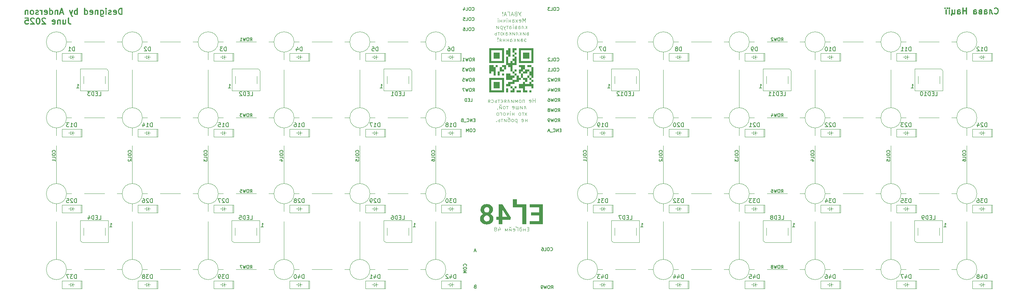
<source format=gbr>
%TF.GenerationSoftware,KiCad,Pcbnew,9.0.2*%
%TF.CreationDate,2025-10-16T11:04:55+03:00*%
%TF.ProjectId,eg48,65673438-2e6b-4696-9361-645f70636258,rev?*%
%TF.SameCoordinates,Original*%
%TF.FileFunction,Legend,Bot*%
%TF.FilePolarity,Positive*%
%FSLAX46Y46*%
G04 Gerber Fmt 4.6, Leading zero omitted, Abs format (unit mm)*
G04 Created by KiCad (PCBNEW 9.0.2) date 2025-10-16 11:04:55*
%MOMM*%
%LPD*%
G01*
G04 APERTURE LIST*
%ADD10C,0.100000*%
%ADD11C,0.000000*%
%ADD12C,0.150000*%
%ADD13C,0.120000*%
G04 APERTURE END LIST*
D10*
X29210000Y-50800000D02*
X29210000Y-52705000D01*
D11*
G36*
X148486896Y-34501380D02*
G01*
X147957586Y-34501380D01*
X147957586Y-33972069D01*
X148486896Y-33972069D01*
X148486896Y-34501380D01*
G37*
D10*
X50800000Y-48260000D02*
X52070000Y-48260000D01*
X31750000Y-67310000D02*
G75*
G02*
X26670000Y-67310000I-2540000J0D01*
G01*
X26670000Y-67310000D02*
G75*
G02*
X31750000Y-67310000I2540000J0D01*
G01*
X55245000Y-86360000D02*
X60325000Y-86360000D01*
X226695000Y-29210000D02*
X231775000Y-29210000D01*
D11*
G36*
X139488621Y-40323794D02*
G01*
X138959310Y-40323794D01*
X138959310Y-39794484D01*
X139488621Y-39794484D01*
X139488621Y-40323794D01*
G37*
G36*
X138959310Y-38735862D02*
G01*
X138430000Y-38735862D01*
X138430000Y-38206552D01*
X138959310Y-38206552D01*
X138959310Y-38735862D01*
G37*
D10*
X241300000Y-48260000D02*
X242570000Y-48260000D01*
D11*
G36*
X144781724Y-33972069D02*
G01*
X144252414Y-33972069D01*
X144252414Y-33442759D01*
X144781724Y-33442759D01*
X144781724Y-33972069D01*
G37*
D10*
X102870000Y-29210000D02*
X101600000Y-29210000D01*
X165100000Y-48260000D02*
G75*
G02*
X160020000Y-48260000I-2540000J0D01*
G01*
X160020000Y-48260000D02*
G75*
G02*
X165100000Y-48260000I2540000J0D01*
G01*
X50800000Y-29210000D02*
X52070000Y-29210000D01*
D11*
G36*
X146369654Y-31325518D02*
G01*
X145840344Y-31325518D01*
X145840344Y-30796207D01*
X146369654Y-30796207D01*
X146369654Y-31325518D01*
G37*
G36*
X147957586Y-34501380D02*
G01*
X147428276Y-34501380D01*
X147428276Y-33972069D01*
X147957586Y-33972069D01*
X147957586Y-34501380D01*
G37*
D10*
X184150000Y-29210000D02*
G75*
G02*
X179070000Y-29210000I-2540000J0D01*
G01*
X179070000Y-29210000D02*
G75*
G02*
X184150000Y-29210000I2540000J0D01*
G01*
D11*
G36*
X148486896Y-31325518D02*
G01*
X147957586Y-31325518D01*
X147957586Y-30796207D01*
X148486896Y-30796207D01*
X148486896Y-31325518D01*
G37*
G36*
X36394418Y-20653192D02*
G01*
X36435802Y-20694576D01*
X36458200Y-20748648D01*
X36461082Y-20777912D01*
X36461082Y-21127912D01*
X36739653Y-21127912D01*
X36768917Y-21130794D01*
X36773897Y-21132857D01*
X36779272Y-21133239D01*
X36806735Y-21143748D01*
X36949592Y-21215177D01*
X36962187Y-21223105D01*
X36965844Y-21224620D01*
X36969961Y-21227999D01*
X36974478Y-21230842D01*
X36977075Y-21233836D01*
X36988575Y-21243274D01*
X37060004Y-21314702D01*
X37069446Y-21326207D01*
X37072438Y-21328802D01*
X37075277Y-21333312D01*
X37078659Y-21337433D01*
X37080174Y-21341092D01*
X37088103Y-21353687D01*
X37159531Y-21496545D01*
X37170041Y-21524008D01*
X37170422Y-21529383D01*
X37172485Y-21534362D01*
X37175367Y-21563626D01*
X37175367Y-21992198D01*
X37172485Y-22021462D01*
X37170422Y-22026440D01*
X37170041Y-22031816D01*
X37159531Y-22059279D01*
X37088103Y-22202137D01*
X37080176Y-22214728D01*
X37078660Y-22218390D01*
X37075276Y-22222512D01*
X37072438Y-22227022D01*
X37069446Y-22229616D01*
X37060005Y-22241121D01*
X36988576Y-22312550D01*
X36977074Y-22321989D01*
X36974478Y-22324983D01*
X36969964Y-22327823D01*
X36965845Y-22331205D01*
X36962185Y-22332720D01*
X36949592Y-22340648D01*
X36806735Y-22412076D01*
X36779271Y-22422586D01*
X36773895Y-22422967D01*
X36768917Y-22425030D01*
X36739653Y-22427912D01*
X36453939Y-22427912D01*
X36424675Y-22425030D01*
X36419696Y-22422967D01*
X36414321Y-22422586D01*
X36386858Y-22412076D01*
X36379953Y-22408623D01*
X36340346Y-22425030D01*
X36281818Y-22425030D01*
X36227746Y-22402632D01*
X36186362Y-22361248D01*
X36163964Y-22307176D01*
X36161082Y-22277912D01*
X36161082Y-22113778D01*
X36461082Y-22113778D01*
X36489349Y-22127912D01*
X36704243Y-22127912D01*
X36793655Y-22083206D01*
X36830660Y-22046201D01*
X36875367Y-21956788D01*
X36875367Y-21599035D01*
X36830661Y-21509623D01*
X36793657Y-21472619D01*
X36704243Y-21427912D01*
X36489349Y-21427912D01*
X36461082Y-21442045D01*
X36461082Y-22113778D01*
X36161082Y-22113778D01*
X36161082Y-21442045D01*
X36161082Y-20777912D01*
X36163964Y-20748648D01*
X36186362Y-20694576D01*
X36227746Y-20653192D01*
X36281818Y-20630794D01*
X36340346Y-20630794D01*
X36394418Y-20653192D01*
G37*
D10*
X222250000Y-67310000D02*
X223520000Y-67310000D01*
D11*
G36*
X141605862Y-38735862D02*
G01*
X141076551Y-38735862D01*
X141076551Y-38206552D01*
X141605862Y-38206552D01*
X141605862Y-38735862D01*
G37*
G36*
X141076551Y-38735862D02*
G01*
X140547241Y-38735862D01*
X140547241Y-38206552D01*
X141076551Y-38206552D01*
X141076551Y-38735862D01*
G37*
D10*
X45720000Y-67310000D02*
X44450000Y-67310000D01*
D11*
G36*
X144252414Y-39265172D02*
G01*
X143723103Y-39265172D01*
X143723103Y-38735862D01*
X144252414Y-38735862D01*
X144252414Y-39265172D01*
G37*
D10*
X179070000Y-67310000D02*
X177800000Y-67310000D01*
X36195000Y-29210000D02*
X41275000Y-29210000D01*
D11*
G36*
X146898966Y-39794484D02*
G01*
X146369654Y-39794484D01*
X146369654Y-39265172D01*
X146898966Y-39265172D01*
X146898966Y-39794484D01*
G37*
D10*
X112395000Y-86360000D02*
X117475000Y-86360000D01*
D11*
G36*
X147428276Y-33442759D02*
G01*
X146898966Y-33442759D01*
X146898966Y-32913449D01*
X147428276Y-32913449D01*
X147428276Y-33442759D01*
G37*
G36*
X142664482Y-37677242D02*
G01*
X142135172Y-37677242D01*
X142135172Y-37147932D01*
X142664482Y-37147932D01*
X142664482Y-37677242D01*
G37*
G36*
X149016207Y-40323794D02*
G01*
X148486896Y-40323794D01*
X148486896Y-39794484D01*
X149016207Y-39794484D01*
X149016207Y-40323794D01*
G37*
D10*
X236220000Y-29210000D02*
X234950000Y-29210000D01*
X50800000Y-86360000D02*
X52070000Y-86360000D01*
D11*
G36*
X24483204Y-21130794D02*
G01*
X24488184Y-21132857D01*
X24493559Y-21133239D01*
X24521022Y-21143748D01*
X24663879Y-21215177D01*
X24668773Y-21218257D01*
X24671081Y-21219027D01*
X24673954Y-21221519D01*
X24688765Y-21230842D01*
X24701089Y-21245053D01*
X24715296Y-21257374D01*
X24724617Y-21272181D01*
X24727111Y-21275057D01*
X24727880Y-21277365D01*
X24730961Y-21282259D01*
X24802389Y-21425117D01*
X24812899Y-21452580D01*
X24813280Y-21457955D01*
X24815343Y-21462934D01*
X24818225Y-21492198D01*
X24818225Y-21563626D01*
X24815343Y-21592890D01*
X24813280Y-21597868D01*
X24812899Y-21603244D01*
X24802390Y-21630707D01*
X24730961Y-21773565D01*
X24727880Y-21778458D01*
X24727111Y-21780768D01*
X24724617Y-21783643D01*
X24715297Y-21798451D01*
X24701086Y-21810775D01*
X24688765Y-21824983D01*
X24673958Y-21834303D01*
X24671082Y-21836798D01*
X24668771Y-21837568D01*
X24663879Y-21840648D01*
X24521022Y-21912076D01*
X24493558Y-21922586D01*
X24488182Y-21922967D01*
X24483204Y-21925030D01*
X24453940Y-21927912D01*
X24275064Y-21927912D01*
X24208600Y-21961143D01*
X24175368Y-22027608D01*
X24175368Y-22028216D01*
X24208600Y-22094680D01*
X24275064Y-22127912D01*
X24489958Y-22127912D01*
X24601144Y-22072320D01*
X24628607Y-22061810D01*
X24686987Y-22057662D01*
X24742510Y-22076170D01*
X24786725Y-22114517D01*
X24812899Y-22166866D01*
X24817047Y-22225246D01*
X24798539Y-22280768D01*
X24760193Y-22324983D01*
X24735307Y-22340648D01*
X24592450Y-22412076D01*
X24564986Y-22422586D01*
X24559610Y-22422967D01*
X24554632Y-22425030D01*
X24525368Y-22427912D01*
X24239654Y-22427912D01*
X24210390Y-22425030D01*
X24205411Y-22422967D01*
X24200036Y-22422586D01*
X24172573Y-22412076D01*
X24029715Y-22340648D01*
X24024821Y-22337567D01*
X24022513Y-22336798D01*
X24019637Y-22334304D01*
X24004830Y-22324983D01*
X23992509Y-22310776D01*
X23978298Y-22298452D01*
X23968975Y-22283641D01*
X23966483Y-22280768D01*
X23965713Y-22278460D01*
X23962633Y-22273566D01*
X23891204Y-22130708D01*
X23880694Y-22103245D01*
X23880311Y-22097867D01*
X23878250Y-22092890D01*
X23875368Y-22063626D01*
X23875368Y-21992198D01*
X23878250Y-21962934D01*
X23880313Y-21957953D01*
X23880695Y-21952579D01*
X23891204Y-21925116D01*
X23962633Y-21782259D01*
X23965711Y-21777368D01*
X23966482Y-21775057D01*
X23968978Y-21772178D01*
X23978298Y-21757373D01*
X23992505Y-21745051D01*
X24004829Y-21730842D01*
X24019638Y-21721519D01*
X24022513Y-21719027D01*
X24024820Y-21718257D01*
X24029715Y-21715177D01*
X24172571Y-21643748D01*
X24200035Y-21633239D01*
X24205409Y-21632857D01*
X24210390Y-21630794D01*
X24239654Y-21627912D01*
X24418530Y-21627912D01*
X24484993Y-21594680D01*
X24518225Y-21528216D01*
X24518225Y-21527607D01*
X24484993Y-21461144D01*
X24418530Y-21427912D01*
X24275064Y-21427912D01*
X24163879Y-21483505D01*
X24136416Y-21494014D01*
X24078036Y-21498163D01*
X24022513Y-21479656D01*
X23978298Y-21441309D01*
X23952124Y-21388960D01*
X23947975Y-21330580D01*
X23966482Y-21275057D01*
X24004829Y-21230842D01*
X24029715Y-21215177D01*
X24172571Y-21143748D01*
X24200035Y-21133239D01*
X24205409Y-21132857D01*
X24210390Y-21130794D01*
X24239654Y-21127912D01*
X24453940Y-21127912D01*
X24483204Y-21130794D01*
G37*
G36*
X145311034Y-41911725D02*
G01*
X144781724Y-41911725D01*
X144781724Y-41382414D01*
X145311034Y-41382414D01*
X145311034Y-41911725D01*
G37*
G36*
X146369654Y-35560000D02*
G01*
X145840344Y-35560000D01*
X145840344Y-35030690D01*
X146369654Y-35030690D01*
X146369654Y-35560000D01*
G37*
G36*
X147957586Y-36618621D02*
G01*
X147428276Y-36618621D01*
X147428276Y-36089311D01*
X147957586Y-36089311D01*
X147957586Y-36618621D01*
G37*
D10*
X181610000Y-74295000D02*
X181610000Y-83820000D01*
D11*
G36*
X149016207Y-33442759D02*
G01*
X148486896Y-33442759D01*
X148486896Y-32913449D01*
X149016207Y-32913449D01*
X149016207Y-33442759D01*
G37*
D10*
X219710000Y-69850000D02*
X219710000Y-71755000D01*
X83820000Y-86360000D02*
X82550000Y-86360000D01*
X124460000Y-50800000D02*
X124460000Y-52705000D01*
D11*
G36*
X145840344Y-36618621D02*
G01*
X145311034Y-36618621D01*
X145311034Y-36089311D01*
X145840344Y-36089311D01*
X145840344Y-36618621D01*
G37*
G36*
X148486896Y-37147932D02*
G01*
X147957586Y-37147932D01*
X147957586Y-36618621D01*
X148486896Y-36618621D01*
X148486896Y-37147932D01*
G37*
D10*
X50800000Y-67310000D02*
G75*
G02*
X45720000Y-67310000I-2540000J0D01*
G01*
X45720000Y-67310000D02*
G75*
G02*
X50800000Y-67310000I2540000J0D01*
G01*
X203200000Y-86360000D02*
G75*
G02*
X198120000Y-86360000I-2540000J0D01*
G01*
X198120000Y-86360000D02*
G75*
G02*
X203200000Y-86360000I2540000J0D01*
G01*
D11*
G36*
X142664482Y-38206552D02*
G01*
X142135172Y-38206552D01*
X142135172Y-37677242D01*
X142664482Y-37677242D01*
X142664482Y-38206552D01*
G37*
G36*
X41719886Y-20640071D02*
G01*
X41751560Y-20653191D01*
X41751561Y-20653192D01*
X41774292Y-20671847D01*
X41845720Y-20743276D01*
X41864374Y-20766006D01*
X41886771Y-20820079D01*
X41886770Y-20861246D01*
X41886770Y-20878604D01*
X41864374Y-20932677D01*
X41845719Y-20955407D01*
X41774291Y-21026835D01*
X41751560Y-21045490D01*
X41719886Y-21058609D01*
X41697489Y-21067887D01*
X41697488Y-21067887D01*
X41638963Y-21067887D01*
X41638962Y-21067887D01*
X41638961Y-21067887D01*
X41616564Y-21058609D01*
X41584890Y-21045490D01*
X41584889Y-21045489D01*
X41562160Y-21026836D01*
X41490731Y-20955408D01*
X41472076Y-20932677D01*
X41472075Y-20932676D01*
X41451904Y-20883978D01*
X41449678Y-20878605D01*
X41449678Y-20820079D01*
X41451905Y-20814703D01*
X41472075Y-20766006D01*
X41490730Y-20743275D01*
X41562159Y-20671846D01*
X41584890Y-20653191D01*
X41616564Y-20640071D01*
X41638961Y-20630794D01*
X41697489Y-20630794D01*
X41719886Y-20640071D01*
G37*
D10*
X107950000Y-67310000D02*
X109220000Y-67310000D01*
D11*
G36*
X265223728Y-20504286D02*
G01*
X265227678Y-20504006D01*
X265232872Y-20505187D01*
X265238181Y-20505710D01*
X265241843Y-20507227D01*
X265256351Y-20510526D01*
X265470637Y-20581954D01*
X265497488Y-20593943D01*
X265501558Y-20597473D01*
X265506538Y-20599536D01*
X265529269Y-20618191D01*
X265672126Y-20761048D01*
X265681566Y-20772550D01*
X265684559Y-20775146D01*
X265687397Y-20779655D01*
X265690781Y-20783778D01*
X265692297Y-20787440D01*
X265700224Y-20800032D01*
X265771653Y-20942888D01*
X265772472Y-20945030D01*
X265773117Y-20945900D01*
X265777501Y-20958171D01*
X265782162Y-20970352D01*
X265782238Y-20971432D01*
X265783010Y-20973591D01*
X265854438Y-21259305D01*
X265855187Y-21264376D01*
X265856035Y-21266421D01*
X265857120Y-21277443D01*
X265858740Y-21288394D01*
X265858414Y-21290581D01*
X265858917Y-21295685D01*
X265858917Y-21509971D01*
X265858414Y-21515074D01*
X265858740Y-21517262D01*
X265857120Y-21528212D01*
X265856035Y-21539235D01*
X265855187Y-21541279D01*
X265854438Y-21546351D01*
X265783010Y-21832065D01*
X265782238Y-21834223D01*
X265782162Y-21835304D01*
X265777501Y-21847484D01*
X265773117Y-21859756D01*
X265772472Y-21860625D01*
X265771653Y-21862768D01*
X265700224Y-22005624D01*
X265692296Y-22018217D01*
X265690781Y-22021877D01*
X265687399Y-22025996D01*
X265684559Y-22030510D01*
X265681564Y-22033106D01*
X265672126Y-22044608D01*
X265529269Y-22187466D01*
X265506539Y-22206121D01*
X265501559Y-22208183D01*
X265497488Y-22211715D01*
X265470637Y-22223703D01*
X265256351Y-22295131D01*
X265241838Y-22298430D01*
X265238181Y-22299946D01*
X265232878Y-22300468D01*
X265227677Y-22301651D01*
X265223722Y-22301369D01*
X265208917Y-22302828D01*
X265066060Y-22302828D01*
X265051254Y-22301369D01*
X265047300Y-22301651D01*
X265042098Y-22300468D01*
X265036796Y-22299946D01*
X265033138Y-22298430D01*
X265018626Y-22295131D01*
X264804340Y-22223703D01*
X264777489Y-22211715D01*
X264773414Y-22208181D01*
X264768438Y-22206120D01*
X264745707Y-22187465D01*
X264674279Y-22116036D01*
X264655625Y-22093305D01*
X264633228Y-22039233D01*
X264633228Y-21980707D01*
X264655626Y-21926635D01*
X264697012Y-21885250D01*
X264751084Y-21862853D01*
X264809610Y-21862853D01*
X264863682Y-21885251D01*
X264886413Y-21903906D01*
X264932800Y-21950294D01*
X265090403Y-22002828D01*
X265184574Y-22002828D01*
X265342176Y-21950294D01*
X265442782Y-21849688D01*
X265495961Y-21743328D01*
X265558917Y-21491507D01*
X265558917Y-21314148D01*
X265495961Y-21062327D01*
X265442782Y-20955968D01*
X265342175Y-20855361D01*
X265184577Y-20802828D01*
X265090403Y-20802828D01*
X264932801Y-20855361D01*
X264886412Y-20901751D01*
X264863681Y-20920406D01*
X264809609Y-20942803D01*
X264751083Y-20942803D01*
X264697011Y-20920406D01*
X264655625Y-20879020D01*
X264633228Y-20824948D01*
X264633228Y-20766422D01*
X264655625Y-20712350D01*
X264674280Y-20689619D01*
X264745708Y-20618191D01*
X264768438Y-20599536D01*
X264773418Y-20597472D01*
X264777489Y-20593943D01*
X264804340Y-20581955D01*
X265018625Y-20510526D01*
X265033134Y-20507226D01*
X265036796Y-20505710D01*
X265042104Y-20505187D01*
X265047299Y-20504006D01*
X265051248Y-20504286D01*
X265066060Y-20502828D01*
X265208917Y-20502828D01*
X265223728Y-20504286D01*
G37*
D10*
X219710000Y-31750000D02*
X219710000Y-33655000D01*
D11*
G36*
X144252414Y-37147932D02*
G01*
X143723103Y-37147932D01*
X143723103Y-36618621D01*
X144252414Y-36618621D01*
X144252414Y-37147932D01*
G37*
G36*
X145840344Y-32384139D02*
G01*
X145311034Y-32384139D01*
X145311034Y-31854828D01*
X145840344Y-31854828D01*
X145840344Y-32384139D01*
G37*
D10*
X31750000Y-86360000D02*
X33020000Y-86360000D01*
D11*
G36*
X252974863Y-20514987D02*
G01*
X253006537Y-20528107D01*
X253029268Y-20546762D01*
X253100697Y-20618191D01*
X253119352Y-20640922D01*
X253141749Y-20694994D01*
X253141749Y-20753520D01*
X253119352Y-20807592D01*
X253119351Y-20807593D01*
X253100696Y-20830324D01*
X253029267Y-20901752D01*
X253006541Y-20920401D01*
X253006537Y-20920406D01*
X252990700Y-20926965D01*
X252952466Y-20942803D01*
X252893938Y-20942803D01*
X252862263Y-20929682D01*
X252839866Y-20920406D01*
X252817136Y-20901751D01*
X252745708Y-20830323D01*
X252727053Y-20807592D01*
X252706882Y-20758894D01*
X252704656Y-20753521D01*
X252704656Y-20694995D01*
X252706883Y-20689619D01*
X252727053Y-20640922D01*
X252727057Y-20640917D01*
X252745707Y-20618192D01*
X252817135Y-20546763D01*
X252839866Y-20528108D01*
X252839867Y-20528107D01*
X252871541Y-20514987D01*
X252893938Y-20505710D01*
X252952466Y-20505710D01*
X252974863Y-20514987D01*
G37*
D10*
X31750000Y-48260000D02*
X33020000Y-48260000D01*
X255270000Y-86360000D02*
X254000000Y-86360000D01*
X222250000Y-86360000D02*
G75*
G02*
X217170000Y-86360000I-2540000J0D01*
G01*
X217170000Y-86360000D02*
G75*
G02*
X222250000Y-86360000I2540000J0D01*
G01*
D11*
G36*
X143193793Y-38735862D02*
G01*
X142664482Y-38735862D01*
X142664482Y-38206552D01*
X143193793Y-38206552D01*
X143193793Y-38735862D01*
G37*
G36*
X138959310Y-36089311D02*
G01*
X138430000Y-36089311D01*
X138430000Y-35560000D01*
X138959310Y-35560000D01*
X138959310Y-36089311D01*
G37*
D10*
X29210000Y-55245000D02*
X29210000Y-64770000D01*
D11*
G36*
X26697489Y-21130794D02*
G01*
X26702469Y-21132857D01*
X26707844Y-21133239D01*
X26735307Y-21143748D01*
X26878164Y-21215177D01*
X26883058Y-21218257D01*
X26885366Y-21219027D01*
X26888239Y-21221519D01*
X26903050Y-21230842D01*
X26915374Y-21245053D01*
X26929581Y-21257374D01*
X26938902Y-21272181D01*
X26941396Y-21275057D01*
X26942165Y-21277365D01*
X26945246Y-21282259D01*
X27016674Y-21425117D01*
X27027184Y-21452580D01*
X27027565Y-21457955D01*
X27029628Y-21462934D01*
X27032510Y-21492198D01*
X27032510Y-21778063D01*
X27032511Y-21778069D01*
X27032510Y-21778073D01*
X27032510Y-22063626D01*
X27029628Y-22092890D01*
X27027565Y-22097868D01*
X27027184Y-22103244D01*
X27016675Y-22130707D01*
X26945246Y-22273565D01*
X26942165Y-22278458D01*
X26941396Y-22280768D01*
X26938902Y-22283643D01*
X26929582Y-22298451D01*
X26915371Y-22310775D01*
X26903050Y-22324983D01*
X26888243Y-22334303D01*
X26885367Y-22336798D01*
X26883056Y-22337568D01*
X26878164Y-22340648D01*
X26735307Y-22412076D01*
X26707843Y-22422586D01*
X26702467Y-22422967D01*
X26697489Y-22425030D01*
X26668225Y-22427912D01*
X26382510Y-22427912D01*
X26353246Y-22425030D01*
X26348267Y-22422967D01*
X26342892Y-22422586D01*
X26315429Y-22412076D01*
X26172571Y-22340648D01*
X26147686Y-22324983D01*
X26109339Y-22280768D01*
X26090831Y-22225246D01*
X26094979Y-22166866D01*
X26121154Y-22114517D01*
X26165369Y-22076170D01*
X26220891Y-22057662D01*
X26279271Y-22061810D01*
X26306735Y-22072320D01*
X26417920Y-22127912D01*
X26632815Y-22127912D01*
X26699278Y-22094680D01*
X26732510Y-22028216D01*
X26732510Y-21900882D01*
X26138963Y-21782173D01*
X26138961Y-21782173D01*
X26138959Y-21782172D01*
X26138808Y-21782142D01*
X26110677Y-21773577D01*
X26098465Y-21765398D01*
X26084889Y-21759775D01*
X26074386Y-21749272D01*
X26062048Y-21741009D01*
X26053897Y-21728783D01*
X26043505Y-21718391D01*
X26037821Y-21704670D01*
X26029583Y-21692313D01*
X26026731Y-21677896D01*
X26021107Y-21664319D01*
X26018225Y-21635055D01*
X26018225Y-21513495D01*
X26325280Y-21513495D01*
X26732510Y-21594941D01*
X26732510Y-21527607D01*
X26699278Y-21461144D01*
X26632815Y-21427912D01*
X26417920Y-21427912D01*
X26351456Y-21461144D01*
X26325280Y-21513495D01*
X26018225Y-21513495D01*
X26018225Y-21492198D01*
X26021107Y-21462934D01*
X26023169Y-21457955D01*
X26023551Y-21452580D01*
X26034061Y-21425116D01*
X26105489Y-21282259D01*
X26108567Y-21277368D01*
X26109338Y-21275057D01*
X26111834Y-21272178D01*
X26121154Y-21257373D01*
X26135361Y-21245051D01*
X26147685Y-21230842D01*
X26162494Y-21221519D01*
X26165369Y-21219027D01*
X26167676Y-21218257D01*
X26172571Y-21215177D01*
X26315427Y-21143748D01*
X26342891Y-21133239D01*
X26348265Y-21132857D01*
X26353246Y-21130794D01*
X26382510Y-21127912D01*
X26668225Y-21127912D01*
X26697489Y-21130794D01*
G37*
D10*
X257810000Y-69850000D02*
X257810000Y-71755000D01*
D11*
G36*
X141605862Y-36618621D02*
G01*
X141076551Y-36618621D01*
X141076551Y-36089311D01*
X141605862Y-36089311D01*
X141605862Y-36618621D01*
G37*
G36*
X138959310Y-35560000D02*
G01*
X138430000Y-35560000D01*
X138430000Y-35030690D01*
X138959310Y-35030690D01*
X138959310Y-35560000D01*
G37*
D10*
X226695000Y-48260000D02*
X231775000Y-48260000D01*
X45720000Y-86360000D02*
X44450000Y-86360000D01*
X238760000Y-69850000D02*
X238760000Y-71755000D01*
D11*
G36*
X147957586Y-31325518D02*
G01*
X147428276Y-31325518D01*
X147428276Y-30796207D01*
X147957586Y-30796207D01*
X147957586Y-31325518D01*
G37*
G36*
X139488621Y-32384139D02*
G01*
X138959310Y-32384139D01*
X138959310Y-31854828D01*
X139488621Y-31854828D01*
X139488621Y-32384139D01*
G37*
G36*
X140017931Y-39794484D02*
G01*
X139488621Y-39794484D01*
X139488621Y-39265172D01*
X140017931Y-39265172D01*
X140017931Y-39794484D01*
G37*
D10*
X165100000Y-67310000D02*
G75*
G02*
X160020000Y-67310000I-2540000J0D01*
G01*
X160020000Y-67310000D02*
G75*
G02*
X165100000Y-67310000I2540000J0D01*
G01*
D11*
G36*
X138430000Y-31854828D02*
G01*
X137900689Y-31854828D01*
X137900689Y-31325518D01*
X138430000Y-31325518D01*
X138430000Y-31854828D01*
G37*
D10*
X74295000Y-86360000D02*
X79375000Y-86360000D01*
D11*
G36*
X149016207Y-37147932D02*
G01*
X148486896Y-37147932D01*
X148486896Y-36618621D01*
X149016207Y-36618621D01*
X149016207Y-37147932D01*
G37*
D10*
X93345000Y-48260000D02*
X98425000Y-48260000D01*
X207645000Y-86360000D02*
X212725000Y-86360000D01*
X31750000Y-29210000D02*
X33020000Y-29210000D01*
D11*
G36*
X141076551Y-34501380D02*
G01*
X140547241Y-34501380D01*
X140547241Y-33972069D01*
X141076551Y-33972069D01*
X141076551Y-34501380D01*
G37*
D10*
X184150000Y-86360000D02*
G75*
G02*
X179070000Y-86360000I-2540000J0D01*
G01*
X179070000Y-86360000D02*
G75*
G02*
X184150000Y-86360000I2540000J0D01*
G01*
D11*
G36*
X147428276Y-32913449D02*
G01*
X146898966Y-32913449D01*
X146898966Y-32384139D01*
X147428276Y-32384139D01*
X147428276Y-32913449D01*
G37*
D10*
X241300000Y-29210000D02*
X242570000Y-29210000D01*
X222250000Y-29210000D02*
X223520000Y-29210000D01*
X184150000Y-29210000D02*
X185420000Y-29210000D01*
D11*
G36*
X139488621Y-40853104D02*
G01*
X138959310Y-40853104D01*
X138959310Y-40323794D01*
X139488621Y-40323794D01*
X139488621Y-40853104D01*
G37*
D10*
X188595000Y-48260000D02*
X193675000Y-48260000D01*
D11*
G36*
X141605862Y-32384139D02*
G01*
X141076551Y-32384139D01*
X141076551Y-31854828D01*
X141605862Y-31854828D01*
X141605862Y-32384139D01*
G37*
G36*
X141605862Y-35560000D02*
G01*
X141076551Y-35560000D01*
X141076551Y-35030690D01*
X141605862Y-35030690D01*
X141605862Y-35560000D01*
G37*
D10*
X112395000Y-48260000D02*
X117475000Y-48260000D01*
D11*
G36*
X146898966Y-31325518D02*
G01*
X146369654Y-31325518D01*
X146369654Y-30796207D01*
X146898966Y-30796207D01*
X146898966Y-31325518D01*
G37*
G36*
X139488621Y-38735862D02*
G01*
X138959310Y-38735862D01*
X138959310Y-38206552D01*
X139488621Y-38206552D01*
X139488621Y-38735862D01*
G37*
G36*
X139488621Y-39794484D02*
G01*
X138959310Y-39794484D01*
X138959310Y-39265172D01*
X139488621Y-39265172D01*
X139488621Y-39794484D01*
G37*
G36*
X263809610Y-21005710D02*
G01*
X263814590Y-21007773D01*
X263819965Y-21008155D01*
X263847428Y-21018664D01*
X263990285Y-21090093D01*
X263995175Y-21093171D01*
X263997487Y-21093942D01*
X264000365Y-21096438D01*
X264015171Y-21105758D01*
X264027492Y-21119965D01*
X264041702Y-21132289D01*
X264051024Y-21147098D01*
X264053517Y-21149973D01*
X264054286Y-21152280D01*
X264057367Y-21157175D01*
X264128796Y-21300031D01*
X264135110Y-21316534D01*
X264136984Y-21319828D01*
X264137870Y-21323746D01*
X264139305Y-21327495D01*
X264139573Y-21331271D01*
X264143474Y-21348509D01*
X264211715Y-21894442D01*
X264249292Y-21969596D01*
X264347428Y-22018664D01*
X264372314Y-22034329D01*
X264410660Y-22078544D01*
X264429168Y-22134066D01*
X264425020Y-22192446D01*
X264398846Y-22244795D01*
X264354631Y-22283142D01*
X264299108Y-22301650D01*
X264240728Y-22297502D01*
X264213265Y-22286992D01*
X264070407Y-22215564D01*
X264065513Y-22212483D01*
X264063205Y-22211714D01*
X264060329Y-22209220D01*
X264045522Y-22199899D01*
X264033201Y-22185692D01*
X264018990Y-22173368D01*
X264009667Y-22158557D01*
X264007175Y-22155684D01*
X264006405Y-22153376D01*
X264003325Y-22148482D01*
X263931896Y-22005624D01*
X263925579Y-21989119D01*
X263923708Y-21985828D01*
X263922822Y-21981914D01*
X263921386Y-21978161D01*
X263921117Y-21974378D01*
X263917218Y-21957147D01*
X263848976Y-21411213D01*
X263811400Y-21336060D01*
X263744936Y-21302828D01*
X263716060Y-21302828D01*
X263716060Y-22152828D01*
X263713178Y-22182092D01*
X263690780Y-22236164D01*
X263649396Y-22277548D01*
X263595324Y-22299946D01*
X263536796Y-22299946D01*
X263482724Y-22277548D01*
X263441340Y-22236164D01*
X263418942Y-22182092D01*
X263416060Y-22152828D01*
X263416060Y-21152828D01*
X263418942Y-21123564D01*
X263441340Y-21069492D01*
X263482724Y-21028108D01*
X263536796Y-21005710D01*
X263566060Y-21002828D01*
X263780346Y-21002828D01*
X263809610Y-21005710D01*
G37*
G36*
X144781724Y-31325518D02*
G01*
X144252414Y-31325518D01*
X144252414Y-30796207D01*
X144781724Y-30796207D01*
X144781724Y-31325518D01*
G37*
D10*
X255270000Y-48260000D02*
X254000000Y-48260000D01*
X165100000Y-29210000D02*
X166370000Y-29210000D01*
D11*
G36*
X139488621Y-36089311D02*
G01*
X138959310Y-36089311D01*
X138959310Y-35560000D01*
X139488621Y-35560000D01*
X139488621Y-36089311D01*
G37*
G36*
X146898966Y-35560000D02*
G01*
X146369654Y-35560000D01*
X146369654Y-35030690D01*
X146898966Y-35030690D01*
X146898966Y-35560000D01*
G37*
D10*
X222250000Y-29210000D02*
G75*
G02*
X217170000Y-29210000I-2540000J0D01*
G01*
X217170000Y-29210000D02*
G75*
G02*
X222250000Y-29210000I2540000J0D01*
G01*
X36195000Y-86360000D02*
X41275000Y-86360000D01*
D11*
G36*
X262738182Y-21005710D02*
G01*
X262743162Y-21007773D01*
X262748537Y-21008155D01*
X262776000Y-21018664D01*
X262918857Y-21090093D01*
X262943743Y-21105758D01*
X262982089Y-21149973D01*
X263000597Y-21205496D01*
X262996448Y-21263876D01*
X262970274Y-21316225D01*
X262926058Y-21354572D01*
X262870536Y-21373079D01*
X262812156Y-21368930D01*
X262784692Y-21358421D01*
X262673508Y-21302828D01*
X262458613Y-21302828D01*
X262392149Y-21336060D01*
X262358918Y-21402523D01*
X262358918Y-21417266D01*
X262387185Y-21431400D01*
X262708918Y-21431400D01*
X262738182Y-21434282D01*
X262743160Y-21436344D01*
X262748536Y-21436726D01*
X262776000Y-21447236D01*
X262918857Y-21518664D01*
X262923751Y-21521744D01*
X262926059Y-21522514D01*
X262928932Y-21525006D01*
X262943743Y-21534329D01*
X262956067Y-21548540D01*
X262970274Y-21560861D01*
X262979595Y-21575668D01*
X262982089Y-21578544D01*
X262982858Y-21580852D01*
X262985939Y-21585746D01*
X263057367Y-21728604D01*
X263067877Y-21756067D01*
X263068258Y-21761442D01*
X263070321Y-21766421D01*
X263073203Y-21795685D01*
X263073203Y-21938542D01*
X263070321Y-21967806D01*
X263068258Y-21972784D01*
X263067877Y-21978160D01*
X263057368Y-22005623D01*
X262985939Y-22148481D01*
X262982858Y-22153374D01*
X262982089Y-22155684D01*
X262979595Y-22158559D01*
X262970275Y-22173367D01*
X262956064Y-22185691D01*
X262943743Y-22199899D01*
X262928936Y-22209219D01*
X262926060Y-22211714D01*
X262923749Y-22212484D01*
X262918857Y-22215564D01*
X262776000Y-22286992D01*
X262748536Y-22297502D01*
X262743160Y-22297883D01*
X262738182Y-22299946D01*
X262708918Y-22302828D01*
X262351775Y-22302828D01*
X262322511Y-22299946D01*
X262317532Y-22297883D01*
X262312157Y-22297502D01*
X262284694Y-22286992D01*
X262277789Y-22283539D01*
X262238182Y-22299946D01*
X262179654Y-22299946D01*
X262125582Y-22277548D01*
X262084198Y-22236164D01*
X262061800Y-22182092D01*
X262058918Y-22152828D01*
X262058918Y-21988694D01*
X262058918Y-21731400D01*
X262358918Y-21731400D01*
X262358918Y-21988694D01*
X262387185Y-22002828D01*
X262673508Y-22002828D01*
X262739971Y-21969596D01*
X262773203Y-21903132D01*
X262773203Y-21831094D01*
X262739971Y-21764630D01*
X262673508Y-21731400D01*
X262358918Y-21731400D01*
X262058918Y-21731400D01*
X262058918Y-21367114D01*
X262061800Y-21337850D01*
X262063862Y-21332871D01*
X262064244Y-21327496D01*
X262074754Y-21300032D01*
X262146182Y-21157175D01*
X262149260Y-21152284D01*
X262150031Y-21149973D01*
X262152527Y-21147094D01*
X262161847Y-21132289D01*
X262176054Y-21119967D01*
X262188378Y-21105758D01*
X262203187Y-21096435D01*
X262206062Y-21093943D01*
X262208369Y-21093173D01*
X262213264Y-21090093D01*
X262356120Y-21018664D01*
X262383584Y-21008155D01*
X262388958Y-21007773D01*
X262393939Y-21005710D01*
X262423203Y-21002828D01*
X262708918Y-21002828D01*
X262738182Y-21005710D01*
G37*
G36*
X138430000Y-36089311D02*
G01*
X137900689Y-36089311D01*
X137900689Y-35560000D01*
X138430000Y-35560000D01*
X138430000Y-36089311D01*
G37*
D10*
X260350000Y-86360000D02*
G75*
G02*
X255270000Y-86360000I-2540000J0D01*
G01*
X255270000Y-86360000D02*
G75*
G02*
X260350000Y-86360000I2540000J0D01*
G01*
D11*
G36*
X144805591Y-69995226D02*
G01*
X147182685Y-69995226D01*
X147182685Y-74968316D01*
X146223115Y-74968316D01*
X146223115Y-70774054D01*
X143965395Y-70774054D01*
X143965395Y-70770696D01*
X143852739Y-70770696D01*
X143852739Y-68741648D01*
X144805591Y-68741648D01*
X144805591Y-69995226D01*
G37*
G36*
X141076551Y-36618621D02*
G01*
X140547241Y-36618621D01*
X140547241Y-36089311D01*
X141076551Y-36089311D01*
X141076551Y-36618621D01*
G37*
G36*
X140017931Y-34501380D02*
G01*
X139488621Y-34501380D01*
X139488621Y-33972069D01*
X140017931Y-33972069D01*
X140017931Y-34501380D01*
G37*
G36*
X138430000Y-37147932D02*
G01*
X137900689Y-37147932D01*
X137900689Y-36618621D01*
X138430000Y-36618621D01*
X138430000Y-37147932D01*
G37*
G36*
X38126060Y-21130794D02*
G01*
X38131040Y-21132857D01*
X38136415Y-21133239D01*
X38163878Y-21143748D01*
X38306735Y-21215177D01*
X38311629Y-21218257D01*
X38313937Y-21219027D01*
X38316810Y-21221519D01*
X38331621Y-21230842D01*
X38343945Y-21245053D01*
X38358152Y-21257374D01*
X38367473Y-21272181D01*
X38369967Y-21275057D01*
X38370736Y-21277365D01*
X38373817Y-21282259D01*
X38445245Y-21425117D01*
X38455755Y-21452580D01*
X38456136Y-21457955D01*
X38458199Y-21462934D01*
X38461081Y-21492198D01*
X38461081Y-21778063D01*
X38461082Y-21778069D01*
X38461081Y-21778073D01*
X38461081Y-22063626D01*
X38458199Y-22092890D01*
X38456136Y-22097868D01*
X38455755Y-22103244D01*
X38445246Y-22130707D01*
X38373817Y-22273565D01*
X38370736Y-22278458D01*
X38369967Y-22280768D01*
X38367473Y-22283643D01*
X38358153Y-22298451D01*
X38343942Y-22310775D01*
X38331621Y-22324983D01*
X38316814Y-22334303D01*
X38313938Y-22336798D01*
X38311627Y-22337568D01*
X38306735Y-22340648D01*
X38163878Y-22412076D01*
X38136414Y-22422586D01*
X38131038Y-22422967D01*
X38126060Y-22425030D01*
X38096796Y-22427912D01*
X37811081Y-22427912D01*
X37781817Y-22425030D01*
X37776838Y-22422967D01*
X37771463Y-22422586D01*
X37744000Y-22412076D01*
X37601142Y-22340648D01*
X37576257Y-22324983D01*
X37537910Y-22280768D01*
X37519402Y-22225246D01*
X37523550Y-22166866D01*
X37549725Y-22114517D01*
X37593940Y-22076170D01*
X37649462Y-22057662D01*
X37707842Y-22061810D01*
X37735306Y-22072320D01*
X37846491Y-22127912D01*
X38061386Y-22127912D01*
X38127849Y-22094680D01*
X38161081Y-22028216D01*
X38161081Y-21900882D01*
X37567534Y-21782173D01*
X37567532Y-21782173D01*
X37567530Y-21782172D01*
X37567379Y-21782142D01*
X37539248Y-21773577D01*
X37527036Y-21765398D01*
X37513460Y-21759775D01*
X37502957Y-21749272D01*
X37490619Y-21741009D01*
X37482468Y-21728783D01*
X37472076Y-21718391D01*
X37466392Y-21704670D01*
X37458154Y-21692313D01*
X37455302Y-21677896D01*
X37449678Y-21664319D01*
X37446796Y-21635055D01*
X37446796Y-21513495D01*
X37753851Y-21513495D01*
X38161081Y-21594941D01*
X38161081Y-21527607D01*
X38127849Y-21461144D01*
X38061386Y-21427912D01*
X37846491Y-21427912D01*
X37780027Y-21461144D01*
X37753851Y-21513495D01*
X37446796Y-21513495D01*
X37446796Y-21492198D01*
X37449678Y-21462934D01*
X37451740Y-21457955D01*
X37452122Y-21452580D01*
X37462632Y-21425116D01*
X37534060Y-21282259D01*
X37537138Y-21277368D01*
X37537909Y-21275057D01*
X37540405Y-21272178D01*
X37549725Y-21257373D01*
X37563932Y-21245051D01*
X37576256Y-21230842D01*
X37591065Y-21221519D01*
X37593940Y-21219027D01*
X37596247Y-21218257D01*
X37601142Y-21215177D01*
X37743998Y-21143748D01*
X37771462Y-21133239D01*
X37776836Y-21132857D01*
X37781817Y-21130794D01*
X37811081Y-21127912D01*
X38096796Y-21127912D01*
X38126060Y-21130794D01*
G37*
G36*
X140547241Y-32913449D02*
G01*
X140017931Y-32913449D01*
X140017931Y-32384139D01*
X140547241Y-32384139D01*
X140547241Y-32913449D01*
G37*
G36*
X147428276Y-38735862D02*
G01*
X146898966Y-38735862D01*
X146898966Y-38206552D01*
X147428276Y-38206552D01*
X147428276Y-38735862D01*
G37*
G36*
X145840344Y-40323794D02*
G01*
X145311034Y-40323794D01*
X145311034Y-39794484D01*
X145840344Y-39794484D01*
X145840344Y-40323794D01*
G37*
G36*
X142664482Y-31854828D02*
G01*
X142135172Y-31854828D01*
X142135172Y-31325518D01*
X142664482Y-31325518D01*
X142664482Y-31854828D01*
G37*
D10*
X241300000Y-86360000D02*
X242570000Y-86360000D01*
D11*
G36*
X138430000Y-32913449D02*
G01*
X137900689Y-32913449D01*
X137900689Y-32384139D01*
X138430000Y-32384139D01*
X138430000Y-32913449D01*
G37*
D10*
X124460000Y-74295000D02*
X124460000Y-83820000D01*
D11*
G36*
X143723103Y-36618621D02*
G01*
X143193793Y-36618621D01*
X143193793Y-36089311D01*
X143723103Y-36089311D01*
X143723103Y-36618621D01*
G37*
G36*
X143193793Y-39794484D02*
G01*
X142664482Y-39794484D01*
X142664482Y-39265172D01*
X143193793Y-39265172D01*
X143193793Y-39794484D01*
G37*
G36*
X146369654Y-37677242D02*
G01*
X145840344Y-37677242D01*
X145840344Y-37147932D01*
X146369654Y-37147932D01*
X146369654Y-37677242D01*
G37*
D10*
X74295000Y-48260000D02*
X79375000Y-48260000D01*
X121920000Y-86360000D02*
X120650000Y-86360000D01*
D11*
G36*
X143723103Y-36089311D02*
G01*
X143193793Y-36089311D01*
X143193793Y-35560000D01*
X143723103Y-35560000D01*
X143723103Y-36089311D01*
G37*
D10*
X50800000Y-29210000D02*
G75*
G02*
X45720000Y-29210000I-2540000J0D01*
G01*
X45720000Y-29210000D02*
G75*
G02*
X50800000Y-29210000I2540000J0D01*
G01*
X260350000Y-67310000D02*
G75*
G02*
X255270000Y-67310000I-2540000J0D01*
G01*
X255270000Y-67310000D02*
G75*
G02*
X260350000Y-67310000I2540000J0D01*
G01*
D11*
G36*
X145840344Y-33442759D02*
G01*
X145311034Y-33442759D01*
X145311034Y-32913449D01*
X145840344Y-32913449D01*
X145840344Y-33442759D01*
G37*
G36*
X139488621Y-33442759D02*
G01*
X138959310Y-33442759D01*
X138959310Y-32913449D01*
X139488621Y-32913449D01*
X139488621Y-33442759D01*
G37*
G36*
X149016207Y-39265172D02*
G01*
X148486896Y-39265172D01*
X148486896Y-38735862D01*
X149016207Y-38735862D01*
X149016207Y-39265172D01*
G37*
G36*
X21840346Y-21130794D02*
G01*
X21845326Y-21132857D01*
X21850701Y-21133239D01*
X21878164Y-21143748D01*
X21927038Y-21168185D01*
X21942032Y-21153192D01*
X21996104Y-21130794D01*
X22054632Y-21130794D01*
X22108704Y-21153192D01*
X22150088Y-21194576D01*
X22172486Y-21248648D01*
X22175368Y-21277912D01*
X22175368Y-22277912D01*
X22172486Y-22307176D01*
X22150088Y-22361248D01*
X22108704Y-22402632D01*
X22054632Y-22425030D01*
X21996104Y-22425030D01*
X21942032Y-22402632D01*
X21900648Y-22361248D01*
X21878250Y-22307176D01*
X21875368Y-22277912D01*
X21875368Y-21482901D01*
X21865086Y-21472619D01*
X21775672Y-21427912D01*
X21632206Y-21427912D01*
X21565742Y-21461144D01*
X21532511Y-21527607D01*
X21532511Y-22277912D01*
X21529629Y-22307176D01*
X21507231Y-22361248D01*
X21465847Y-22402632D01*
X21411775Y-22425030D01*
X21353247Y-22425030D01*
X21299175Y-22402632D01*
X21257791Y-22361248D01*
X21235393Y-22307176D01*
X21232511Y-22277912D01*
X21232511Y-21492198D01*
X21235393Y-21462934D01*
X21237455Y-21457955D01*
X21237837Y-21452580D01*
X21248347Y-21425116D01*
X21319775Y-21282259D01*
X21322853Y-21277368D01*
X21323624Y-21275057D01*
X21326120Y-21272178D01*
X21335440Y-21257373D01*
X21349647Y-21245051D01*
X21361971Y-21230842D01*
X21376780Y-21221519D01*
X21379655Y-21219027D01*
X21381962Y-21218257D01*
X21386857Y-21215177D01*
X21529713Y-21143748D01*
X21557177Y-21133239D01*
X21562551Y-21132857D01*
X21567532Y-21130794D01*
X21596796Y-21127912D01*
X21811082Y-21127912D01*
X21840346Y-21130794D01*
G37*
G36*
X146898966Y-40853104D02*
G01*
X146369654Y-40853104D01*
X146369654Y-40323794D01*
X146898966Y-40323794D01*
X146898966Y-40853104D01*
G37*
G36*
X139488621Y-34501380D02*
G01*
X138959310Y-34501380D01*
X138959310Y-33972069D01*
X139488621Y-33972069D01*
X139488621Y-34501380D01*
G37*
G36*
X138430000Y-38735862D02*
G01*
X137900689Y-38735862D01*
X137900689Y-38206552D01*
X138430000Y-38206552D01*
X138430000Y-38735862D01*
G37*
G36*
X140017931Y-38735862D02*
G01*
X139488621Y-38735862D01*
X139488621Y-38206552D01*
X140017931Y-38206552D01*
X140017931Y-38735862D01*
G37*
D10*
X162560000Y-36195000D02*
X162560000Y-45720000D01*
D11*
G36*
X143723103Y-35560000D02*
G01*
X143193793Y-35560000D01*
X143193793Y-35030690D01*
X143723103Y-35030690D01*
X143723103Y-35560000D01*
G37*
G36*
X148486896Y-37677242D02*
G01*
X147957586Y-37677242D01*
X147957586Y-37147932D01*
X148486896Y-37147932D01*
X148486896Y-37677242D01*
G37*
G36*
X141605862Y-34501380D02*
G01*
X141076551Y-34501380D01*
X141076551Y-33972069D01*
X141605862Y-33972069D01*
X141605862Y-34501380D01*
G37*
D10*
X64770000Y-29210000D02*
X63500000Y-29210000D01*
X255270000Y-67310000D02*
X254000000Y-67310000D01*
D11*
G36*
X144252414Y-38206552D02*
G01*
X143723103Y-38206552D01*
X143723103Y-37677242D01*
X144252414Y-37677242D01*
X144252414Y-38206552D01*
G37*
G36*
X146369654Y-36618621D02*
G01*
X145840344Y-36618621D01*
X145840344Y-36089311D01*
X146369654Y-36089311D01*
X146369654Y-36618621D01*
G37*
G36*
X252403435Y-20514987D02*
G01*
X252435109Y-20528107D01*
X252435110Y-20528108D01*
X252457841Y-20546763D01*
X252529269Y-20618192D01*
X252547923Y-20640922D01*
X252570320Y-20694995D01*
X252570319Y-20736162D01*
X252570319Y-20753520D01*
X252547923Y-20807593D01*
X252529268Y-20830323D01*
X252457840Y-20901751D01*
X252435109Y-20920406D01*
X252403435Y-20933525D01*
X252381038Y-20942803D01*
X252381037Y-20942803D01*
X252322512Y-20942803D01*
X252322511Y-20942803D01*
X252322510Y-20942803D01*
X252300113Y-20933525D01*
X252268439Y-20920406D01*
X252268438Y-20920405D01*
X252245709Y-20901752D01*
X252174280Y-20830324D01*
X252155625Y-20807593D01*
X252155624Y-20807592D01*
X252135453Y-20758894D01*
X252133227Y-20753521D01*
X252133227Y-20694995D01*
X252135454Y-20689619D01*
X252155624Y-20640922D01*
X252174279Y-20618191D01*
X252245708Y-20546762D01*
X252268439Y-20528107D01*
X252300113Y-20514987D01*
X252322510Y-20505710D01*
X252381038Y-20505710D01*
X252403435Y-20514987D01*
G37*
G36*
X138430000Y-39794484D02*
G01*
X137900689Y-39794484D01*
X137900689Y-39265172D01*
X138430000Y-39265172D01*
X138430000Y-39794484D01*
G37*
D10*
X236220000Y-67310000D02*
X234950000Y-67310000D01*
D11*
G36*
X145840344Y-38735862D02*
G01*
X145311034Y-38735862D01*
X145311034Y-38206552D01*
X145840344Y-38206552D01*
X145840344Y-38735862D01*
G37*
G36*
X140547241Y-39794484D02*
G01*
X140017931Y-39794484D01*
X140017931Y-39265172D01*
X140547241Y-39265172D01*
X140547241Y-39794484D01*
G37*
G36*
X143193793Y-37677242D02*
G01*
X142664482Y-37677242D01*
X142664482Y-37147932D01*
X143193793Y-37147932D01*
X143193793Y-37677242D01*
G37*
G36*
X40768917Y-21130794D02*
G01*
X40773897Y-21132857D01*
X40779272Y-21133239D01*
X40806735Y-21143748D01*
X40949592Y-21215177D01*
X40962187Y-21223105D01*
X40965844Y-21224620D01*
X40969961Y-21227999D01*
X40974478Y-21230842D01*
X40977075Y-21233836D01*
X40988575Y-21243274D01*
X41060004Y-21314702D01*
X41069446Y-21326207D01*
X41072438Y-21328802D01*
X41075277Y-21333312D01*
X41078659Y-21337433D01*
X41080174Y-21341092D01*
X41088103Y-21353687D01*
X41159531Y-21496545D01*
X41170041Y-21524008D01*
X41170422Y-21529383D01*
X41172485Y-21534362D01*
X41175367Y-21563626D01*
X41175367Y-21992198D01*
X41172485Y-22021462D01*
X41170422Y-22026440D01*
X41170041Y-22031816D01*
X41159531Y-22059279D01*
X41088103Y-22202137D01*
X41080176Y-22214728D01*
X41078660Y-22218390D01*
X41075276Y-22222512D01*
X41072438Y-22227022D01*
X41069446Y-22229616D01*
X41060005Y-22241121D01*
X40988576Y-22312550D01*
X40977074Y-22321989D01*
X40974478Y-22324983D01*
X40969964Y-22327823D01*
X40965845Y-22331205D01*
X40962185Y-22332720D01*
X40949592Y-22340648D01*
X40806735Y-22412076D01*
X40779271Y-22422586D01*
X40773895Y-22422967D01*
X40768917Y-22425030D01*
X40739653Y-22427912D01*
X40461082Y-22427912D01*
X40461082Y-22456788D01*
X40505787Y-22546200D01*
X40542792Y-22583205D01*
X40632206Y-22627912D01*
X40775672Y-22627912D01*
X40886858Y-22572320D01*
X40914321Y-22561810D01*
X40972701Y-22557662D01*
X41028224Y-22576170D01*
X41072439Y-22614517D01*
X41098613Y-22666866D01*
X41102761Y-22725246D01*
X41084253Y-22780768D01*
X41045907Y-22824983D01*
X41021021Y-22840648D01*
X40878164Y-22912076D01*
X40850700Y-22922586D01*
X40845324Y-22922967D01*
X40840346Y-22925030D01*
X40811082Y-22927912D01*
X40596796Y-22927912D01*
X40567532Y-22925030D01*
X40562553Y-22922967D01*
X40557178Y-22922586D01*
X40529715Y-22912076D01*
X40386857Y-22840648D01*
X40374265Y-22832721D01*
X40370604Y-22831205D01*
X40366481Y-22827821D01*
X40361972Y-22824983D01*
X40359377Y-22821991D01*
X40347873Y-22812550D01*
X40276444Y-22741121D01*
X40267004Y-22729619D01*
X40264011Y-22727023D01*
X40261170Y-22722509D01*
X40257789Y-22718390D01*
X40256273Y-22714730D01*
X40248346Y-22702137D01*
X40176918Y-22559280D01*
X40166408Y-22531816D01*
X40166026Y-22526440D01*
X40163964Y-22521462D01*
X40161082Y-22492198D01*
X40161082Y-22113778D01*
X40461082Y-22113778D01*
X40489349Y-22127912D01*
X40704243Y-22127912D01*
X40793655Y-22083206D01*
X40830660Y-22046201D01*
X40875367Y-21956788D01*
X40875367Y-21599035D01*
X40830661Y-21509623D01*
X40793657Y-21472619D01*
X40704243Y-21427912D01*
X40489349Y-21427912D01*
X40461082Y-21442045D01*
X40461082Y-22113778D01*
X40161082Y-22113778D01*
X40161082Y-21442045D01*
X40161082Y-21277912D01*
X40163964Y-21248648D01*
X40186362Y-21194576D01*
X40227746Y-21153192D01*
X40281818Y-21130794D01*
X40340346Y-21130794D01*
X40379952Y-21147199D01*
X40386856Y-21143748D01*
X40414320Y-21133239D01*
X40419694Y-21132857D01*
X40424675Y-21130794D01*
X40453939Y-21127912D01*
X40739653Y-21127912D01*
X40768917Y-21130794D01*
G37*
D10*
X102870000Y-86360000D02*
X101600000Y-86360000D01*
D11*
G36*
X146898966Y-33442759D02*
G01*
X146369654Y-33442759D01*
X146369654Y-32913449D01*
X146898966Y-32913449D01*
X146898966Y-33442759D01*
G37*
D10*
X200660000Y-55245000D02*
X200660000Y-64770000D01*
X105410000Y-36195000D02*
X105410000Y-45720000D01*
D11*
G36*
X138430000Y-40853104D02*
G01*
X137900689Y-40853104D01*
X137900689Y-40323794D01*
X138430000Y-40323794D01*
X138430000Y-40853104D01*
G37*
G36*
X148486896Y-38735862D02*
G01*
X147957586Y-38735862D01*
X147957586Y-38206552D01*
X148486896Y-38206552D01*
X148486896Y-38735862D01*
G37*
D10*
X93345000Y-67310000D02*
X98425000Y-67310000D01*
D11*
G36*
X140017931Y-32913449D02*
G01*
X139488621Y-32913449D01*
X139488621Y-32384139D01*
X140017931Y-32384139D01*
X140017931Y-32913449D01*
G37*
G36*
X140017931Y-33442759D02*
G01*
X139488621Y-33442759D01*
X139488621Y-32913449D01*
X140017931Y-32913449D01*
X140017931Y-33442759D01*
G37*
G36*
X142664482Y-32384139D02*
G01*
X142135172Y-32384139D01*
X142135172Y-31854828D01*
X142664482Y-31854828D01*
X142664482Y-32384139D01*
G37*
G36*
X139488621Y-32913449D02*
G01*
X138959310Y-32913449D01*
X138959310Y-32384139D01*
X139488621Y-32384139D01*
X139488621Y-32913449D01*
G37*
D10*
X93345000Y-29210000D02*
X98425000Y-29210000D01*
X226695000Y-86360000D02*
X231775000Y-86360000D01*
X162560000Y-55245000D02*
X162560000Y-64770000D01*
D11*
G36*
X141605862Y-31325518D02*
G01*
X141076551Y-31325518D01*
X141076551Y-30796207D01*
X141605862Y-30796207D01*
X141605862Y-31325518D01*
G37*
D10*
X169545000Y-67310000D02*
X174625000Y-67310000D01*
X64770000Y-48260000D02*
X63500000Y-48260000D01*
D11*
G36*
X138430000Y-36618621D02*
G01*
X137900689Y-36618621D01*
X137900689Y-36089311D01*
X138430000Y-36089311D01*
X138430000Y-36618621D01*
G37*
G36*
X34537275Y-20653192D02*
G01*
X34578659Y-20694576D01*
X34601057Y-20748648D01*
X34603939Y-20777912D01*
X34603939Y-22277912D01*
X34601057Y-22307176D01*
X34578659Y-22361248D01*
X34537275Y-22402632D01*
X34483203Y-22425030D01*
X34424675Y-22425030D01*
X34385068Y-22408623D01*
X34378164Y-22412076D01*
X34350700Y-22422586D01*
X34345324Y-22422967D01*
X34340346Y-22425030D01*
X34311082Y-22427912D01*
X34025367Y-22427912D01*
X33996103Y-22425030D01*
X33991124Y-22422967D01*
X33985749Y-22422586D01*
X33958286Y-22412076D01*
X33815428Y-22340648D01*
X33802833Y-22332719D01*
X33799174Y-22331204D01*
X33795053Y-22327822D01*
X33790543Y-22324983D01*
X33787948Y-22321991D01*
X33776443Y-22312549D01*
X33705015Y-22241120D01*
X33695577Y-22229620D01*
X33692583Y-22227023D01*
X33689740Y-22222506D01*
X33686361Y-22218389D01*
X33684846Y-22214732D01*
X33676918Y-22202137D01*
X33605489Y-22059280D01*
X33594980Y-22031817D01*
X33594598Y-22026442D01*
X33592535Y-22021462D01*
X33589653Y-21992198D01*
X33589653Y-21956787D01*
X33889653Y-21956787D01*
X33934360Y-22046202D01*
X33971364Y-22083206D01*
X34060777Y-22127912D01*
X34275672Y-22127912D01*
X34303939Y-22113778D01*
X34303939Y-21442045D01*
X34275672Y-21427912D01*
X34060777Y-21427912D01*
X33971364Y-21472618D01*
X33934360Y-21509622D01*
X33889653Y-21599036D01*
X33889653Y-21956787D01*
X33589653Y-21956787D01*
X33589653Y-21599036D01*
X33589653Y-21563626D01*
X33592535Y-21534362D01*
X33594598Y-21529381D01*
X33594980Y-21524007D01*
X33605489Y-21496544D01*
X33676918Y-21353687D01*
X33684845Y-21341093D01*
X33686361Y-21337434D01*
X33689742Y-21333314D01*
X33692583Y-21328801D01*
X33695576Y-21326204D01*
X33705016Y-21314703D01*
X33776444Y-21243275D01*
X33787946Y-21233834D01*
X33790542Y-21230842D01*
X33795051Y-21228003D01*
X33799174Y-21224620D01*
X33802836Y-21223103D01*
X33815428Y-21215177D01*
X33958284Y-21143748D01*
X33985748Y-21133239D01*
X33991122Y-21132857D01*
X33996103Y-21130794D01*
X34025367Y-21127912D01*
X34303939Y-21127912D01*
X34303939Y-20777912D01*
X34306821Y-20748648D01*
X34329219Y-20694576D01*
X34370603Y-20653192D01*
X34424675Y-20630794D01*
X34483203Y-20630794D01*
X34537275Y-20653192D01*
G37*
G36*
X32322987Y-23068108D02*
G01*
X32364371Y-23109492D01*
X32386769Y-23163564D01*
X32389651Y-23192828D01*
X32389651Y-24239915D01*
X32442184Y-24397514D01*
X32534963Y-24490294D01*
X32692566Y-24542828D01*
X32811080Y-24542828D01*
X32840344Y-24545710D01*
X32894416Y-24568108D01*
X32935800Y-24609492D01*
X32958198Y-24663564D01*
X32958198Y-24722092D01*
X32935800Y-24776164D01*
X32894416Y-24817548D01*
X32840344Y-24839946D01*
X32811080Y-24842828D01*
X32668223Y-24842828D01*
X32653417Y-24841369D01*
X32649463Y-24841651D01*
X32644261Y-24840468D01*
X32638959Y-24839946D01*
X32635301Y-24838430D01*
X32620789Y-24835131D01*
X32406503Y-24763703D01*
X32379652Y-24751715D01*
X32375580Y-24748183D01*
X32370601Y-24746121D01*
X32347871Y-24727466D01*
X32205014Y-24584608D01*
X32186359Y-24561877D01*
X32184296Y-24556897D01*
X32180766Y-24552827D01*
X32168778Y-24525976D01*
X32097349Y-24311692D01*
X32094049Y-24297182D01*
X32092533Y-24293521D01*
X32092010Y-24288212D01*
X32090829Y-24283018D01*
X32091109Y-24279068D01*
X32089651Y-24264257D01*
X32089651Y-23192828D01*
X32092533Y-23163564D01*
X32114931Y-23109492D01*
X32156315Y-23068108D01*
X32210387Y-23045710D01*
X32268915Y-23045710D01*
X32322987Y-23068108D01*
G37*
D10*
X93345000Y-86360000D02*
X98425000Y-86360000D01*
X107950000Y-86360000D02*
X109220000Y-86360000D01*
D11*
G36*
X142135172Y-35560000D02*
G01*
X141605862Y-35560000D01*
X141605862Y-35030690D01*
X142135172Y-35030690D01*
X142135172Y-35560000D01*
G37*
D10*
X245745000Y-48260000D02*
X250825000Y-48260000D01*
X203200000Y-48260000D02*
G75*
G02*
X198120000Y-48260000I-2540000J0D01*
G01*
X198120000Y-48260000D02*
G75*
G02*
X203200000Y-48260000I2540000J0D01*
G01*
D11*
G36*
X143193793Y-32384139D02*
G01*
X142664482Y-32384139D01*
X142664482Y-31854828D01*
X143193793Y-31854828D01*
X143193793Y-32384139D01*
G37*
G36*
X140017931Y-31325518D02*
G01*
X139488621Y-31325518D01*
X139488621Y-30796207D01*
X140017931Y-30796207D01*
X140017931Y-31325518D01*
G37*
D10*
X165100000Y-29210000D02*
G75*
G02*
X160020000Y-29210000I-2540000J0D01*
G01*
X160020000Y-29210000D02*
G75*
G02*
X165100000Y-29210000I2540000J0D01*
G01*
D11*
G36*
X30965845Y-23568108D02*
G01*
X31007229Y-23609492D01*
X31029627Y-23663564D01*
X31032509Y-23692828D01*
X31032509Y-24487839D01*
X31042791Y-24498122D01*
X31132204Y-24542828D01*
X31275670Y-24542828D01*
X31342133Y-24509596D01*
X31375366Y-24443132D01*
X31375366Y-23692828D01*
X31378248Y-23663564D01*
X31400646Y-23609492D01*
X31442030Y-23568108D01*
X31496102Y-23545710D01*
X31554630Y-23545710D01*
X31608702Y-23568108D01*
X31650086Y-23609492D01*
X31672484Y-23663564D01*
X31675366Y-23692828D01*
X31675366Y-24478542D01*
X31672484Y-24507806D01*
X31670422Y-24512783D01*
X31670040Y-24518161D01*
X31659530Y-24545624D01*
X31588101Y-24688482D01*
X31585020Y-24693376D01*
X31584251Y-24695684D01*
X31581758Y-24698558D01*
X31572436Y-24713368D01*
X31558227Y-24725690D01*
X31545905Y-24739899D01*
X31531095Y-24749221D01*
X31528221Y-24751714D01*
X31525913Y-24752483D01*
X31521019Y-24755564D01*
X31378162Y-24826992D01*
X31350698Y-24837502D01*
X31345322Y-24837883D01*
X31340344Y-24839946D01*
X31311080Y-24842828D01*
X31096794Y-24842828D01*
X31067530Y-24839946D01*
X31062551Y-24837883D01*
X31057176Y-24837502D01*
X31029713Y-24826992D01*
X30980838Y-24802554D01*
X30965845Y-24817548D01*
X30911773Y-24839946D01*
X30853245Y-24839946D01*
X30799173Y-24817548D01*
X30757789Y-24776164D01*
X30735391Y-24722092D01*
X30732509Y-24692828D01*
X30732509Y-23692828D01*
X30735391Y-23663564D01*
X30757789Y-23609492D01*
X30799173Y-23568108D01*
X30853245Y-23545710D01*
X30911773Y-23545710D01*
X30965845Y-23568108D01*
G37*
G36*
X144781724Y-35030690D02*
G01*
X144252414Y-35030690D01*
X144252414Y-34501380D01*
X144781724Y-34501380D01*
X144781724Y-35030690D01*
G37*
G36*
X140547241Y-37147932D02*
G01*
X140017931Y-37147932D01*
X140017931Y-36618621D01*
X140547241Y-36618621D01*
X140547241Y-37147932D01*
G37*
G36*
X138959310Y-41911725D02*
G01*
X138430000Y-41911725D01*
X138430000Y-41382414D01*
X138959310Y-41382414D01*
X138959310Y-41911725D01*
G37*
D10*
X203200000Y-67310000D02*
G75*
G02*
X198120000Y-67310000I-2540000J0D01*
G01*
X198120000Y-67310000D02*
G75*
G02*
X203200000Y-67310000I2540000J0D01*
G01*
X184150000Y-48260000D02*
X185420000Y-48260000D01*
X184150000Y-86360000D02*
X185420000Y-86360000D01*
X64770000Y-67310000D02*
X63500000Y-67310000D01*
X181610000Y-55245000D02*
X181610000Y-64770000D01*
X257810000Y-74295000D02*
X257810000Y-83820000D01*
D11*
G36*
X141076551Y-36089311D02*
G01*
X140547241Y-36089311D01*
X140547241Y-35560000D01*
X141076551Y-35560000D01*
X141076551Y-36089311D01*
G37*
D10*
X67310000Y-55245000D02*
X67310000Y-64770000D01*
X184150000Y-48260000D02*
G75*
G02*
X179070000Y-48260000I-2540000J0D01*
G01*
X179070000Y-48260000D02*
G75*
G02*
X184150000Y-48260000I2540000J0D01*
G01*
D11*
G36*
X149016207Y-32913449D02*
G01*
X148486896Y-32913449D01*
X148486896Y-32384139D01*
X149016207Y-32384139D01*
X149016207Y-32913449D01*
G37*
G36*
X144252414Y-41382414D02*
G01*
X143723103Y-41382414D01*
X143723103Y-40853104D01*
X144252414Y-40853104D01*
X144252414Y-41382414D01*
G37*
G36*
X146898966Y-32384139D02*
G01*
X146369654Y-32384139D01*
X146369654Y-31854828D01*
X146898966Y-31854828D01*
X146898966Y-32384139D01*
G37*
D10*
X217170000Y-67310000D02*
X215900000Y-67310000D01*
D11*
G36*
X148486896Y-41911725D02*
G01*
X147957586Y-41911725D01*
X147957586Y-41382414D01*
X148486896Y-41382414D01*
X148486896Y-41911725D01*
G37*
G36*
X29340346Y-21130794D02*
G01*
X29345326Y-21132857D01*
X29350701Y-21133239D01*
X29378164Y-21143748D01*
X29427038Y-21168185D01*
X29442032Y-21153192D01*
X29496104Y-21130794D01*
X29554632Y-21130794D01*
X29608704Y-21153192D01*
X29650088Y-21194576D01*
X29672486Y-21248648D01*
X29675368Y-21277912D01*
X29675368Y-22277912D01*
X29672486Y-22307176D01*
X29650088Y-22361248D01*
X29608704Y-22402632D01*
X29554632Y-22425030D01*
X29496104Y-22425030D01*
X29442032Y-22402632D01*
X29400648Y-22361248D01*
X29378250Y-22307176D01*
X29375368Y-22277912D01*
X29375368Y-21482901D01*
X29365086Y-21472619D01*
X29275672Y-21427912D01*
X29132206Y-21427912D01*
X29065742Y-21461144D01*
X29032511Y-21527607D01*
X29032511Y-22277912D01*
X29029629Y-22307176D01*
X29007231Y-22361248D01*
X28965847Y-22402632D01*
X28911775Y-22425030D01*
X28853247Y-22425030D01*
X28799175Y-22402632D01*
X28757791Y-22361248D01*
X28735393Y-22307176D01*
X28732511Y-22277912D01*
X28732511Y-21492198D01*
X28735393Y-21462934D01*
X28737455Y-21457955D01*
X28737837Y-21452580D01*
X28748347Y-21425116D01*
X28819775Y-21282259D01*
X28822853Y-21277368D01*
X28823624Y-21275057D01*
X28826120Y-21272178D01*
X28835440Y-21257373D01*
X28849647Y-21245051D01*
X28861971Y-21230842D01*
X28876780Y-21221519D01*
X28879655Y-21219027D01*
X28881962Y-21218257D01*
X28886857Y-21215177D01*
X29029713Y-21143748D01*
X29057177Y-21133239D01*
X29062551Y-21132857D01*
X29067532Y-21130794D01*
X29096796Y-21127912D01*
X29311082Y-21127912D01*
X29340346Y-21130794D01*
G37*
D10*
X121920000Y-48260000D02*
X120650000Y-48260000D01*
X48260000Y-31750000D02*
X48260000Y-33655000D01*
X217170000Y-29210000D02*
X215900000Y-29210000D01*
X181610000Y-69850000D02*
X181610000Y-71755000D01*
D11*
G36*
X137603779Y-69950200D02*
G01*
X137897487Y-70017512D01*
X138165825Y-70131242D01*
X138389331Y-70285570D01*
X138572691Y-70482334D01*
X138712343Y-70721238D01*
X138798031Y-70992352D01*
X138828357Y-71317190D01*
X138807603Y-71553006D01*
X138747103Y-71766032D01*
X138647313Y-71960770D01*
X138512669Y-72134198D01*
X138347533Y-72282322D01*
X138148447Y-72406512D01*
X138321673Y-72501632D01*
X138474817Y-72613204D01*
X138609673Y-72742610D01*
X138722417Y-72886450D01*
X138812829Y-73045320D01*
X138881175Y-73221368D01*
X138923297Y-73407878D01*
X138937657Y-73608798D01*
X138904187Y-73946172D01*
X138809429Y-74227344D01*
X138656383Y-74472582D01*
X138455887Y-74673086D01*
X138213861Y-74828824D01*
X137924965Y-74944502D01*
X137611049Y-75013050D01*
X137263983Y-75036702D01*
X136919867Y-75013064D01*
X136608191Y-74944502D01*
X136320855Y-74828830D01*
X136080321Y-74673086D01*
X135881123Y-74472682D01*
X135728611Y-74227344D01*
X135633853Y-73946172D01*
X135600383Y-73608798D01*
X135606333Y-73544074D01*
X136553541Y-73544074D01*
X136567291Y-73708928D01*
X136606359Y-73849682D01*
X136670179Y-73975876D01*
X136753209Y-74080186D01*
X136855685Y-74163980D01*
X136976997Y-74225512D01*
X137111421Y-74262224D01*
X137263983Y-74274970D01*
X137476845Y-74251694D01*
X137649191Y-74186254D01*
X137790021Y-74080492D01*
X137895307Y-73939444D01*
X137960977Y-73763938D01*
X137984499Y-73544074D01*
X137971237Y-73378658D01*
X137933513Y-73236634D01*
X137871229Y-73108534D01*
X137790021Y-73002770D01*
X137688477Y-72917342D01*
X137566233Y-72854088D01*
X137429295Y-72816100D01*
X137270699Y-72802796D01*
X137112143Y-72816106D01*
X136975471Y-72854088D01*
X136852691Y-72917288D01*
X136749851Y-73002770D01*
X136667263Y-73108680D01*
X136604833Y-73236634D01*
X136566879Y-73378674D01*
X136553541Y-73544074D01*
X135606333Y-73544074D01*
X135625077Y-73340174D01*
X135696605Y-73102012D01*
X135814095Y-72888282D01*
X135971385Y-72700018D01*
X136161899Y-72541106D01*
X136389593Y-72410176D01*
X136190291Y-72283896D01*
X136024613Y-72134520D01*
X135889201Y-71960770D01*
X135788357Y-71765922D01*
X135727271Y-71552908D01*
X135710257Y-71361458D01*
X136652459Y-71361458D01*
X136663491Y-71507534D01*
X136695201Y-71636538D01*
X136747659Y-71753550D01*
X136816407Y-71849944D01*
X136903033Y-71928608D01*
X137007833Y-71988246D01*
X137125749Y-72024864D01*
X137263983Y-72037706D01*
X137402465Y-72024908D01*
X137521965Y-71988246D01*
X137628129Y-71928618D01*
X137716443Y-71849944D01*
X137786217Y-71753356D01*
X137837647Y-71636538D01*
X137867989Y-71507616D01*
X137878559Y-71361458D01*
X137859267Y-71159876D01*
X137805863Y-71000050D01*
X137721633Y-70872974D01*
X137605845Y-70776528D01*
X137459723Y-70716730D01*
X137274057Y-70695286D01*
X137135535Y-70707712D01*
X137016381Y-70743220D01*
X136909881Y-70801310D01*
X136821597Y-70878164D01*
X136751069Y-70972902D01*
X136697033Y-71088212D01*
X136663987Y-71215708D01*
X136652459Y-71361458D01*
X135710257Y-71361458D01*
X135706323Y-71317190D01*
X135737109Y-70992458D01*
X135824171Y-70721238D01*
X135965677Y-70482522D01*
X136152067Y-70285570D01*
X136378631Y-70131182D01*
X136649101Y-70017512D01*
X136944365Y-69950160D01*
X137274057Y-69926838D01*
X137603779Y-69950200D01*
G37*
D10*
X55245000Y-48260000D02*
X60325000Y-48260000D01*
D11*
G36*
X261523896Y-21005710D02*
G01*
X261577968Y-21028108D01*
X261619352Y-21069492D01*
X261641750Y-21123564D01*
X261644632Y-21152828D01*
X261644632Y-22152828D01*
X261641750Y-22182092D01*
X261619352Y-22236164D01*
X261577968Y-22277548D01*
X261523896Y-22299946D01*
X261494632Y-22302828D01*
X261066060Y-22302828D01*
X261036796Y-22299946D01*
X261031817Y-22297883D01*
X261026442Y-22297502D01*
X260998979Y-22286992D01*
X260856121Y-22215564D01*
X260851228Y-22212484D01*
X260848918Y-22211714D01*
X260846040Y-22209218D01*
X260831236Y-22199899D01*
X260818913Y-22185691D01*
X260804704Y-22173367D01*
X260795382Y-22158558D01*
X260792889Y-22155684D01*
X260792119Y-22153375D01*
X260789039Y-22148482D01*
X260717611Y-22005623D01*
X260707101Y-21978160D01*
X260706719Y-21972784D01*
X260704657Y-21967806D01*
X260701775Y-21938542D01*
X260701775Y-21903133D01*
X261001775Y-21903133D01*
X261035006Y-21969596D01*
X261101470Y-22002828D01*
X261344632Y-22002828D01*
X261344632Y-21802828D01*
X261161832Y-21802828D01*
X261029580Y-21846911D01*
X261001775Y-21902523D01*
X261001775Y-21903133D01*
X260701775Y-21903133D01*
X260701775Y-21902523D01*
X260701775Y-21867114D01*
X260704657Y-21837850D01*
X260706719Y-21832871D01*
X260707101Y-21827496D01*
X260717611Y-21800032D01*
X260789039Y-21657175D01*
X260804704Y-21632289D01*
X260837953Y-21603452D01*
X260789039Y-21505624D01*
X260778529Y-21478161D01*
X260778146Y-21472783D01*
X260776085Y-21467806D01*
X260773203Y-21438542D01*
X260773203Y-21403132D01*
X261073203Y-21403132D01*
X261106435Y-21469596D01*
X261172899Y-21502828D01*
X261344632Y-21502828D01*
X261344632Y-21302828D01*
X261172899Y-21302828D01*
X261106435Y-21336059D01*
X261073203Y-21402524D01*
X261073203Y-21403132D01*
X260773203Y-21403132D01*
X260773203Y-21402524D01*
X260773203Y-21367114D01*
X260776085Y-21337850D01*
X260778148Y-21332869D01*
X260778530Y-21327495D01*
X260789039Y-21300032D01*
X260860468Y-21157175D01*
X260863546Y-21152284D01*
X260864317Y-21149973D01*
X260866813Y-21147094D01*
X260876133Y-21132289D01*
X260890340Y-21119967D01*
X260902664Y-21105758D01*
X260917473Y-21096435D01*
X260920348Y-21093943D01*
X260922655Y-21093173D01*
X260927550Y-21090093D01*
X261070406Y-21018664D01*
X261097870Y-21008155D01*
X261103244Y-21007773D01*
X261108225Y-21005710D01*
X261137489Y-21002828D01*
X261494632Y-21002828D01*
X261523896Y-21005710D01*
G37*
G36*
X147957586Y-33442759D02*
G01*
X147428276Y-33442759D01*
X147428276Y-32913449D01*
X147957586Y-32913449D01*
X147957586Y-33442759D01*
G37*
G36*
X148486896Y-40323794D02*
G01*
X147957586Y-40323794D01*
X147957586Y-39794484D01*
X148486896Y-39794484D01*
X148486896Y-40323794D01*
G37*
D10*
X245745000Y-29210000D02*
X250825000Y-29210000D01*
D11*
G36*
X143723103Y-38206552D02*
G01*
X143193793Y-38206552D01*
X143193793Y-37677242D01*
X143723103Y-37677242D01*
X143723103Y-38206552D01*
G37*
G36*
X140547241Y-41911725D02*
G01*
X140017931Y-41911725D01*
X140017931Y-41382414D01*
X140547241Y-41382414D01*
X140547241Y-41911725D01*
G37*
G36*
X141605862Y-39794484D02*
G01*
X141076551Y-39794484D01*
X141076551Y-39265172D01*
X141605862Y-39265172D01*
X141605862Y-39794484D01*
G37*
G36*
X142664482Y-41382414D02*
G01*
X142135172Y-41382414D01*
X142135172Y-40853104D01*
X142664482Y-40853104D01*
X142664482Y-41382414D01*
G37*
G36*
X141605862Y-40853104D02*
G01*
X141076551Y-40853104D01*
X141076551Y-40323794D01*
X141605862Y-40323794D01*
X141605862Y-40853104D01*
G37*
G36*
X23411774Y-23045710D02*
G01*
X23416754Y-23047773D01*
X23422129Y-23048155D01*
X23449592Y-23058664D01*
X23592449Y-23130093D01*
X23605042Y-23138020D01*
X23608702Y-23139536D01*
X23612821Y-23142917D01*
X23617335Y-23145758D01*
X23619931Y-23148751D01*
X23631433Y-23158191D01*
X23702861Y-23229619D01*
X23721516Y-23252349D01*
X23743912Y-23306422D01*
X23743912Y-23364948D01*
X23721516Y-23419020D01*
X23680130Y-23460406D01*
X23626058Y-23482802D01*
X23567532Y-23482802D01*
X23513459Y-23460406D01*
X23490729Y-23441751D01*
X23436513Y-23387535D01*
X23347100Y-23342828D01*
X23060777Y-23342828D01*
X22971363Y-23387535D01*
X22934359Y-23424538D01*
X22889652Y-23513952D01*
X22889652Y-23597058D01*
X22942185Y-23754657D01*
X23774290Y-24586762D01*
X23792945Y-24609492D01*
X23808781Y-24647727D01*
X23812223Y-24656036D01*
X23815342Y-24663565D01*
X23815342Y-24722091D01*
X23792945Y-24776163D01*
X23751559Y-24817549D01*
X23728761Y-24826992D01*
X23697488Y-24839946D01*
X23668224Y-24842828D01*
X22739652Y-24842828D01*
X22710388Y-24839946D01*
X22656316Y-24817548D01*
X22614932Y-24776164D01*
X22592534Y-24722092D01*
X22592534Y-24663564D01*
X22614932Y-24609492D01*
X22656316Y-24568108D01*
X22710388Y-24545710D01*
X22739652Y-24542828D01*
X23306092Y-24542828D01*
X22705015Y-23941751D01*
X22686360Y-23919020D01*
X22684297Y-23914040D01*
X22680767Y-23909970D01*
X22668779Y-23883119D01*
X22597350Y-23668835D01*
X22594050Y-23654325D01*
X22592534Y-23650664D01*
X22592011Y-23645355D01*
X22590830Y-23640161D01*
X22591110Y-23636211D01*
X22589652Y-23621400D01*
X22589652Y-23478542D01*
X22592534Y-23449278D01*
X22594597Y-23444297D01*
X22594979Y-23438923D01*
X22605488Y-23411460D01*
X22676917Y-23268603D01*
X22684845Y-23256007D01*
X22686361Y-23252349D01*
X22689740Y-23248231D01*
X22692582Y-23243717D01*
X22695576Y-23241120D01*
X22705016Y-23229618D01*
X22776445Y-23158190D01*
X22787945Y-23148751D01*
X22790542Y-23145758D01*
X22795054Y-23142917D01*
X22799175Y-23139536D01*
X22802834Y-23138020D01*
X22815428Y-23130093D01*
X22958284Y-23058664D01*
X22985748Y-23048155D01*
X22991122Y-23047773D01*
X22996103Y-23045710D01*
X23025367Y-23042828D01*
X23382510Y-23042828D01*
X23411774Y-23045710D01*
G37*
D10*
X184150000Y-67310000D02*
G75*
G02*
X179070000Y-67310000I-2540000J0D01*
G01*
X179070000Y-67310000D02*
G75*
G02*
X184150000Y-67310000I2540000J0D01*
G01*
X124460000Y-31750000D02*
X124460000Y-33655000D01*
D11*
G36*
X145840344Y-31854828D02*
G01*
X145311034Y-31854828D01*
X145311034Y-31325518D01*
X145840344Y-31325518D01*
X145840344Y-31854828D01*
G37*
D10*
X105410000Y-74295000D02*
X105410000Y-83820000D01*
D11*
G36*
X147428276Y-41911725D02*
G01*
X146898966Y-41911725D01*
X146898966Y-41382414D01*
X147428276Y-41382414D01*
X147428276Y-41911725D01*
G37*
G36*
X27608704Y-20653192D02*
G01*
X27650088Y-20694576D01*
X27672486Y-20748648D01*
X27675368Y-20777912D01*
X27675368Y-21127912D01*
X27953939Y-21127912D01*
X27983203Y-21130794D01*
X27988183Y-21132857D01*
X27993558Y-21133239D01*
X28021021Y-21143748D01*
X28163878Y-21215177D01*
X28176473Y-21223105D01*
X28180130Y-21224620D01*
X28184247Y-21227999D01*
X28188764Y-21230842D01*
X28191361Y-21233836D01*
X28202861Y-21243274D01*
X28274290Y-21314702D01*
X28283732Y-21326207D01*
X28286724Y-21328802D01*
X28289563Y-21333312D01*
X28292945Y-21337433D01*
X28294460Y-21341092D01*
X28302389Y-21353687D01*
X28373817Y-21496545D01*
X28384327Y-21524008D01*
X28384708Y-21529383D01*
X28386771Y-21534362D01*
X28389653Y-21563626D01*
X28389653Y-21992198D01*
X28386771Y-22021462D01*
X28384708Y-22026440D01*
X28384327Y-22031816D01*
X28373817Y-22059279D01*
X28302389Y-22202137D01*
X28294462Y-22214728D01*
X28292946Y-22218390D01*
X28289562Y-22222512D01*
X28286724Y-22227022D01*
X28283732Y-22229616D01*
X28274291Y-22241121D01*
X28202862Y-22312550D01*
X28191360Y-22321989D01*
X28188764Y-22324983D01*
X28184250Y-22327823D01*
X28180131Y-22331205D01*
X28176471Y-22332720D01*
X28163878Y-22340648D01*
X28021021Y-22412076D01*
X27993557Y-22422586D01*
X27988181Y-22422967D01*
X27983203Y-22425030D01*
X27953939Y-22427912D01*
X27668225Y-22427912D01*
X27638961Y-22425030D01*
X27633982Y-22422967D01*
X27628607Y-22422586D01*
X27601144Y-22412076D01*
X27594239Y-22408623D01*
X27554632Y-22425030D01*
X27496104Y-22425030D01*
X27442032Y-22402632D01*
X27400648Y-22361248D01*
X27378250Y-22307176D01*
X27375368Y-22277912D01*
X27375368Y-22113778D01*
X27675368Y-22113778D01*
X27703635Y-22127912D01*
X27918529Y-22127912D01*
X28007941Y-22083206D01*
X28044946Y-22046201D01*
X28089653Y-21956788D01*
X28089653Y-21599035D01*
X28044947Y-21509623D01*
X28007943Y-21472619D01*
X27918529Y-21427912D01*
X27703635Y-21427912D01*
X27675368Y-21442045D01*
X27675368Y-22113778D01*
X27375368Y-22113778D01*
X27375368Y-21442045D01*
X27375368Y-20777912D01*
X27378250Y-20748648D01*
X27400648Y-20694576D01*
X27442032Y-20653192D01*
X27496104Y-20630794D01*
X27554632Y-20630794D01*
X27608704Y-20653192D01*
G37*
D10*
X257810000Y-36195000D02*
X257810000Y-45720000D01*
X69850000Y-29210000D02*
X71120000Y-29210000D01*
X105410000Y-69850000D02*
X105410000Y-71755000D01*
D11*
G36*
X26268916Y-23045710D02*
G01*
X26273896Y-23047773D01*
X26279271Y-23048155D01*
X26306734Y-23058664D01*
X26449591Y-23130093D01*
X26462184Y-23138020D01*
X26465844Y-23139536D01*
X26469963Y-23142917D01*
X26474477Y-23145758D01*
X26477073Y-23148751D01*
X26488575Y-23158191D01*
X26560003Y-23229619D01*
X26578658Y-23252349D01*
X26601054Y-23306422D01*
X26601054Y-23364948D01*
X26578658Y-23419020D01*
X26537272Y-23460406D01*
X26483200Y-23482802D01*
X26424674Y-23482802D01*
X26370601Y-23460406D01*
X26347871Y-23441751D01*
X26293655Y-23387535D01*
X26204242Y-23342828D01*
X25917919Y-23342828D01*
X25828505Y-23387535D01*
X25791501Y-23424538D01*
X25746794Y-23513952D01*
X25746794Y-23597058D01*
X25799327Y-23754657D01*
X26631432Y-24586762D01*
X26650087Y-24609492D01*
X26665923Y-24647727D01*
X26669365Y-24656036D01*
X26672484Y-24663565D01*
X26672484Y-24722091D01*
X26650087Y-24776163D01*
X26608701Y-24817549D01*
X26585903Y-24826992D01*
X26554630Y-24839946D01*
X26525366Y-24842828D01*
X25596794Y-24842828D01*
X25567530Y-24839946D01*
X25513458Y-24817548D01*
X25472074Y-24776164D01*
X25449676Y-24722092D01*
X25449676Y-24663564D01*
X25472074Y-24609492D01*
X25513458Y-24568108D01*
X25567530Y-24545710D01*
X25596794Y-24542828D01*
X26163234Y-24542828D01*
X25562157Y-23941751D01*
X25543502Y-23919020D01*
X25541439Y-23914040D01*
X25537909Y-23909970D01*
X25525921Y-23883119D01*
X25454492Y-23668835D01*
X25451192Y-23654325D01*
X25449676Y-23650664D01*
X25449153Y-23645355D01*
X25447972Y-23640161D01*
X25448252Y-23636211D01*
X25446794Y-23621400D01*
X25446794Y-23478542D01*
X25449676Y-23449278D01*
X25451739Y-23444297D01*
X25452121Y-23438923D01*
X25462630Y-23411460D01*
X25534059Y-23268603D01*
X25541987Y-23256007D01*
X25543503Y-23252349D01*
X25546882Y-23248231D01*
X25549724Y-23243717D01*
X25552718Y-23241120D01*
X25562158Y-23229618D01*
X25633587Y-23158190D01*
X25645087Y-23148751D01*
X25647684Y-23145758D01*
X25652196Y-23142917D01*
X25656317Y-23139536D01*
X25659976Y-23138020D01*
X25672570Y-23130093D01*
X25815426Y-23058664D01*
X25842890Y-23048155D01*
X25848264Y-23047773D01*
X25853245Y-23045710D01*
X25882509Y-23042828D01*
X26239652Y-23042828D01*
X26268916Y-23045710D01*
G37*
D10*
X83820000Y-48260000D02*
X82550000Y-48260000D01*
D11*
G36*
X146898966Y-36089311D02*
G01*
X146369654Y-36089311D01*
X146369654Y-35560000D01*
X146898966Y-35560000D01*
X146898966Y-36089311D01*
G37*
G36*
X140547241Y-40853104D02*
G01*
X140017931Y-40853104D01*
X140017931Y-40323794D01*
X140547241Y-40323794D01*
X140547241Y-40853104D01*
G37*
G36*
X138430000Y-40323794D02*
G01*
X137900689Y-40323794D01*
X137900689Y-39794484D01*
X138430000Y-39794484D01*
X138430000Y-40323794D01*
G37*
D10*
X50800000Y-86360000D02*
G75*
G02*
X45720000Y-86360000I-2540000J0D01*
G01*
X45720000Y-86360000D02*
G75*
G02*
X50800000Y-86360000I2540000J0D01*
G01*
X107950000Y-48260000D02*
G75*
G02*
X102870000Y-48260000I-2540000J0D01*
G01*
X102870000Y-48260000D02*
G75*
G02*
X107950000Y-48260000I2540000J0D01*
G01*
D11*
G36*
X140547241Y-38735862D02*
G01*
X140017931Y-38735862D01*
X140017931Y-38206552D01*
X140547241Y-38206552D01*
X140547241Y-38735862D01*
G37*
D10*
X45720000Y-29210000D02*
X44450000Y-29210000D01*
D11*
G36*
X44054632Y-21130794D02*
G01*
X44059612Y-21132857D01*
X44064987Y-21133239D01*
X44092450Y-21143748D01*
X44235307Y-21215177D01*
X44240201Y-21218257D01*
X44242509Y-21219027D01*
X44245382Y-21221519D01*
X44260193Y-21230842D01*
X44272517Y-21245053D01*
X44286724Y-21257374D01*
X44296045Y-21272181D01*
X44298539Y-21275057D01*
X44299308Y-21277365D01*
X44302389Y-21282259D01*
X44373817Y-21425117D01*
X44384327Y-21452580D01*
X44384708Y-21457955D01*
X44386771Y-21462934D01*
X44389653Y-21492198D01*
X44389653Y-21778063D01*
X44389654Y-21778069D01*
X44389653Y-21778073D01*
X44389653Y-22063626D01*
X44386771Y-22092890D01*
X44384708Y-22097868D01*
X44384327Y-22103244D01*
X44373818Y-22130707D01*
X44302389Y-22273565D01*
X44299308Y-22278458D01*
X44298539Y-22280768D01*
X44296045Y-22283643D01*
X44286725Y-22298451D01*
X44272514Y-22310775D01*
X44260193Y-22324983D01*
X44245386Y-22334303D01*
X44242510Y-22336798D01*
X44240199Y-22337568D01*
X44235307Y-22340648D01*
X44092450Y-22412076D01*
X44064986Y-22422586D01*
X44059610Y-22422967D01*
X44054632Y-22425030D01*
X44025368Y-22427912D01*
X43739653Y-22427912D01*
X43710389Y-22425030D01*
X43705410Y-22422967D01*
X43700035Y-22422586D01*
X43672572Y-22412076D01*
X43529714Y-22340648D01*
X43504829Y-22324983D01*
X43466482Y-22280768D01*
X43447974Y-22225246D01*
X43452122Y-22166866D01*
X43478297Y-22114517D01*
X43522512Y-22076170D01*
X43578034Y-22057662D01*
X43636414Y-22061810D01*
X43663878Y-22072320D01*
X43775063Y-22127912D01*
X43989958Y-22127912D01*
X44056421Y-22094680D01*
X44089653Y-22028216D01*
X44089653Y-21900882D01*
X43496106Y-21782173D01*
X43496104Y-21782173D01*
X43496102Y-21782172D01*
X43495951Y-21782142D01*
X43467820Y-21773577D01*
X43455608Y-21765398D01*
X43442032Y-21759775D01*
X43431529Y-21749272D01*
X43419191Y-21741009D01*
X43411040Y-21728783D01*
X43400648Y-21718391D01*
X43394964Y-21704670D01*
X43386726Y-21692313D01*
X43383874Y-21677896D01*
X43378250Y-21664319D01*
X43375368Y-21635055D01*
X43375368Y-21513495D01*
X43682423Y-21513495D01*
X44089653Y-21594941D01*
X44089653Y-21527607D01*
X44056421Y-21461144D01*
X43989958Y-21427912D01*
X43775063Y-21427912D01*
X43708599Y-21461144D01*
X43682423Y-21513495D01*
X43375368Y-21513495D01*
X43375368Y-21492198D01*
X43378250Y-21462934D01*
X43380312Y-21457955D01*
X43380694Y-21452580D01*
X43391204Y-21425116D01*
X43462632Y-21282259D01*
X43465710Y-21277368D01*
X43466481Y-21275057D01*
X43468977Y-21272178D01*
X43478297Y-21257373D01*
X43492504Y-21245051D01*
X43504828Y-21230842D01*
X43519637Y-21221519D01*
X43522512Y-21219027D01*
X43524819Y-21218257D01*
X43529714Y-21215177D01*
X43672570Y-21143748D01*
X43700034Y-21133239D01*
X43705408Y-21132857D01*
X43710389Y-21130794D01*
X43739653Y-21127912D01*
X44025368Y-21127912D01*
X44054632Y-21130794D01*
G37*
G36*
X143723103Y-41911725D02*
G01*
X143193793Y-41911725D01*
X143193793Y-41382414D01*
X143723103Y-41382414D01*
X143723103Y-41911725D01*
G37*
D10*
X207645000Y-48260000D02*
X212725000Y-48260000D01*
X48260000Y-69850000D02*
X48260000Y-71755000D01*
X83820000Y-67310000D02*
X82550000Y-67310000D01*
D11*
G36*
X144252414Y-35030690D02*
G01*
X143723103Y-35030690D01*
X143723103Y-34501380D01*
X144252414Y-34501380D01*
X144252414Y-35030690D01*
G37*
G36*
X142664482Y-38735862D02*
G01*
X142135172Y-38735862D01*
X142135172Y-38206552D01*
X142664482Y-38206552D01*
X142664482Y-38735862D01*
G37*
G36*
X138430000Y-33442759D02*
G01*
X137900689Y-33442759D01*
X137900689Y-32913449D01*
X138430000Y-32913449D01*
X138430000Y-33442759D01*
G37*
D10*
X107950000Y-29210000D02*
G75*
G02*
X102870000Y-29210000I-2540000J0D01*
G01*
X102870000Y-29210000D02*
G75*
G02*
X107950000Y-29210000I2540000J0D01*
G01*
D11*
G36*
X140547241Y-37677242D02*
G01*
X140017931Y-37677242D01*
X140017931Y-37147932D01*
X140547241Y-37147932D01*
X140547241Y-37677242D01*
G37*
G36*
X143723103Y-34501380D02*
G01*
X143193793Y-34501380D01*
X143193793Y-33972069D01*
X143723103Y-33972069D01*
X143723103Y-34501380D01*
G37*
D10*
X31750000Y-48260000D02*
G75*
G02*
X26670000Y-48260000I-2540000J0D01*
G01*
X26670000Y-48260000D02*
G75*
G02*
X31750000Y-48260000I2540000J0D01*
G01*
D11*
G36*
X144252414Y-33972069D02*
G01*
X143723103Y-33972069D01*
X143723103Y-33442759D01*
X144252414Y-33442759D01*
X144252414Y-33972069D01*
G37*
G36*
X142664482Y-40323794D02*
G01*
X142135172Y-40323794D01*
X142135172Y-39794484D01*
X142664482Y-39794484D01*
X142664482Y-40323794D01*
G37*
G36*
X151395873Y-74968316D02*
G01*
X148045167Y-74968316D01*
X148045167Y-74192844D01*
X150432947Y-74192844D01*
X150432947Y-72789058D01*
X148390161Y-72789058D01*
X148390161Y-72030990D01*
X150432947Y-72030990D01*
X150432947Y-70777414D01*
X148055547Y-70777414D01*
X148055547Y-69995226D01*
X151395873Y-69995226D01*
X151395873Y-74968316D01*
G37*
G36*
X140547241Y-31325518D02*
G01*
X140017931Y-31325518D01*
X140017931Y-30796207D01*
X140547241Y-30796207D01*
X140547241Y-31325518D01*
G37*
G36*
X147428276Y-40323794D02*
G01*
X146898966Y-40323794D01*
X146898966Y-39794484D01*
X147428276Y-39794484D01*
X147428276Y-40323794D01*
G37*
D10*
X217170000Y-86360000D02*
X215900000Y-86360000D01*
D11*
G36*
X138430000Y-32384139D02*
G01*
X137900689Y-32384139D01*
X137900689Y-31854828D01*
X138430000Y-31854828D01*
X138430000Y-32384139D01*
G37*
D10*
X36195000Y-67310000D02*
X41275000Y-67310000D01*
D11*
G36*
X141605862Y-41911725D02*
G01*
X141076551Y-41911725D01*
X141076551Y-41382414D01*
X141605862Y-41382414D01*
X141605862Y-41911725D01*
G37*
G36*
X145840344Y-33972069D02*
G01*
X145311034Y-33972069D01*
X145311034Y-33442759D01*
X145840344Y-33442759D01*
X145840344Y-33972069D01*
G37*
D10*
X64770000Y-86360000D02*
X63500000Y-86360000D01*
D11*
G36*
X142664482Y-34501380D02*
G01*
X142135172Y-34501380D01*
X142135172Y-33972069D01*
X142664482Y-33972069D01*
X142664482Y-34501380D01*
G37*
G36*
X143723103Y-39794484D02*
G01*
X143193793Y-39794484D01*
X143193793Y-39265172D01*
X143723103Y-39265172D01*
X143723103Y-39794484D01*
G37*
G36*
X146369654Y-34501380D02*
G01*
X145840344Y-34501380D01*
X145840344Y-33972069D01*
X146369654Y-33972069D01*
X146369654Y-34501380D01*
G37*
D10*
X88900000Y-29210000D02*
X90170000Y-29210000D01*
X255270000Y-29210000D02*
X254000000Y-29210000D01*
X29210000Y-31750000D02*
X29210000Y-33655000D01*
X88900000Y-48260000D02*
X90170000Y-48260000D01*
D11*
G36*
X139488621Y-41911725D02*
G01*
X138959310Y-41911725D01*
X138959310Y-41382414D01*
X139488621Y-41382414D01*
X139488621Y-41911725D01*
G37*
D10*
X88900000Y-86360000D02*
X90170000Y-86360000D01*
D11*
G36*
X144252414Y-32913449D02*
G01*
X143723103Y-32913449D01*
X143723103Y-32384139D01*
X144252414Y-32384139D01*
X144252414Y-32913449D01*
G37*
G36*
X145840344Y-31325518D02*
G01*
X145311034Y-31325518D01*
X145311034Y-30796207D01*
X145840344Y-30796207D01*
X145840344Y-31325518D01*
G37*
G36*
X145840344Y-41911725D02*
G01*
X145311034Y-41911725D01*
X145311034Y-41382414D01*
X145840344Y-41382414D01*
X145840344Y-41911725D01*
G37*
D10*
X198120000Y-29210000D02*
X196850000Y-29210000D01*
D11*
G36*
X145840344Y-37147932D02*
G01*
X145311034Y-37147932D01*
X145311034Y-36618621D01*
X145840344Y-36618621D01*
X145840344Y-37147932D01*
G37*
G36*
X141605862Y-37677242D02*
G01*
X141076551Y-37677242D01*
X141076551Y-37147932D01*
X141605862Y-37147932D01*
X141605862Y-37677242D01*
G37*
G36*
X41751561Y-21153192D02*
G01*
X41792945Y-21194576D01*
X41815343Y-21248648D01*
X41818225Y-21277912D01*
X41818225Y-22277912D01*
X41815343Y-22307176D01*
X41792945Y-22361248D01*
X41751561Y-22402632D01*
X41697489Y-22425030D01*
X41638961Y-22425030D01*
X41584889Y-22402632D01*
X41543505Y-22361248D01*
X41521107Y-22307176D01*
X41518225Y-22277912D01*
X41518225Y-21277912D01*
X41521107Y-21248648D01*
X41543505Y-21194576D01*
X41584889Y-21153192D01*
X41638961Y-21130794D01*
X41697489Y-21130794D01*
X41751561Y-21153192D01*
G37*
D10*
X241300000Y-67310000D02*
X242570000Y-67310000D01*
D11*
G36*
X138430000Y-34501380D02*
G01*
X137900689Y-34501380D01*
X137900689Y-33972069D01*
X138430000Y-33972069D01*
X138430000Y-34501380D01*
G37*
D10*
X31750000Y-86360000D02*
G75*
G02*
X26670000Y-86360000I-2540000J0D01*
G01*
X26670000Y-86360000D02*
G75*
G02*
X31750000Y-86360000I2540000J0D01*
G01*
D11*
G36*
X146369654Y-36089311D02*
G01*
X145840344Y-36089311D01*
X145840344Y-35560000D01*
X146369654Y-35560000D01*
X146369654Y-36089311D01*
G37*
D10*
X203200000Y-29210000D02*
X204470000Y-29210000D01*
D11*
G36*
X146898966Y-41911725D02*
G01*
X146369654Y-41911725D01*
X146369654Y-41382414D01*
X146898966Y-41382414D01*
X146898966Y-41911725D01*
G37*
G36*
X143193793Y-31325518D02*
G01*
X142664482Y-31325518D01*
X142664482Y-30796207D01*
X143193793Y-30796207D01*
X143193793Y-31325518D01*
G37*
D10*
X48260000Y-50800000D02*
X48260000Y-52705000D01*
D11*
G36*
X260095325Y-21005710D02*
G01*
X260100305Y-21007773D01*
X260105680Y-21008155D01*
X260133143Y-21018664D01*
X260276000Y-21090093D01*
X260300886Y-21105758D01*
X260339232Y-21149973D01*
X260357740Y-21205496D01*
X260353591Y-21263876D01*
X260327417Y-21316225D01*
X260283201Y-21354572D01*
X260227679Y-21373079D01*
X260169299Y-21368930D01*
X260141835Y-21358421D01*
X260030651Y-21302828D01*
X259815756Y-21302828D01*
X259749292Y-21336060D01*
X259716061Y-21402523D01*
X259716061Y-21417266D01*
X259744328Y-21431400D01*
X260066061Y-21431400D01*
X260095325Y-21434282D01*
X260100303Y-21436344D01*
X260105679Y-21436726D01*
X260133143Y-21447236D01*
X260276000Y-21518664D01*
X260280894Y-21521744D01*
X260283202Y-21522514D01*
X260286075Y-21525006D01*
X260300886Y-21534329D01*
X260313210Y-21548540D01*
X260327417Y-21560861D01*
X260336738Y-21575668D01*
X260339232Y-21578544D01*
X260340001Y-21580852D01*
X260343082Y-21585746D01*
X260414510Y-21728604D01*
X260425020Y-21756067D01*
X260425401Y-21761442D01*
X260427464Y-21766421D01*
X260430346Y-21795685D01*
X260430346Y-21938542D01*
X260427464Y-21967806D01*
X260425401Y-21972784D01*
X260425020Y-21978160D01*
X260414511Y-22005623D01*
X260343082Y-22148481D01*
X260340001Y-22153374D01*
X260339232Y-22155684D01*
X260336738Y-22158559D01*
X260327418Y-22173367D01*
X260313207Y-22185691D01*
X260300886Y-22199899D01*
X260286079Y-22209219D01*
X260283203Y-22211714D01*
X260280892Y-22212484D01*
X260276000Y-22215564D01*
X260133143Y-22286992D01*
X260105679Y-22297502D01*
X260100303Y-22297883D01*
X260095325Y-22299946D01*
X260066061Y-22302828D01*
X259708918Y-22302828D01*
X259679654Y-22299946D01*
X259674675Y-22297883D01*
X259669300Y-22297502D01*
X259641837Y-22286992D01*
X259634932Y-22283539D01*
X259595325Y-22299946D01*
X259536797Y-22299946D01*
X259482725Y-22277548D01*
X259441341Y-22236164D01*
X259418943Y-22182092D01*
X259416061Y-22152828D01*
X259416061Y-21988694D01*
X259416061Y-21731400D01*
X259716061Y-21731400D01*
X259716061Y-21988694D01*
X259744328Y-22002828D01*
X260030651Y-22002828D01*
X260097114Y-21969596D01*
X260130346Y-21903132D01*
X260130346Y-21831094D01*
X260097114Y-21764630D01*
X260030651Y-21731400D01*
X259716061Y-21731400D01*
X259416061Y-21731400D01*
X259416061Y-21367114D01*
X259418943Y-21337850D01*
X259421005Y-21332871D01*
X259421387Y-21327496D01*
X259431897Y-21300032D01*
X259503325Y-21157175D01*
X259506403Y-21152284D01*
X259507174Y-21149973D01*
X259509670Y-21147094D01*
X259518990Y-21132289D01*
X259533197Y-21119967D01*
X259545521Y-21105758D01*
X259560330Y-21096435D01*
X259563205Y-21093943D01*
X259565512Y-21093173D01*
X259570407Y-21090093D01*
X259713263Y-21018664D01*
X259740727Y-21008155D01*
X259746101Y-21007773D01*
X259751082Y-21005710D01*
X259780346Y-21002828D01*
X260066061Y-21002828D01*
X260095325Y-21005710D01*
G37*
D10*
X124460000Y-69850000D02*
X124460000Y-71755000D01*
X67310000Y-50800000D02*
X67310000Y-52705000D01*
D11*
G36*
X25268917Y-21130794D02*
G01*
X25273894Y-21132855D01*
X25279272Y-21133238D01*
X25306735Y-21143748D01*
X25403229Y-21191995D01*
X25442032Y-21153192D01*
X25496104Y-21130794D01*
X25554632Y-21130794D01*
X25608704Y-21153192D01*
X25650088Y-21194576D01*
X25672486Y-21248648D01*
X25675368Y-21277912D01*
X25675368Y-22277912D01*
X25672486Y-22307176D01*
X25650088Y-22361248D01*
X25608704Y-22402632D01*
X25554632Y-22425030D01*
X25496104Y-22425030D01*
X25442032Y-22402632D01*
X25400648Y-22361248D01*
X25378250Y-22307176D01*
X25375368Y-22277912D01*
X25375368Y-21599036D01*
X25330661Y-21509623D01*
X25293657Y-21472619D01*
X25204243Y-21427912D01*
X25096796Y-21427912D01*
X25067532Y-21425030D01*
X25013460Y-21402632D01*
X24972076Y-21361248D01*
X24949678Y-21307176D01*
X24949678Y-21248648D01*
X24972076Y-21194576D01*
X25013460Y-21153192D01*
X25067532Y-21130794D01*
X25096796Y-21127912D01*
X25239653Y-21127912D01*
X25268917Y-21130794D01*
G37*
G36*
X24697487Y-23045710D02*
G01*
X24702464Y-23047771D01*
X24707842Y-23048154D01*
X24735305Y-23058664D01*
X24878163Y-23130093D01*
X24890756Y-23138020D01*
X24894416Y-23139536D01*
X24898535Y-23142917D01*
X24903049Y-23145758D01*
X24905645Y-23148751D01*
X24917147Y-23158191D01*
X24988575Y-23229619D01*
X24998015Y-23241121D01*
X25001008Y-23243717D01*
X25003846Y-23248226D01*
X25007230Y-23252349D01*
X25008746Y-23256011D01*
X25016673Y-23268603D01*
X25088102Y-23411459D01*
X25088921Y-23413601D01*
X25089566Y-23414471D01*
X25093950Y-23426742D01*
X25098611Y-23438923D01*
X25098687Y-23440003D01*
X25099459Y-23442162D01*
X25170887Y-23727877D01*
X25171636Y-23732948D01*
X25172484Y-23734993D01*
X25173569Y-23746015D01*
X25175189Y-23756966D01*
X25174863Y-23759153D01*
X25175366Y-23764257D01*
X25175366Y-24121400D01*
X25174863Y-24126503D01*
X25175189Y-24128691D01*
X25173569Y-24139641D01*
X25172484Y-24150664D01*
X25171636Y-24152708D01*
X25170887Y-24157780D01*
X25099459Y-24443494D01*
X25098687Y-24445652D01*
X25098611Y-24446733D01*
X25093950Y-24458913D01*
X25089566Y-24471185D01*
X25088921Y-24472054D01*
X25088102Y-24474197D01*
X25016673Y-24617053D01*
X25008745Y-24629646D01*
X25007230Y-24633306D01*
X25003848Y-24637426D01*
X25001008Y-24641939D01*
X24998014Y-24644535D01*
X24988576Y-24656036D01*
X24917148Y-24727465D01*
X24905642Y-24736907D01*
X24903048Y-24739899D01*
X24898537Y-24742738D01*
X24894417Y-24746120D01*
X24890757Y-24747635D01*
X24878163Y-24755564D01*
X24735304Y-24826992D01*
X24707841Y-24837502D01*
X24702465Y-24837883D01*
X24697487Y-24839946D01*
X24668223Y-24842828D01*
X24525366Y-24842828D01*
X24496102Y-24839946D01*
X24491123Y-24837883D01*
X24485748Y-24837502D01*
X24458285Y-24826992D01*
X24315427Y-24755564D01*
X24302832Y-24747635D01*
X24299173Y-24746120D01*
X24295052Y-24742738D01*
X24290542Y-24739899D01*
X24287947Y-24736907D01*
X24276442Y-24727465D01*
X24205014Y-24656036D01*
X24195576Y-24644536D01*
X24192582Y-24641939D01*
X24189739Y-24637422D01*
X24186360Y-24633305D01*
X24184845Y-24629648D01*
X24176917Y-24617053D01*
X24105488Y-24474196D01*
X24104668Y-24472055D01*
X24104024Y-24471185D01*
X24099637Y-24458907D01*
X24094979Y-24446733D01*
X24094902Y-24445652D01*
X24094131Y-24443494D01*
X24022702Y-24157781D01*
X24021951Y-24152708D01*
X24021105Y-24150664D01*
X24020019Y-24139642D01*
X24018400Y-24128691D01*
X24018725Y-24126503D01*
X24018223Y-24121400D01*
X24018223Y-24102934D01*
X24318223Y-24102934D01*
X24381179Y-24354758D01*
X24434359Y-24461118D01*
X24471363Y-24498122D01*
X24560776Y-24542828D01*
X24632814Y-24542828D01*
X24722227Y-24498121D01*
X24759230Y-24461117D01*
X24812410Y-24354757D01*
X24875366Y-24102936D01*
X24875366Y-23782720D01*
X24812410Y-23530898D01*
X24759231Y-23424539D01*
X24722227Y-23387535D01*
X24632813Y-23342828D01*
X24560776Y-23342828D01*
X24471363Y-23387534D01*
X24434359Y-23424538D01*
X24381179Y-23530897D01*
X24318223Y-23782721D01*
X24318223Y-24102934D01*
X24018223Y-24102934D01*
X24018223Y-23782721D01*
X24018223Y-23764257D01*
X24018725Y-23759153D01*
X24018400Y-23756966D01*
X24020019Y-23746015D01*
X24021105Y-23734993D01*
X24021952Y-23732948D01*
X24022702Y-23727877D01*
X24094131Y-23442162D01*
X24094902Y-23440003D01*
X24094979Y-23438923D01*
X24099637Y-23426748D01*
X24104024Y-23414471D01*
X24104668Y-23413600D01*
X24105488Y-23411460D01*
X24176917Y-23268603D01*
X24184844Y-23256009D01*
X24186360Y-23252350D01*
X24189741Y-23248230D01*
X24192582Y-23243717D01*
X24195575Y-23241120D01*
X24205015Y-23229619D01*
X24276443Y-23158191D01*
X24287945Y-23148750D01*
X24290541Y-23145758D01*
X24295050Y-23142919D01*
X24299173Y-23139536D01*
X24302835Y-23138019D01*
X24315427Y-23130093D01*
X24458283Y-23058664D01*
X24485747Y-23048155D01*
X24491121Y-23047773D01*
X24496102Y-23045710D01*
X24525366Y-23042828D01*
X24668223Y-23042828D01*
X24697487Y-23045710D01*
G37*
D10*
X67310000Y-74295000D02*
X67310000Y-83820000D01*
D11*
G36*
X141605862Y-32913449D02*
G01*
X141076551Y-32913449D01*
X141076551Y-32384139D01*
X141605862Y-32384139D01*
X141605862Y-32913449D01*
G37*
G36*
X143193793Y-35030690D02*
G01*
X142664482Y-35030690D01*
X142664482Y-34501380D01*
X143193793Y-34501380D01*
X143193793Y-35030690D01*
G37*
G36*
X141076551Y-31325518D02*
G01*
X140547241Y-31325518D01*
X140547241Y-30796207D01*
X141076551Y-30796207D01*
X141076551Y-31325518D01*
G37*
G36*
X144781724Y-36618621D02*
G01*
X144252414Y-36618621D01*
X144252414Y-36089311D01*
X144781724Y-36089311D01*
X144781724Y-36618621D01*
G37*
G36*
X141605862Y-31854828D02*
G01*
X141076551Y-31854828D01*
X141076551Y-31325518D01*
X141605862Y-31325518D01*
X141605862Y-31854828D01*
G37*
D10*
X112395000Y-29210000D02*
X117475000Y-29210000D01*
X203200000Y-29210000D02*
G75*
G02*
X198120000Y-29210000I-2540000J0D01*
G01*
X198120000Y-29210000D02*
G75*
G02*
X203200000Y-29210000I2540000J0D01*
G01*
D11*
G36*
X145311034Y-38735862D02*
G01*
X144781724Y-38735862D01*
X144781724Y-38206552D01*
X145311034Y-38206552D01*
X145311034Y-38735862D01*
G37*
G36*
X140017931Y-32384139D02*
G01*
X139488621Y-32384139D01*
X139488621Y-31854828D01*
X140017931Y-31854828D01*
X140017931Y-32384139D01*
G37*
G36*
X144781724Y-33442759D02*
G01*
X144252414Y-33442759D01*
X144252414Y-32913449D01*
X144781724Y-32913449D01*
X144781724Y-33442759D01*
G37*
G36*
X145840344Y-35560000D02*
G01*
X145311034Y-35560000D01*
X145311034Y-35030690D01*
X145840344Y-35030690D01*
X145840344Y-35560000D01*
G37*
G36*
X144781724Y-34501380D02*
G01*
X144252414Y-34501380D01*
X144252414Y-33972069D01*
X144781724Y-33972069D01*
X144781724Y-34501380D01*
G37*
D10*
X69850000Y-48260000D02*
X71120000Y-48260000D01*
X102870000Y-67310000D02*
X101600000Y-67310000D01*
X50800000Y-67310000D02*
X52070000Y-67310000D01*
D11*
G36*
X141076551Y-41911725D02*
G01*
X140547241Y-41911725D01*
X140547241Y-41382414D01*
X141076551Y-41382414D01*
X141076551Y-41911725D01*
G37*
D10*
X112395000Y-67310000D02*
X117475000Y-67310000D01*
X257810000Y-50800000D02*
X257810000Y-52705000D01*
D11*
G36*
X144252414Y-31325518D02*
G01*
X143723103Y-31325518D01*
X143723103Y-30796207D01*
X144252414Y-30796207D01*
X144252414Y-31325518D01*
G37*
D10*
X88900000Y-48260000D02*
G75*
G02*
X83820000Y-48260000I-2540000J0D01*
G01*
X83820000Y-48260000D02*
G75*
G02*
X88900000Y-48260000I2540000J0D01*
G01*
D11*
G36*
X148486896Y-39794484D02*
G01*
X147957586Y-39794484D01*
X147957586Y-39265172D01*
X148486896Y-39265172D01*
X148486896Y-39794484D01*
G37*
G36*
X33316693Y-21149207D02*
G01*
X33360082Y-21188487D01*
X33385136Y-21241379D01*
X33388043Y-21299834D01*
X33380914Y-21328363D01*
X33042862Y-22274905D01*
X33153204Y-22550760D01*
X33185649Y-22583205D01*
X33306735Y-22643748D01*
X33331621Y-22659413D01*
X33369967Y-22703628D01*
X33388475Y-22759150D01*
X33384327Y-22817530D01*
X33358153Y-22869879D01*
X33313938Y-22908226D01*
X33258415Y-22926734D01*
X33200035Y-22922586D01*
X33172572Y-22912076D01*
X33029714Y-22840648D01*
X33017122Y-22832721D01*
X33013461Y-22831205D01*
X33009338Y-22827821D01*
X33004829Y-22824983D01*
X33002234Y-22821991D01*
X32990730Y-22812550D01*
X32919301Y-22741121D01*
X32900646Y-22718390D01*
X32900289Y-22717529D01*
X32899640Y-22716864D01*
X32886096Y-22690764D01*
X32743238Y-22333621D01*
X32742450Y-22330906D01*
X32741249Y-22328362D01*
X32384106Y-21328362D01*
X32376977Y-21299834D01*
X32379884Y-21241379D01*
X32404938Y-21188487D01*
X32448327Y-21149207D01*
X32503445Y-21129522D01*
X32561900Y-21132429D01*
X32614792Y-21157483D01*
X32654072Y-21200872D01*
X32666628Y-21227462D01*
X32882510Y-21831931D01*
X33098392Y-21227462D01*
X33110948Y-21200872D01*
X33150228Y-21157483D01*
X33203120Y-21132429D01*
X33261575Y-21129522D01*
X33316693Y-21149207D01*
G37*
G36*
X145311034Y-39265172D02*
G01*
X144781724Y-39265172D01*
X144781724Y-38735862D01*
X145311034Y-38735862D01*
X145311034Y-39265172D01*
G37*
D10*
X179070000Y-48260000D02*
X177800000Y-48260000D01*
X179070000Y-29210000D02*
X177800000Y-29210000D01*
X107950000Y-48260000D02*
X109220000Y-48260000D01*
X162560000Y-74295000D02*
X162560000Y-83820000D01*
X55245000Y-67310000D02*
X60325000Y-67310000D01*
X179070000Y-86360000D02*
X177800000Y-86360000D01*
X222250000Y-86360000D02*
X223520000Y-86360000D01*
X219710000Y-55245000D02*
X219710000Y-64770000D01*
D11*
G36*
X252720824Y-21028108D02*
G01*
X252762208Y-21069492D01*
X252784606Y-21123564D01*
X252787488Y-21152828D01*
X252787488Y-22152828D01*
X252784606Y-22182092D01*
X252762208Y-22236164D01*
X252720824Y-22277548D01*
X252666752Y-22299946D01*
X252608224Y-22299946D01*
X252554152Y-22277548D01*
X252512768Y-22236164D01*
X252490370Y-22182092D01*
X252487488Y-22152828D01*
X252487488Y-21152828D01*
X252490370Y-21123564D01*
X252512768Y-21069492D01*
X252554152Y-21028108D01*
X252608224Y-21005710D01*
X252666752Y-21005710D01*
X252720824Y-21028108D01*
G37*
D10*
X121920000Y-29210000D02*
X120650000Y-29210000D01*
X86360000Y-55245000D02*
X86360000Y-64770000D01*
D11*
G36*
X42768918Y-21130794D02*
G01*
X42773898Y-21132857D01*
X42779273Y-21133239D01*
X42806736Y-21143748D01*
X42949593Y-21215177D01*
X42954487Y-21218257D01*
X42956795Y-21219027D01*
X42959668Y-21221519D01*
X42974479Y-21230842D01*
X42986803Y-21245053D01*
X43001010Y-21257374D01*
X43010331Y-21272181D01*
X43012825Y-21275057D01*
X43013594Y-21277365D01*
X43016675Y-21282259D01*
X43088103Y-21425117D01*
X43098613Y-21452580D01*
X43098994Y-21457955D01*
X43101057Y-21462934D01*
X43103939Y-21492198D01*
X43103939Y-21563626D01*
X43101057Y-21592890D01*
X43098994Y-21597868D01*
X43098613Y-21603244D01*
X43088104Y-21630707D01*
X43016675Y-21773565D01*
X43013594Y-21778458D01*
X43012825Y-21780768D01*
X43010331Y-21783643D01*
X43001011Y-21798451D01*
X42986800Y-21810775D01*
X42974479Y-21824983D01*
X42959672Y-21834303D01*
X42956796Y-21836798D01*
X42954485Y-21837568D01*
X42949593Y-21840648D01*
X42806736Y-21912076D01*
X42779272Y-21922586D01*
X42773896Y-21922967D01*
X42768918Y-21925030D01*
X42739654Y-21927912D01*
X42560778Y-21927912D01*
X42494314Y-21961143D01*
X42461082Y-22027608D01*
X42461082Y-22028216D01*
X42494314Y-22094680D01*
X42560778Y-22127912D01*
X42775672Y-22127912D01*
X42886858Y-22072320D01*
X42914321Y-22061810D01*
X42972701Y-22057662D01*
X43028224Y-22076170D01*
X43072439Y-22114517D01*
X43098613Y-22166866D01*
X43102761Y-22225246D01*
X43084253Y-22280768D01*
X43045907Y-22324983D01*
X43021021Y-22340648D01*
X42878164Y-22412076D01*
X42850700Y-22422586D01*
X42845324Y-22422967D01*
X42840346Y-22425030D01*
X42811082Y-22427912D01*
X42525368Y-22427912D01*
X42496104Y-22425030D01*
X42491125Y-22422967D01*
X42485750Y-22422586D01*
X42458287Y-22412076D01*
X42315429Y-22340648D01*
X42310535Y-22337567D01*
X42308227Y-22336798D01*
X42305351Y-22334304D01*
X42290544Y-22324983D01*
X42278223Y-22310776D01*
X42264012Y-22298452D01*
X42254689Y-22283641D01*
X42252197Y-22280768D01*
X42251427Y-22278460D01*
X42248347Y-22273566D01*
X42176918Y-22130708D01*
X42166408Y-22103245D01*
X42166025Y-22097867D01*
X42163964Y-22092890D01*
X42161082Y-22063626D01*
X42161082Y-21992198D01*
X42163964Y-21962934D01*
X42166027Y-21957953D01*
X42166409Y-21952579D01*
X42176918Y-21925116D01*
X42248347Y-21782259D01*
X42251425Y-21777368D01*
X42252196Y-21775057D01*
X42254692Y-21772178D01*
X42264012Y-21757373D01*
X42278219Y-21745051D01*
X42290543Y-21730842D01*
X42305352Y-21721519D01*
X42308227Y-21719027D01*
X42310534Y-21718257D01*
X42315429Y-21715177D01*
X42458285Y-21643748D01*
X42485749Y-21633239D01*
X42491123Y-21632857D01*
X42496104Y-21630794D01*
X42525368Y-21627912D01*
X42704244Y-21627912D01*
X42770707Y-21594680D01*
X42803939Y-21528216D01*
X42803939Y-21527607D01*
X42770707Y-21461144D01*
X42704244Y-21427912D01*
X42560778Y-21427912D01*
X42449593Y-21483505D01*
X42422130Y-21494014D01*
X42363750Y-21498163D01*
X42308227Y-21479656D01*
X42264012Y-21441309D01*
X42237838Y-21388960D01*
X42233689Y-21330580D01*
X42252196Y-21275057D01*
X42290543Y-21230842D01*
X42315429Y-21215177D01*
X42458285Y-21143748D01*
X42485749Y-21133239D01*
X42491123Y-21132857D01*
X42496104Y-21130794D01*
X42525368Y-21127912D01*
X42739654Y-21127912D01*
X42768918Y-21130794D01*
G37*
D10*
X88900000Y-67310000D02*
G75*
G02*
X83820000Y-67310000I-2540000J0D01*
G01*
X83820000Y-67310000D02*
G75*
G02*
X88900000Y-67310000I2540000J0D01*
G01*
X181610000Y-36195000D02*
X181610000Y-45720000D01*
X184150000Y-67310000D02*
X185420000Y-67310000D01*
X226695000Y-67310000D02*
X231775000Y-67310000D01*
D11*
G36*
X29983201Y-23545710D02*
G01*
X29988181Y-23547773D01*
X29993556Y-23548155D01*
X30021019Y-23558664D01*
X30069893Y-23583101D01*
X30084887Y-23568108D01*
X30138959Y-23545710D01*
X30197487Y-23545710D01*
X30251559Y-23568108D01*
X30292943Y-23609492D01*
X30315341Y-23663564D01*
X30318223Y-23692828D01*
X30318223Y-24692828D01*
X30315341Y-24722092D01*
X30292943Y-24776164D01*
X30251559Y-24817548D01*
X30197487Y-24839946D01*
X30138959Y-24839946D01*
X30084887Y-24817548D01*
X30043503Y-24776164D01*
X30021105Y-24722092D01*
X30018223Y-24692828D01*
X30018223Y-23897817D01*
X30007941Y-23887535D01*
X29918527Y-23842828D01*
X29775061Y-23842828D01*
X29708597Y-23876060D01*
X29675366Y-23942523D01*
X29675366Y-24692828D01*
X29672484Y-24722092D01*
X29650086Y-24776164D01*
X29608702Y-24817548D01*
X29554630Y-24839946D01*
X29496102Y-24839946D01*
X29442030Y-24817548D01*
X29400646Y-24776164D01*
X29378248Y-24722092D01*
X29375366Y-24692828D01*
X29375366Y-23907114D01*
X29378248Y-23877850D01*
X29380310Y-23872871D01*
X29380692Y-23867496D01*
X29391202Y-23840032D01*
X29462630Y-23697175D01*
X29465708Y-23692284D01*
X29466479Y-23689973D01*
X29468975Y-23687094D01*
X29478295Y-23672289D01*
X29492502Y-23659967D01*
X29504826Y-23645758D01*
X29519635Y-23636435D01*
X29522510Y-23633943D01*
X29524817Y-23633173D01*
X29529712Y-23630093D01*
X29672568Y-23558664D01*
X29700032Y-23548155D01*
X29705406Y-23547773D01*
X29710387Y-23545710D01*
X29739651Y-23542828D01*
X29953937Y-23542828D01*
X29983201Y-23545710D01*
G37*
D10*
X236220000Y-86360000D02*
X234950000Y-86360000D01*
X222250000Y-48260000D02*
X223520000Y-48260000D01*
D11*
G36*
X39411774Y-21130794D02*
G01*
X39416754Y-21132857D01*
X39422129Y-21133239D01*
X39449592Y-21143748D01*
X39498466Y-21168185D01*
X39513460Y-21153192D01*
X39567532Y-21130794D01*
X39626060Y-21130794D01*
X39680132Y-21153192D01*
X39721516Y-21194576D01*
X39743914Y-21248648D01*
X39746796Y-21277912D01*
X39746796Y-22277912D01*
X39743914Y-22307176D01*
X39721516Y-22361248D01*
X39680132Y-22402632D01*
X39626060Y-22425030D01*
X39567532Y-22425030D01*
X39513460Y-22402632D01*
X39472076Y-22361248D01*
X39449678Y-22307176D01*
X39446796Y-22277912D01*
X39446796Y-21482901D01*
X39436514Y-21472619D01*
X39347100Y-21427912D01*
X39203634Y-21427912D01*
X39137170Y-21461144D01*
X39103939Y-21527607D01*
X39103939Y-22277912D01*
X39101057Y-22307176D01*
X39078659Y-22361248D01*
X39037275Y-22402632D01*
X38983203Y-22425030D01*
X38924675Y-22425030D01*
X38870603Y-22402632D01*
X38829219Y-22361248D01*
X38806821Y-22307176D01*
X38803939Y-22277912D01*
X38803939Y-21492198D01*
X38806821Y-21462934D01*
X38808883Y-21457955D01*
X38809265Y-21452580D01*
X38819775Y-21425116D01*
X38891203Y-21282259D01*
X38894281Y-21277368D01*
X38895052Y-21275057D01*
X38897548Y-21272178D01*
X38906868Y-21257373D01*
X38921075Y-21245051D01*
X38933399Y-21230842D01*
X38948208Y-21221519D01*
X38951083Y-21219027D01*
X38953390Y-21218257D01*
X38958285Y-21215177D01*
X39101141Y-21143748D01*
X39128605Y-21133239D01*
X39133979Y-21132857D01*
X39138960Y-21130794D01*
X39168224Y-21127912D01*
X39382510Y-21127912D01*
X39411774Y-21130794D01*
G37*
G36*
X144781724Y-39265172D02*
G01*
X144252414Y-39265172D01*
X144252414Y-38735862D01*
X144781724Y-38735862D01*
X144781724Y-39265172D01*
G37*
G36*
X142664482Y-41911725D02*
G01*
X142135172Y-41911725D01*
X142135172Y-41382414D01*
X142664482Y-41382414D01*
X142664482Y-41911725D01*
G37*
D10*
X69850000Y-29210000D02*
G75*
G02*
X64770000Y-29210000I-2540000J0D01*
G01*
X64770000Y-29210000D02*
G75*
G02*
X69850000Y-29210000I2540000J0D01*
G01*
D11*
G36*
X146369654Y-40323794D02*
G01*
X145840344Y-40323794D01*
X145840344Y-39794484D01*
X146369654Y-39794484D01*
X146369654Y-40323794D01*
G37*
G36*
X140017931Y-41911725D02*
G01*
X139488621Y-41911725D01*
X139488621Y-41382414D01*
X140017931Y-41382414D01*
X140017931Y-41911725D01*
G37*
G36*
X147428276Y-37147932D02*
G01*
X146898966Y-37147932D01*
X146898966Y-36618621D01*
X147428276Y-36618621D01*
X147428276Y-37147932D01*
G37*
D10*
X88900000Y-29210000D02*
G75*
G02*
X83820000Y-29210000I-2540000J0D01*
G01*
X83820000Y-29210000D02*
G75*
G02*
X88900000Y-29210000I2540000J0D01*
G01*
X165100000Y-86360000D02*
X166370000Y-86360000D01*
X257810000Y-31750000D02*
X257810000Y-33655000D01*
D11*
G36*
X139488621Y-37677242D02*
G01*
X138959310Y-37677242D01*
X138959310Y-37147932D01*
X139488621Y-37147932D01*
X139488621Y-37677242D01*
G37*
D10*
X69850000Y-48260000D02*
G75*
G02*
X64770000Y-48260000I-2540000J0D01*
G01*
X64770000Y-48260000D02*
G75*
G02*
X69850000Y-48260000I2540000J0D01*
G01*
D11*
G36*
X147428276Y-36618621D02*
G01*
X146898966Y-36618621D01*
X146898966Y-36089311D01*
X147428276Y-36089311D01*
X147428276Y-36618621D01*
G37*
D10*
X169545000Y-48260000D02*
X174625000Y-48260000D01*
X198120000Y-67310000D02*
X196850000Y-67310000D01*
D11*
G36*
X149016207Y-36089311D02*
G01*
X148486896Y-36089311D01*
X148486896Y-35560000D01*
X149016207Y-35560000D01*
X149016207Y-36089311D01*
G37*
G36*
X145840344Y-40853104D02*
G01*
X145311034Y-40853104D01*
X145311034Y-40323794D01*
X145840344Y-40323794D01*
X145840344Y-40853104D01*
G37*
D10*
X162560000Y-69850000D02*
X162560000Y-71755000D01*
X124460000Y-55245000D02*
X124460000Y-64770000D01*
X181610000Y-50800000D02*
X181610000Y-52705000D01*
X107950000Y-67310000D02*
G75*
G02*
X102870000Y-67310000I-2540000J0D01*
G01*
X102870000Y-67310000D02*
G75*
G02*
X107950000Y-67310000I2540000J0D01*
G01*
D11*
G36*
X147428276Y-39265172D02*
G01*
X146898966Y-39265172D01*
X146898966Y-38735862D01*
X147428276Y-38735862D01*
X147428276Y-39265172D01*
G37*
G36*
X143193793Y-31854828D02*
G01*
X142664482Y-31854828D01*
X142664482Y-31325518D01*
X143193793Y-31325518D01*
X143193793Y-31854828D01*
G37*
G36*
X146898966Y-34501380D02*
G01*
X146369654Y-34501380D01*
X146369654Y-33972069D01*
X146898966Y-33972069D01*
X146898966Y-34501380D01*
G37*
G36*
X138430000Y-39265172D02*
G01*
X137900689Y-39265172D01*
X137900689Y-38735862D01*
X138430000Y-38735862D01*
X138430000Y-39265172D01*
G37*
D10*
X207645000Y-29210000D02*
X212725000Y-29210000D01*
X203200000Y-67310000D02*
X204470000Y-67310000D01*
X200660000Y-74295000D02*
X200660000Y-83820000D01*
X217170000Y-48260000D02*
X215900000Y-48260000D01*
D11*
G36*
X149016207Y-40853104D02*
G01*
X148486896Y-40853104D01*
X148486896Y-40323794D01*
X149016207Y-40323794D01*
X149016207Y-40853104D01*
G37*
G36*
X140547241Y-40323794D02*
G01*
X140017931Y-40323794D01*
X140017931Y-39794484D01*
X140547241Y-39794484D01*
X140547241Y-40323794D01*
G37*
G36*
X254220825Y-21028108D02*
G01*
X254262209Y-21069492D01*
X254284607Y-21123564D01*
X254287489Y-21152828D01*
X254287489Y-22002828D01*
X254630346Y-22002828D01*
X254630346Y-21152828D01*
X254633228Y-21123564D01*
X254655626Y-21069492D01*
X254697010Y-21028108D01*
X254751082Y-21005710D01*
X254809610Y-21005710D01*
X254863682Y-21028108D01*
X254905066Y-21069492D01*
X254927464Y-21123564D01*
X254930346Y-21152828D01*
X254930346Y-22152828D01*
X254927464Y-22182092D01*
X254905066Y-22236164D01*
X254863682Y-22277548D01*
X254809610Y-22299946D01*
X254780346Y-22302828D01*
X254144631Y-22302828D01*
X254144631Y-22509971D01*
X254141749Y-22539235D01*
X254119351Y-22593307D01*
X254077967Y-22634691D01*
X254023895Y-22657089D01*
X253965367Y-22657089D01*
X253911295Y-22634691D01*
X253869911Y-22593307D01*
X253847513Y-22539235D01*
X253844631Y-22509971D01*
X253844631Y-22152828D01*
X253847513Y-22123564D01*
X253869911Y-22069492D01*
X253911295Y-22028108D01*
X253965367Y-22005710D01*
X253987489Y-22003531D01*
X253987489Y-21152828D01*
X253990371Y-21123564D01*
X254012769Y-21069492D01*
X254054153Y-21028108D01*
X254108225Y-21005710D01*
X254166753Y-21005710D01*
X254220825Y-21028108D01*
G37*
D10*
X48260000Y-55245000D02*
X48260000Y-64770000D01*
X165100000Y-48260000D02*
X166370000Y-48260000D01*
X188595000Y-67310000D02*
X193675000Y-67310000D01*
X200660000Y-36195000D02*
X200660000Y-45720000D01*
D11*
G36*
X22107618Y-23043893D02*
G01*
X22111276Y-23043528D01*
X22114848Y-23044605D01*
X22126060Y-23045710D01*
X22146319Y-23054101D01*
X22167308Y-23060435D01*
X22173152Y-23065216D01*
X22180132Y-23068108D01*
X22195637Y-23083613D01*
X22212605Y-23097496D01*
X22216175Y-23104151D01*
X22221516Y-23109492D01*
X22229907Y-23129749D01*
X22240272Y-23149071D01*
X22242486Y-23160118D01*
X22243914Y-23163564D01*
X22243914Y-23167238D01*
X22246052Y-23177903D01*
X22317480Y-23892188D01*
X22317524Y-23921594D01*
X22315341Y-23928828D01*
X22315341Y-23936378D01*
X22306951Y-23956631D01*
X22300617Y-23977626D01*
X22295834Y-23983470D01*
X22292944Y-23990450D01*
X22277436Y-24005956D01*
X22263556Y-24022922D01*
X22256900Y-24026492D01*
X22251558Y-24031835D01*
X22231300Y-24040225D01*
X22211981Y-24050590D01*
X22204464Y-24051341D01*
X22197486Y-24054232D01*
X22175560Y-24054231D01*
X22153744Y-24056413D01*
X22146512Y-24054231D01*
X22138960Y-24054231D01*
X22118703Y-24045840D01*
X22097712Y-24039507D01*
X22091866Y-24034724D01*
X22084888Y-24031834D01*
X22062157Y-24013179D01*
X22007940Y-23958962D01*
X21918529Y-23914257D01*
X21632206Y-23914257D01*
X21542792Y-23958963D01*
X21505788Y-23995967D01*
X21461081Y-24085381D01*
X21461081Y-24371703D01*
X21505788Y-24461117D01*
X21542792Y-24498121D01*
X21632206Y-24542828D01*
X21918529Y-24542828D01*
X22007940Y-24498122D01*
X22062157Y-24443906D01*
X22084888Y-24425251D01*
X22138960Y-24402854D01*
X22197486Y-24402853D01*
X22251558Y-24425250D01*
X22292944Y-24466635D01*
X22315341Y-24520707D01*
X22315342Y-24579233D01*
X22292945Y-24633306D01*
X22274291Y-24656036D01*
X22202863Y-24727465D01*
X22191360Y-24736904D01*
X22188764Y-24739899D01*
X22184249Y-24742740D01*
X22180132Y-24746120D01*
X22176473Y-24747635D01*
X22163878Y-24755564D01*
X22021021Y-24826992D01*
X21993557Y-24837502D01*
X21988181Y-24837883D01*
X21983203Y-24839946D01*
X21953939Y-24842828D01*
X21596796Y-24842828D01*
X21567532Y-24839946D01*
X21562553Y-24837883D01*
X21557178Y-24837502D01*
X21529715Y-24826992D01*
X21386857Y-24755564D01*
X21374265Y-24747637D01*
X21370604Y-24746121D01*
X21366481Y-24742737D01*
X21361972Y-24739899D01*
X21359377Y-24736907D01*
X21347873Y-24727466D01*
X21276444Y-24656037D01*
X21267004Y-24644535D01*
X21264011Y-24641939D01*
X21261170Y-24637425D01*
X21257789Y-24633306D01*
X21256273Y-24629646D01*
X21248346Y-24617053D01*
X21176917Y-24474196D01*
X21166408Y-24446733D01*
X21166026Y-24441358D01*
X21163963Y-24436378D01*
X21161081Y-24407114D01*
X21161081Y-24049971D01*
X21163963Y-24020707D01*
X21166026Y-24015726D01*
X21166408Y-24010352D01*
X21176917Y-23982889D01*
X21248346Y-23840032D01*
X21256273Y-23827438D01*
X21257789Y-23823779D01*
X21261170Y-23819659D01*
X21264011Y-23815146D01*
X21267004Y-23812549D01*
X21276444Y-23801048D01*
X21347873Y-23729619D01*
X21359377Y-23720177D01*
X21361972Y-23717186D01*
X21366481Y-23714347D01*
X21370604Y-23710964D01*
X21374265Y-23709447D01*
X21386857Y-23701521D01*
X21529715Y-23630093D01*
X21557178Y-23619583D01*
X21562553Y-23619201D01*
X21567532Y-23617139D01*
X21596796Y-23614257D01*
X21953939Y-23614257D01*
X21983203Y-23617139D01*
X21988181Y-23619201D01*
X21988688Y-23619237D01*
X21961047Y-23342828D01*
X21382510Y-23342828D01*
X21353246Y-23339946D01*
X21299174Y-23317548D01*
X21257790Y-23276164D01*
X21235392Y-23222092D01*
X21235392Y-23163564D01*
X21257790Y-23109492D01*
X21299174Y-23068108D01*
X21353246Y-23045710D01*
X21382510Y-23042828D01*
X22096796Y-23042828D01*
X22107618Y-23043893D01*
G37*
G36*
X144781724Y-37677242D02*
G01*
X144252414Y-37677242D01*
X144252414Y-37147932D01*
X144781724Y-37147932D01*
X144781724Y-37677242D01*
G37*
D10*
X86360000Y-50800000D02*
X86360000Y-52705000D01*
X45720000Y-48260000D02*
X44450000Y-48260000D01*
D11*
G36*
X138430000Y-35560000D02*
G01*
X137900689Y-35560000D01*
X137900689Y-35030690D01*
X138430000Y-35030690D01*
X138430000Y-35560000D01*
G37*
G36*
X147957586Y-38206552D02*
G01*
X147428276Y-38206552D01*
X147428276Y-37677242D01*
X147957586Y-37677242D01*
X147957586Y-38206552D01*
G37*
D10*
X121920000Y-67310000D02*
X120650000Y-67310000D01*
D11*
G36*
X144781724Y-40853104D02*
G01*
X144252414Y-40853104D01*
X144252414Y-40323794D01*
X144781724Y-40323794D01*
X144781724Y-40853104D01*
G37*
D10*
X55245000Y-29210000D02*
X60325000Y-29210000D01*
X67310000Y-36195000D02*
X67310000Y-45720000D01*
D11*
G36*
X142664482Y-35030690D02*
G01*
X142135172Y-35030690D01*
X142135172Y-34501380D01*
X142664482Y-34501380D01*
X142664482Y-35030690D01*
G37*
D10*
X260350000Y-48260000D02*
G75*
G02*
X255270000Y-48260000I-2540000J0D01*
G01*
X255270000Y-48260000D02*
G75*
G02*
X260350000Y-48260000I2540000J0D01*
G01*
D11*
G36*
X143193793Y-32913449D02*
G01*
X142664482Y-32913449D01*
X142664482Y-32384139D01*
X143193793Y-32384139D01*
X143193793Y-32913449D01*
G37*
G36*
X140547241Y-32384139D02*
G01*
X140017931Y-32384139D01*
X140017931Y-31854828D01*
X140547241Y-31854828D01*
X140547241Y-32384139D01*
G37*
G36*
X141605862Y-40323794D02*
G01*
X141076551Y-40323794D01*
X141076551Y-39794484D01*
X141605862Y-39794484D01*
X141605862Y-40323794D01*
G37*
D10*
X238760000Y-74295000D02*
X238760000Y-83820000D01*
D11*
G36*
X141605862Y-41382414D02*
G01*
X141076551Y-41382414D01*
X141076551Y-40853104D01*
X141605862Y-40853104D01*
X141605862Y-41382414D01*
G37*
G36*
X140017931Y-35560000D02*
G01*
X139488621Y-35560000D01*
X139488621Y-35030690D01*
X140017931Y-35030690D01*
X140017931Y-35560000D01*
G37*
D10*
X181610000Y-31750000D02*
X181610000Y-33655000D01*
D11*
G36*
X138959310Y-31325518D02*
G01*
X138430000Y-31325518D01*
X138430000Y-30796207D01*
X138959310Y-30796207D01*
X138959310Y-31325518D01*
G37*
G36*
X138430000Y-31325518D02*
G01*
X137900689Y-31325518D01*
X137900689Y-30796207D01*
X138430000Y-30796207D01*
X138430000Y-31325518D01*
G37*
D10*
X260350000Y-29210000D02*
G75*
G02*
X255270000Y-29210000I-2540000J0D01*
G01*
X255270000Y-29210000D02*
G75*
G02*
X260350000Y-29210000I2540000J0D01*
G01*
X86360000Y-74295000D02*
X86360000Y-83820000D01*
X86360000Y-36195000D02*
X86360000Y-45720000D01*
D11*
G36*
X149016207Y-31325518D02*
G01*
X148486896Y-31325518D01*
X148486896Y-30796207D01*
X149016207Y-30796207D01*
X149016207Y-31325518D01*
G37*
G36*
X140017931Y-40853104D02*
G01*
X139488621Y-40853104D01*
X139488621Y-40323794D01*
X140017931Y-40323794D01*
X140017931Y-40853104D01*
G37*
G36*
X146898966Y-40323794D02*
G01*
X146369654Y-40323794D01*
X146369654Y-39794484D01*
X146898966Y-39794484D01*
X146898966Y-40323794D01*
G37*
D10*
X127000000Y-29210000D02*
G75*
G02*
X121920000Y-29210000I-2540000J0D01*
G01*
X121920000Y-29210000D02*
G75*
G02*
X127000000Y-29210000I2540000J0D01*
G01*
X245745000Y-86360000D02*
X250825000Y-86360000D01*
X107950000Y-29210000D02*
X109220000Y-29210000D01*
D11*
G36*
X144781724Y-32384139D02*
G01*
X144252414Y-32384139D01*
X144252414Y-31854828D01*
X144781724Y-31854828D01*
X144781724Y-32384139D01*
G37*
D10*
X203200000Y-48260000D02*
X204470000Y-48260000D01*
X86360000Y-31750000D02*
X86360000Y-33655000D01*
D11*
G36*
X143193793Y-40323794D02*
G01*
X142664482Y-40323794D01*
X142664482Y-39794484D01*
X143193793Y-39794484D01*
X143193793Y-40323794D01*
G37*
D10*
X203200000Y-86360000D02*
X204470000Y-86360000D01*
X236220000Y-48260000D02*
X234950000Y-48260000D01*
X83820000Y-29210000D02*
X82550000Y-29210000D01*
D11*
G36*
X30554298Y-20632479D02*
G01*
X30564987Y-20633239D01*
X30581808Y-20641649D01*
X30599652Y-20647598D01*
X30607748Y-20654620D01*
X30617334Y-20659413D01*
X30629657Y-20673621D01*
X30643866Y-20685945D01*
X30648658Y-20695530D01*
X30655681Y-20703627D01*
X30667669Y-20730478D01*
X31167670Y-22230478D01*
X31174190Y-22259152D01*
X31170040Y-22317532D01*
X31143866Y-22369879D01*
X31099652Y-22408226D01*
X31044128Y-22426735D01*
X30985748Y-22422585D01*
X30933400Y-22396412D01*
X30895053Y-22352197D01*
X30883065Y-22325346D01*
X30774397Y-21999341D01*
X30276338Y-21999341D01*
X30167669Y-22325346D01*
X30155681Y-22352197D01*
X30117334Y-22396411D01*
X30064987Y-22422585D01*
X30006606Y-22426734D01*
X29951082Y-22408226D01*
X29906868Y-22369879D01*
X29880694Y-22317532D01*
X29876545Y-22259151D01*
X29883065Y-22230478D01*
X30060111Y-21699341D01*
X30376338Y-21699341D01*
X30674397Y-21699341D01*
X30525367Y-21252253D01*
X30376338Y-21699341D01*
X30060111Y-21699341D01*
X30383065Y-20730478D01*
X30395053Y-20703627D01*
X30402075Y-20695529D01*
X30406868Y-20685945D01*
X30421074Y-20673623D01*
X30433400Y-20659412D01*
X30442987Y-20654618D01*
X30451082Y-20647598D01*
X30468924Y-20641650D01*
X30485748Y-20633239D01*
X30496438Y-20632479D01*
X30506606Y-20629090D01*
X30525362Y-20630422D01*
X30544128Y-20629089D01*
X30554298Y-20632479D01*
G37*
D10*
X29210000Y-74295000D02*
X29210000Y-83820000D01*
X88900000Y-86360000D02*
G75*
G02*
X83820000Y-86360000I-2540000J0D01*
G01*
X83820000Y-86360000D02*
G75*
G02*
X88900000Y-86360000I2540000J0D01*
G01*
D11*
G36*
X143304413Y-73294640D02*
G01*
X143266861Y-73889066D01*
X141200261Y-73889066D01*
X141200261Y-74968316D01*
X140250767Y-74968316D01*
X140250767Y-73889066D01*
X139673743Y-73889066D01*
X139673743Y-73120618D01*
X140250767Y-73120618D01*
X140250767Y-71272616D01*
X141200261Y-71272616D01*
X141200261Y-73120618D01*
X142372017Y-73120618D01*
X141292463Y-71436564D01*
X141200261Y-71272616D01*
X140250767Y-71272616D01*
X140250767Y-69995226D01*
X141213999Y-69995226D01*
X143304413Y-73294640D01*
G37*
G36*
X147957586Y-40323794D02*
G01*
X147428276Y-40323794D01*
X147428276Y-39794484D01*
X147957586Y-39794484D01*
X147957586Y-40323794D01*
G37*
D10*
X69850000Y-86360000D02*
G75*
G02*
X64770000Y-86360000I-2540000J0D01*
G01*
X64770000Y-86360000D02*
G75*
G02*
X69850000Y-86360000I2540000J0D01*
G01*
X105410000Y-31750000D02*
X105410000Y-33655000D01*
D11*
G36*
X145840344Y-34501380D02*
G01*
X145311034Y-34501380D01*
X145311034Y-33972069D01*
X145840344Y-33972069D01*
X145840344Y-34501380D01*
G37*
D10*
X241300000Y-29210000D02*
G75*
G02*
X236220000Y-29210000I-2540000J0D01*
G01*
X236220000Y-29210000D02*
G75*
G02*
X241300000Y-29210000I2540000J0D01*
G01*
X162560000Y-50800000D02*
X162560000Y-52705000D01*
X198120000Y-48260000D02*
X196850000Y-48260000D01*
X105410000Y-55245000D02*
X105410000Y-64770000D01*
X245745000Y-67310000D02*
X250825000Y-67310000D01*
X198120000Y-86360000D02*
X196850000Y-86360000D01*
D11*
G36*
X23197489Y-21130794D02*
G01*
X23202469Y-21132857D01*
X23207844Y-21133239D01*
X23235307Y-21143748D01*
X23378164Y-21215177D01*
X23390759Y-21223105D01*
X23394416Y-21224620D01*
X23398533Y-21227999D01*
X23403050Y-21230842D01*
X23405647Y-21233836D01*
X23417147Y-21243274D01*
X23488576Y-21314702D01*
X23498018Y-21326207D01*
X23501010Y-21328802D01*
X23503849Y-21333312D01*
X23507231Y-21337433D01*
X23508746Y-21341092D01*
X23516675Y-21353687D01*
X23588103Y-21496545D01*
X23598613Y-21524008D01*
X23598994Y-21529383D01*
X23601057Y-21534362D01*
X23603939Y-21563626D01*
X23603939Y-21992198D01*
X23601057Y-22021462D01*
X23598994Y-22026440D01*
X23598613Y-22031816D01*
X23588103Y-22059279D01*
X23516675Y-22202137D01*
X23508748Y-22214728D01*
X23507232Y-22218390D01*
X23503848Y-22222512D01*
X23501010Y-22227022D01*
X23498018Y-22229616D01*
X23488577Y-22241121D01*
X23417148Y-22312550D01*
X23405646Y-22321989D01*
X23403050Y-22324983D01*
X23398536Y-22327823D01*
X23394417Y-22331205D01*
X23390757Y-22332720D01*
X23378164Y-22340648D01*
X23235307Y-22412076D01*
X23207843Y-22422586D01*
X23202467Y-22422967D01*
X23197489Y-22425030D01*
X23168225Y-22427912D01*
X22953939Y-22427912D01*
X22924675Y-22425030D01*
X22919696Y-22422967D01*
X22914321Y-22422586D01*
X22886858Y-22412076D01*
X22744000Y-22340648D01*
X22731405Y-22332719D01*
X22727746Y-22331204D01*
X22723625Y-22327822D01*
X22719115Y-22324983D01*
X22716520Y-22321991D01*
X22705015Y-22312549D01*
X22633587Y-22241120D01*
X22624149Y-22229620D01*
X22621155Y-22227023D01*
X22618312Y-22222506D01*
X22614933Y-22218389D01*
X22613418Y-22214732D01*
X22605490Y-22202137D01*
X22534061Y-22059280D01*
X22523552Y-22031817D01*
X22523170Y-22026442D01*
X22521107Y-22021462D01*
X22518225Y-21992198D01*
X22518225Y-21956787D01*
X22818225Y-21956787D01*
X22862932Y-22046202D01*
X22899936Y-22083206D01*
X22989349Y-22127912D01*
X23132815Y-22127912D01*
X23222227Y-22083206D01*
X23259232Y-22046201D01*
X23303939Y-21956788D01*
X23303939Y-21599035D01*
X23259233Y-21509623D01*
X23222229Y-21472619D01*
X23132815Y-21427912D01*
X22989349Y-21427912D01*
X22899936Y-21472618D01*
X22862932Y-21509622D01*
X22818225Y-21599036D01*
X22818225Y-21956787D01*
X22518225Y-21956787D01*
X22518225Y-21599036D01*
X22518225Y-21563626D01*
X22521107Y-21534362D01*
X22523170Y-21529381D01*
X22523552Y-21524007D01*
X22534061Y-21496544D01*
X22605490Y-21353687D01*
X22613417Y-21341093D01*
X22614933Y-21337434D01*
X22618314Y-21333314D01*
X22621155Y-21328801D01*
X22624148Y-21326204D01*
X22633588Y-21314703D01*
X22705016Y-21243275D01*
X22716518Y-21233834D01*
X22719114Y-21230842D01*
X22723623Y-21228003D01*
X22727746Y-21224620D01*
X22731408Y-21223103D01*
X22744000Y-21215177D01*
X22886856Y-21143748D01*
X22914320Y-21133239D01*
X22919694Y-21132857D01*
X22924675Y-21130794D01*
X22953939Y-21127912D01*
X23168225Y-21127912D01*
X23197489Y-21130794D01*
G37*
D10*
X88900000Y-67310000D02*
X90170000Y-67310000D01*
X200660000Y-69850000D02*
X200660000Y-71755000D01*
D11*
G36*
X146898966Y-38735862D02*
G01*
X146369654Y-38735862D01*
X146369654Y-38206552D01*
X146898966Y-38206552D01*
X146898966Y-38735862D01*
G37*
D10*
X165100000Y-67310000D02*
X166370000Y-67310000D01*
D11*
G36*
X141605862Y-39265172D02*
G01*
X141076551Y-39265172D01*
X141076551Y-38735862D01*
X141605862Y-38735862D01*
X141605862Y-39265172D01*
G37*
G36*
X149016207Y-33972069D02*
G01*
X148486896Y-33972069D01*
X148486896Y-33442759D01*
X149016207Y-33442759D01*
X149016207Y-33972069D01*
G37*
D10*
X69850000Y-86360000D02*
X71120000Y-86360000D01*
D11*
G36*
X143723103Y-40853104D02*
G01*
X143193793Y-40853104D01*
X143193793Y-40323794D01*
X143723103Y-40323794D01*
X143723103Y-40853104D01*
G37*
G36*
X147957586Y-35560000D02*
G01*
X147428276Y-35560000D01*
X147428276Y-35030690D01*
X147957586Y-35030690D01*
X147957586Y-35560000D01*
G37*
G36*
X144252414Y-31854828D02*
G01*
X143723103Y-31854828D01*
X143723103Y-31325518D01*
X144252414Y-31325518D01*
X144252414Y-31854828D01*
G37*
D10*
X207645000Y-67310000D02*
X212725000Y-67310000D01*
X200660000Y-31750000D02*
X200660000Y-33655000D01*
D11*
G36*
X148486896Y-35560000D02*
G01*
X147957586Y-35560000D01*
X147957586Y-35030690D01*
X148486896Y-35030690D01*
X148486896Y-35560000D01*
G37*
D10*
X50800000Y-48260000D02*
G75*
G02*
X45720000Y-48260000I-2540000J0D01*
G01*
X45720000Y-48260000D02*
G75*
G02*
X50800000Y-48260000I2540000J0D01*
G01*
D11*
G36*
X149016207Y-34501380D02*
G01*
X148486896Y-34501380D01*
X148486896Y-33972069D01*
X149016207Y-33972069D01*
X149016207Y-34501380D01*
G37*
G36*
X138430000Y-41911725D02*
G01*
X137900689Y-41911725D01*
X137900689Y-41382414D01*
X138430000Y-41382414D01*
X138430000Y-41911725D01*
G37*
G36*
X149016207Y-36618621D02*
G01*
X148486896Y-36618621D01*
X148486896Y-36089311D01*
X149016207Y-36089311D01*
X149016207Y-36618621D01*
G37*
D10*
X219710000Y-74295000D02*
X219710000Y-83820000D01*
D11*
G36*
X28697487Y-23545710D02*
G01*
X28702467Y-23547773D01*
X28707842Y-23548155D01*
X28735305Y-23558664D01*
X28878162Y-23630093D01*
X28883056Y-23633173D01*
X28885364Y-23633943D01*
X28888237Y-23636435D01*
X28903048Y-23645758D01*
X28915372Y-23659969D01*
X28929579Y-23672290D01*
X28938900Y-23687097D01*
X28941394Y-23689973D01*
X28942163Y-23692281D01*
X28945244Y-23697175D01*
X29016672Y-23840033D01*
X29027182Y-23867496D01*
X29027563Y-23872871D01*
X29029626Y-23877850D01*
X29032508Y-23907114D01*
X29032508Y-24192979D01*
X29032509Y-24192985D01*
X29032508Y-24192989D01*
X29032508Y-24478542D01*
X29029626Y-24507806D01*
X29027563Y-24512784D01*
X29027182Y-24518160D01*
X29016673Y-24545623D01*
X28945244Y-24688481D01*
X28942163Y-24693374D01*
X28941394Y-24695684D01*
X28938900Y-24698559D01*
X28929580Y-24713367D01*
X28915369Y-24725691D01*
X28903048Y-24739899D01*
X28888241Y-24749219D01*
X28885365Y-24751714D01*
X28883054Y-24752484D01*
X28878162Y-24755564D01*
X28735305Y-24826992D01*
X28707841Y-24837502D01*
X28702465Y-24837883D01*
X28697487Y-24839946D01*
X28668223Y-24842828D01*
X28382508Y-24842828D01*
X28353244Y-24839946D01*
X28348265Y-24837883D01*
X28342890Y-24837502D01*
X28315427Y-24826992D01*
X28172569Y-24755564D01*
X28147684Y-24739899D01*
X28109337Y-24695684D01*
X28090829Y-24640162D01*
X28094977Y-24581782D01*
X28121152Y-24529433D01*
X28165367Y-24491086D01*
X28220889Y-24472578D01*
X28279269Y-24476726D01*
X28306733Y-24487236D01*
X28417918Y-24542828D01*
X28632813Y-24542828D01*
X28699276Y-24509596D01*
X28732508Y-24443132D01*
X28732508Y-24315798D01*
X28138961Y-24197089D01*
X28138959Y-24197089D01*
X28138957Y-24197088D01*
X28138806Y-24197058D01*
X28110675Y-24188493D01*
X28098463Y-24180314D01*
X28084887Y-24174691D01*
X28074384Y-24164188D01*
X28062046Y-24155925D01*
X28053895Y-24143699D01*
X28043503Y-24133307D01*
X28037819Y-24119586D01*
X28029581Y-24107229D01*
X28026729Y-24092812D01*
X28021105Y-24079235D01*
X28018223Y-24049971D01*
X28018223Y-23928411D01*
X28325278Y-23928411D01*
X28732508Y-24009857D01*
X28732508Y-23942523D01*
X28699276Y-23876060D01*
X28632813Y-23842828D01*
X28417918Y-23842828D01*
X28351454Y-23876060D01*
X28325278Y-23928411D01*
X28018223Y-23928411D01*
X28018223Y-23907114D01*
X28021105Y-23877850D01*
X28023167Y-23872871D01*
X28023549Y-23867496D01*
X28034059Y-23840032D01*
X28105487Y-23697175D01*
X28108565Y-23692284D01*
X28109336Y-23689973D01*
X28111832Y-23687094D01*
X28121152Y-23672289D01*
X28135359Y-23659967D01*
X28147683Y-23645758D01*
X28162492Y-23636435D01*
X28165367Y-23633943D01*
X28167674Y-23633173D01*
X28172569Y-23630093D01*
X28315425Y-23558664D01*
X28342889Y-23548155D01*
X28348263Y-23547773D01*
X28353244Y-23545710D01*
X28382508Y-23542828D01*
X28668223Y-23542828D01*
X28697487Y-23545710D01*
G37*
D10*
X188595000Y-86360000D02*
X193675000Y-86360000D01*
D11*
G36*
X138430000Y-41382414D02*
G01*
X137900689Y-41382414D01*
X137900689Y-40853104D01*
X138430000Y-40853104D01*
X138430000Y-41382414D01*
G37*
D10*
X169545000Y-86360000D02*
X174625000Y-86360000D01*
D11*
G36*
X140547241Y-34501380D02*
G01*
X140017931Y-34501380D01*
X140017931Y-33972069D01*
X140547241Y-33972069D01*
X140547241Y-34501380D01*
G37*
D10*
X127000000Y-86360000D02*
G75*
G02*
X121920000Y-86360000I-2540000J0D01*
G01*
X121920000Y-86360000D02*
G75*
G02*
X127000000Y-86360000I2540000J0D01*
G01*
X241300000Y-48260000D02*
G75*
G02*
X236220000Y-48260000I-2540000J0D01*
G01*
X236220000Y-48260000D02*
G75*
G02*
X241300000Y-48260000I2540000J0D01*
G01*
D11*
G36*
X253474864Y-20514987D02*
G01*
X253506538Y-20528107D01*
X253506539Y-20528108D01*
X253529270Y-20546763D01*
X253600698Y-20618192D01*
X253619352Y-20640922D01*
X253641749Y-20694995D01*
X253641748Y-20736162D01*
X253641748Y-20753520D01*
X253619352Y-20807593D01*
X253600697Y-20830323D01*
X253529269Y-20901751D01*
X253506538Y-20920406D01*
X253474864Y-20933525D01*
X253452467Y-20942803D01*
X253452466Y-20942803D01*
X253393941Y-20942803D01*
X253393940Y-20942803D01*
X253393939Y-20942803D01*
X253371542Y-20933525D01*
X253339868Y-20920406D01*
X253339867Y-20920405D01*
X253317138Y-20901752D01*
X253245709Y-20830324D01*
X253227054Y-20807593D01*
X253227053Y-20807592D01*
X253206882Y-20758894D01*
X253204656Y-20753521D01*
X253204656Y-20694995D01*
X253206883Y-20689619D01*
X253227053Y-20640922D01*
X253245708Y-20618191D01*
X253317137Y-20546762D01*
X253339868Y-20528107D01*
X253371542Y-20514987D01*
X253393939Y-20505710D01*
X253452467Y-20505710D01*
X253474864Y-20514987D01*
G37*
G36*
X141605862Y-33442759D02*
G01*
X141076551Y-33442759D01*
X141076551Y-32913449D01*
X141605862Y-32913449D01*
X141605862Y-33442759D01*
G37*
G36*
X147957586Y-32913449D02*
G01*
X147428276Y-32913449D01*
X147428276Y-32384139D01*
X147957586Y-32384139D01*
X147957586Y-32913449D01*
G37*
D10*
X36195000Y-48260000D02*
X41275000Y-48260000D01*
X219710000Y-36195000D02*
X219710000Y-45720000D01*
D11*
G36*
X140017931Y-40323794D02*
G01*
X139488621Y-40323794D01*
X139488621Y-39794484D01*
X140017931Y-39794484D01*
X140017931Y-40323794D01*
G37*
D10*
X29210000Y-36195000D02*
X29210000Y-45720000D01*
X67310000Y-69850000D02*
X67310000Y-71755000D01*
X238760000Y-31750000D02*
X238760000Y-33655000D01*
X69850000Y-67310000D02*
G75*
G02*
X64770000Y-67310000I-2540000J0D01*
G01*
X64770000Y-67310000D02*
G75*
G02*
X69850000Y-67310000I2540000J0D01*
G01*
D11*
G36*
X145311034Y-38206552D02*
G01*
X144781724Y-38206552D01*
X144781724Y-37677242D01*
X145311034Y-37677242D01*
X145311034Y-38206552D01*
G37*
G36*
X143723103Y-35030690D02*
G01*
X143193793Y-35030690D01*
X143193793Y-34501380D01*
X143723103Y-34501380D01*
X143723103Y-35030690D01*
G37*
D10*
X200660000Y-50800000D02*
X200660000Y-52705000D01*
X48260000Y-74295000D02*
X48260000Y-83820000D01*
X86360000Y-69850000D02*
X86360000Y-71755000D01*
X74295000Y-29210000D02*
X79375000Y-29210000D01*
D11*
G36*
X149016207Y-31854828D02*
G01*
X148486896Y-31854828D01*
X148486896Y-31325518D01*
X149016207Y-31325518D01*
X149016207Y-31854828D01*
G37*
G36*
X253506539Y-21028108D02*
G01*
X253547923Y-21069492D01*
X253570321Y-21123564D01*
X253573203Y-21152828D01*
X253573203Y-22152828D01*
X253570321Y-22182092D01*
X253547923Y-22236164D01*
X253506539Y-22277548D01*
X253452467Y-22299946D01*
X253393939Y-22299946D01*
X253339867Y-22277548D01*
X253298483Y-22236164D01*
X253276085Y-22182092D01*
X253273203Y-22152828D01*
X253273203Y-21152828D01*
X253276085Y-21123564D01*
X253298483Y-21069492D01*
X253339867Y-21028108D01*
X253393939Y-21005710D01*
X253452467Y-21005710D01*
X253506539Y-21028108D01*
G37*
G36*
X144252414Y-41911725D02*
G01*
X143723103Y-41911725D01*
X143723103Y-41382414D01*
X144252414Y-41382414D01*
X144252414Y-41911725D01*
G37*
G36*
X145840344Y-32913449D02*
G01*
X145311034Y-32913449D01*
X145311034Y-32384139D01*
X145840344Y-32384139D01*
X145840344Y-32913449D01*
G37*
G36*
X146898966Y-41382414D02*
G01*
X146369654Y-41382414D01*
X146369654Y-40853104D01*
X146898966Y-40853104D01*
X146898966Y-41382414D01*
G37*
D10*
X127000000Y-67310000D02*
G75*
G02*
X121920000Y-67310000I-2540000J0D01*
G01*
X121920000Y-67310000D02*
G75*
G02*
X127000000Y-67310000I2540000J0D01*
G01*
D11*
G36*
X149016207Y-37677242D02*
G01*
X148486896Y-37677242D01*
X148486896Y-37147932D01*
X149016207Y-37147932D01*
X149016207Y-37677242D01*
G37*
G36*
X142135172Y-36089311D02*
G01*
X141605862Y-36089311D01*
X141605862Y-35560000D01*
X142135172Y-35560000D01*
X142135172Y-36089311D01*
G37*
D10*
X238760000Y-55245000D02*
X238760000Y-64770000D01*
X222250000Y-48260000D02*
G75*
G02*
X217170000Y-48260000I-2540000J0D01*
G01*
X217170000Y-48260000D02*
G75*
G02*
X222250000Y-48260000I2540000J0D01*
G01*
X238760000Y-50800000D02*
X238760000Y-52705000D01*
X169545000Y-29210000D02*
X174625000Y-29210000D01*
D11*
G36*
X138959310Y-36618621D02*
G01*
X138430000Y-36618621D01*
X138430000Y-36089311D01*
X138959310Y-36089311D01*
X138959310Y-36618621D01*
G37*
G36*
X143193793Y-38206552D02*
G01*
X142664482Y-38206552D01*
X142664482Y-37677242D01*
X143193793Y-37677242D01*
X143193793Y-38206552D01*
G37*
D10*
X102870000Y-48260000D02*
X101600000Y-48260000D01*
D11*
G36*
X256935111Y-20528108D02*
G01*
X256976495Y-20569492D01*
X256998893Y-20623564D01*
X257001775Y-20652828D01*
X257001775Y-21217114D01*
X257558918Y-21217114D01*
X257558918Y-20652828D01*
X257561800Y-20623564D01*
X257584198Y-20569492D01*
X257625582Y-20528108D01*
X257679654Y-20505710D01*
X257738182Y-20505710D01*
X257792254Y-20528108D01*
X257833638Y-20569492D01*
X257856036Y-20623564D01*
X257858918Y-20652828D01*
X257858918Y-22152828D01*
X257856036Y-22182092D01*
X257833638Y-22236164D01*
X257792254Y-22277548D01*
X257738182Y-22299946D01*
X257679654Y-22299946D01*
X257625582Y-22277548D01*
X257584198Y-22236164D01*
X257561800Y-22182092D01*
X257558918Y-22152828D01*
X257558918Y-21517114D01*
X257001775Y-21517114D01*
X257001775Y-22152828D01*
X256998893Y-22182092D01*
X256976495Y-22236164D01*
X256935111Y-22277548D01*
X256881039Y-22299946D01*
X256822511Y-22299946D01*
X256768439Y-22277548D01*
X256727055Y-22236164D01*
X256704657Y-22182092D01*
X256701775Y-22152828D01*
X256701775Y-20652828D01*
X256704657Y-20623564D01*
X256727055Y-20569492D01*
X256768439Y-20528108D01*
X256822511Y-20505710D01*
X256881039Y-20505710D01*
X256935111Y-20528108D01*
G37*
D10*
X31750000Y-29210000D02*
G75*
G02*
X26670000Y-29210000I-2540000J0D01*
G01*
X26670000Y-29210000D02*
G75*
G02*
X31750000Y-29210000I2540000J0D01*
G01*
X48260000Y-36195000D02*
X48260000Y-45720000D01*
X29210000Y-69850000D02*
X29210000Y-71755000D01*
D11*
G36*
X143193793Y-35560000D02*
G01*
X142664482Y-35560000D01*
X142664482Y-35030690D01*
X143193793Y-35030690D01*
X143193793Y-35560000D01*
G37*
G36*
X139488621Y-31325518D02*
G01*
X138959310Y-31325518D01*
X138959310Y-30796207D01*
X139488621Y-30796207D01*
X139488621Y-31325518D01*
G37*
G36*
X140547241Y-33442759D02*
G01*
X140017931Y-33442759D01*
X140017931Y-32913449D01*
X140547241Y-32913449D01*
X140547241Y-33442759D01*
G37*
D10*
X74295000Y-67310000D02*
X79375000Y-67310000D01*
X67310000Y-31750000D02*
X67310000Y-33655000D01*
D11*
G36*
X149016207Y-38206552D02*
G01*
X148486896Y-38206552D01*
X148486896Y-37677242D01*
X149016207Y-37677242D01*
X149016207Y-38206552D01*
G37*
G36*
X138959310Y-34501380D02*
G01*
X138430000Y-34501380D01*
X138430000Y-33972069D01*
X138959310Y-33972069D01*
X138959310Y-34501380D01*
G37*
G36*
X146898966Y-37147932D02*
G01*
X146369654Y-37147932D01*
X146369654Y-36618621D01*
X146898966Y-36618621D01*
X146898966Y-37147932D01*
G37*
G36*
X142664482Y-33972069D02*
G01*
X142135172Y-33972069D01*
X142135172Y-33442759D01*
X142664482Y-33442759D01*
X142664482Y-33972069D01*
G37*
D10*
X238760000Y-36195000D02*
X238760000Y-45720000D01*
D11*
G36*
X139488621Y-37147932D02*
G01*
X138959310Y-37147932D01*
X138959310Y-36618621D01*
X139488621Y-36618621D01*
X139488621Y-37147932D01*
G37*
G36*
X144252414Y-39794484D02*
G01*
X143723103Y-39794484D01*
X143723103Y-39265172D01*
X144252414Y-39265172D01*
X144252414Y-39794484D01*
G37*
G36*
X139488621Y-36618621D02*
G01*
X138959310Y-36618621D01*
X138959310Y-36089311D01*
X139488621Y-36089311D01*
X139488621Y-36618621D01*
G37*
G36*
X256023896Y-21005710D02*
G01*
X256028876Y-21007773D01*
X256034251Y-21008155D01*
X256061714Y-21018664D01*
X256204571Y-21090093D01*
X256229457Y-21105758D01*
X256267803Y-21149973D01*
X256286311Y-21205496D01*
X256282162Y-21263876D01*
X256255988Y-21316225D01*
X256211772Y-21354572D01*
X256156250Y-21373079D01*
X256097870Y-21368930D01*
X256070406Y-21358421D01*
X255959222Y-21302828D01*
X255744327Y-21302828D01*
X255677863Y-21336060D01*
X255644632Y-21402523D01*
X255644632Y-21417266D01*
X255672899Y-21431400D01*
X255994632Y-21431400D01*
X256023896Y-21434282D01*
X256028874Y-21436344D01*
X256034250Y-21436726D01*
X256061714Y-21447236D01*
X256204571Y-21518664D01*
X256209465Y-21521744D01*
X256211773Y-21522514D01*
X256214646Y-21525006D01*
X256229457Y-21534329D01*
X256241781Y-21548540D01*
X256255988Y-21560861D01*
X256265309Y-21575668D01*
X256267803Y-21578544D01*
X256268572Y-21580852D01*
X256271653Y-21585746D01*
X256343081Y-21728604D01*
X256353591Y-21756067D01*
X256353972Y-21761442D01*
X256356035Y-21766421D01*
X256358917Y-21795685D01*
X256358917Y-21938542D01*
X256356035Y-21967806D01*
X256353972Y-21972784D01*
X256353591Y-21978160D01*
X256343082Y-22005623D01*
X256271653Y-22148481D01*
X256268572Y-22153374D01*
X256267803Y-22155684D01*
X256265309Y-22158559D01*
X256255989Y-22173367D01*
X256241778Y-22185691D01*
X256229457Y-22199899D01*
X256214650Y-22209219D01*
X256211774Y-22211714D01*
X256209463Y-22212484D01*
X256204571Y-22215564D01*
X256061714Y-22286992D01*
X256034250Y-22297502D01*
X256028874Y-22297883D01*
X256023896Y-22299946D01*
X255994632Y-22302828D01*
X255637489Y-22302828D01*
X255608225Y-22299946D01*
X255603246Y-22297883D01*
X255597871Y-22297502D01*
X255570408Y-22286992D01*
X255563503Y-22283539D01*
X255523896Y-22299946D01*
X255465368Y-22299946D01*
X255411296Y-22277548D01*
X255369912Y-22236164D01*
X255347514Y-22182092D01*
X255344632Y-22152828D01*
X255344632Y-21988694D01*
X255344632Y-21731400D01*
X255644632Y-21731400D01*
X255644632Y-21988694D01*
X255672899Y-22002828D01*
X255959222Y-22002828D01*
X256025685Y-21969596D01*
X256058917Y-21903132D01*
X256058917Y-21831094D01*
X256025685Y-21764630D01*
X255959222Y-21731400D01*
X255644632Y-21731400D01*
X255344632Y-21731400D01*
X255344632Y-21367114D01*
X255347514Y-21337850D01*
X255349576Y-21332871D01*
X255349958Y-21327496D01*
X255360468Y-21300032D01*
X255431896Y-21157175D01*
X255434974Y-21152284D01*
X255435745Y-21149973D01*
X255438241Y-21147094D01*
X255447561Y-21132289D01*
X255461768Y-21119967D01*
X255474092Y-21105758D01*
X255488901Y-21096435D01*
X255491776Y-21093943D01*
X255494083Y-21093173D01*
X255498978Y-21090093D01*
X255641834Y-21018664D01*
X255669298Y-21008155D01*
X255674672Y-21007773D01*
X255679653Y-21005710D01*
X255708917Y-21002828D01*
X255994632Y-21002828D01*
X256023896Y-21005710D01*
G37*
D10*
X107950000Y-86360000D02*
G75*
G02*
X102870000Y-86360000I-2540000J0D01*
G01*
X102870000Y-86360000D02*
G75*
G02*
X107950000Y-86360000I2540000J0D01*
G01*
X188595000Y-29210000D02*
X193675000Y-29210000D01*
X257810000Y-55245000D02*
X257810000Y-64770000D01*
D11*
G36*
X138430000Y-33972069D02*
G01*
X137900689Y-33972069D01*
X137900689Y-33442759D01*
X138430000Y-33442759D01*
X138430000Y-33972069D01*
G37*
G36*
X147428276Y-31325518D02*
G01*
X146898966Y-31325518D01*
X146898966Y-30796207D01*
X147428276Y-30796207D01*
X147428276Y-31325518D01*
G37*
G36*
X147957586Y-32384139D02*
G01*
X147428276Y-32384139D01*
X147428276Y-31854828D01*
X147957586Y-31854828D01*
X147957586Y-32384139D01*
G37*
D10*
X241300000Y-67310000D02*
G75*
G02*
X236220000Y-67310000I-2540000J0D01*
G01*
X236220000Y-67310000D02*
G75*
G02*
X241300000Y-67310000I2540000J0D01*
G01*
D11*
G36*
X147428276Y-32384139D02*
G01*
X146898966Y-32384139D01*
X146898966Y-31854828D01*
X147428276Y-31854828D01*
X147428276Y-32384139D01*
G37*
G36*
X146898966Y-32913449D02*
G01*
X146369654Y-32913449D01*
X146369654Y-32384139D01*
X146898966Y-32384139D01*
X146898966Y-32913449D01*
G37*
D10*
X127000000Y-48260000D02*
G75*
G02*
X121920000Y-48260000I-2540000J0D01*
G01*
X121920000Y-48260000D02*
G75*
G02*
X127000000Y-48260000I2540000J0D01*
G01*
D11*
G36*
X141605862Y-33972069D02*
G01*
X141076551Y-33972069D01*
X141076551Y-33442759D01*
X141605862Y-33442759D01*
X141605862Y-33972069D01*
G37*
G36*
X142664482Y-33442759D02*
G01*
X142135172Y-33442759D01*
X142135172Y-32913449D01*
X142664482Y-32913449D01*
X142664482Y-33442759D01*
G37*
G36*
X146369654Y-40853104D02*
G01*
X145840344Y-40853104D01*
X145840344Y-40323794D01*
X146369654Y-40323794D01*
X146369654Y-40853104D01*
G37*
D10*
X31750000Y-67310000D02*
X33020000Y-67310000D01*
D11*
G36*
X147428276Y-34501380D02*
G01*
X146898966Y-34501380D01*
X146898966Y-33972069D01*
X147428276Y-33972069D01*
X147428276Y-34501380D01*
G37*
D10*
X162560000Y-31750000D02*
X162560000Y-33655000D01*
X165100000Y-86360000D02*
G75*
G02*
X160020000Y-86360000I-2540000J0D01*
G01*
X160020000Y-86360000D02*
G75*
G02*
X165100000Y-86360000I2540000J0D01*
G01*
X124460000Y-36195000D02*
X124460000Y-45720000D01*
D11*
G36*
X149016207Y-32384139D02*
G01*
X148486896Y-32384139D01*
X148486896Y-31854828D01*
X149016207Y-31854828D01*
X149016207Y-32384139D01*
G37*
G36*
X45697489Y-20630794D02*
G01*
X45751561Y-20653192D01*
X45792945Y-20694576D01*
X45815343Y-20748648D01*
X45818225Y-20777912D01*
X45818225Y-22277912D01*
X45815343Y-22307176D01*
X45792945Y-22361248D01*
X45751561Y-22402632D01*
X45697489Y-22425030D01*
X45668225Y-22427912D01*
X45311082Y-22427912D01*
X45296276Y-22426453D01*
X45292322Y-22426735D01*
X45287120Y-22425552D01*
X45281818Y-22425030D01*
X45278160Y-22423514D01*
X45263648Y-22420215D01*
X45049362Y-22348787D01*
X45022511Y-22336799D01*
X45018439Y-22333267D01*
X45013460Y-22331205D01*
X44990730Y-22312550D01*
X44847873Y-22169692D01*
X44838433Y-22158190D01*
X44835440Y-22155594D01*
X44832599Y-22151080D01*
X44829218Y-22146961D01*
X44827702Y-22143301D01*
X44819775Y-22130708D01*
X44748346Y-21987851D01*
X44747526Y-21985710D01*
X44746882Y-21984840D01*
X44742495Y-21972562D01*
X44737837Y-21960388D01*
X44737760Y-21959307D01*
X44736989Y-21957149D01*
X44665561Y-21671435D01*
X44664811Y-21666363D01*
X44663964Y-21664319D01*
X44662878Y-21653296D01*
X44661259Y-21642346D01*
X44661584Y-21640158D01*
X44661082Y-21635055D01*
X44661082Y-21616591D01*
X44961082Y-21616591D01*
X45024036Y-21868412D01*
X45077217Y-21974772D01*
X45177822Y-22075378D01*
X45335425Y-22127912D01*
X45518225Y-22127912D01*
X45518225Y-20927912D01*
X45335425Y-20927912D01*
X45177823Y-20980445D01*
X45077217Y-21081051D01*
X45024036Y-21187411D01*
X44961082Y-21439232D01*
X44961082Y-21616591D01*
X44661082Y-21616591D01*
X44661082Y-21439232D01*
X44661082Y-21420769D01*
X44661584Y-21415665D01*
X44661259Y-21413478D01*
X44662878Y-21402527D01*
X44663964Y-21391505D01*
X44664811Y-21389460D01*
X44665561Y-21384389D01*
X44736989Y-21098675D01*
X44737760Y-21096516D01*
X44737837Y-21095436D01*
X44742495Y-21083261D01*
X44746882Y-21070984D01*
X44747526Y-21070113D01*
X44748346Y-21067973D01*
X44819775Y-20925116D01*
X44827702Y-20912522D01*
X44829218Y-20908863D01*
X44832599Y-20904743D01*
X44835440Y-20900230D01*
X44838433Y-20897633D01*
X44847873Y-20886132D01*
X44990730Y-20743275D01*
X45013460Y-20724620D01*
X45018441Y-20722556D01*
X45022511Y-20719027D01*
X45049362Y-20707039D01*
X45263647Y-20635610D01*
X45278156Y-20632310D01*
X45281818Y-20630794D01*
X45287126Y-20630271D01*
X45292321Y-20629090D01*
X45296270Y-20629370D01*
X45311082Y-20627912D01*
X45668225Y-20627912D01*
X45697489Y-20630794D01*
G37*
D10*
X69850000Y-67310000D02*
X71120000Y-67310000D01*
X241300000Y-86360000D02*
G75*
G02*
X236220000Y-86360000I-2540000J0D01*
G01*
X236220000Y-86360000D02*
G75*
G02*
X241300000Y-86360000I2540000J0D01*
G01*
D11*
G36*
X143723103Y-38735862D02*
G01*
X143193793Y-38735862D01*
X143193793Y-38206552D01*
X143723103Y-38206552D01*
X143723103Y-38735862D01*
G37*
D10*
X222250000Y-67310000D02*
G75*
G02*
X217170000Y-67310000I-2540000J0D01*
G01*
X217170000Y-67310000D02*
G75*
G02*
X222250000Y-67310000I2540000J0D01*
G01*
X105410000Y-50800000D02*
X105410000Y-52705000D01*
D11*
G36*
X146369654Y-38206552D02*
G01*
X145840344Y-38206552D01*
X145840344Y-37677242D01*
X146369654Y-37677242D01*
X146369654Y-38206552D01*
G37*
D10*
X219710000Y-50800000D02*
X219710000Y-52705000D01*
D12*
X211194523Y-67037295D02*
X211461190Y-66656342D01*
X211651666Y-67037295D02*
X211651666Y-66237295D01*
X211651666Y-66237295D02*
X211346904Y-66237295D01*
X211346904Y-66237295D02*
X211270714Y-66275390D01*
X211270714Y-66275390D02*
X211232619Y-66313485D01*
X211232619Y-66313485D02*
X211194523Y-66389676D01*
X211194523Y-66389676D02*
X211194523Y-66503961D01*
X211194523Y-66503961D02*
X211232619Y-66580152D01*
X211232619Y-66580152D02*
X211270714Y-66618247D01*
X211270714Y-66618247D02*
X211346904Y-66656342D01*
X211346904Y-66656342D02*
X211651666Y-66656342D01*
X210699285Y-66237295D02*
X210546904Y-66237295D01*
X210546904Y-66237295D02*
X210470714Y-66275390D01*
X210470714Y-66275390D02*
X210394523Y-66351580D01*
X210394523Y-66351580D02*
X210356428Y-66503961D01*
X210356428Y-66503961D02*
X210356428Y-66770628D01*
X210356428Y-66770628D02*
X210394523Y-66923009D01*
X210394523Y-66923009D02*
X210470714Y-66999200D01*
X210470714Y-66999200D02*
X210546904Y-67037295D01*
X210546904Y-67037295D02*
X210699285Y-67037295D01*
X210699285Y-67037295D02*
X210775476Y-66999200D01*
X210775476Y-66999200D02*
X210851666Y-66923009D01*
X210851666Y-66923009D02*
X210889762Y-66770628D01*
X210889762Y-66770628D02*
X210889762Y-66503961D01*
X210889762Y-66503961D02*
X210851666Y-66351580D01*
X210851666Y-66351580D02*
X210775476Y-66275390D01*
X210775476Y-66275390D02*
X210699285Y-66237295D01*
X210089762Y-66237295D02*
X209899286Y-67037295D01*
X209899286Y-67037295D02*
X209746905Y-66465866D01*
X209746905Y-66465866D02*
X209594524Y-67037295D01*
X209594524Y-67037295D02*
X209404048Y-66237295D01*
X208756428Y-66237295D02*
X208908809Y-66237295D01*
X208908809Y-66237295D02*
X208985000Y-66275390D01*
X208985000Y-66275390D02*
X209023095Y-66313485D01*
X209023095Y-66313485D02*
X209099285Y-66427771D01*
X209099285Y-66427771D02*
X209137381Y-66580152D01*
X209137381Y-66580152D02*
X209137381Y-66884914D01*
X209137381Y-66884914D02*
X209099285Y-66961104D01*
X209099285Y-66961104D02*
X209061190Y-66999200D01*
X209061190Y-66999200D02*
X208985000Y-67037295D01*
X208985000Y-67037295D02*
X208832619Y-67037295D01*
X208832619Y-67037295D02*
X208756428Y-66999200D01*
X208756428Y-66999200D02*
X208718333Y-66961104D01*
X208718333Y-66961104D02*
X208680238Y-66884914D01*
X208680238Y-66884914D02*
X208680238Y-66694438D01*
X208680238Y-66694438D02*
X208718333Y-66618247D01*
X208718333Y-66618247D02*
X208756428Y-66580152D01*
X208756428Y-66580152D02*
X208832619Y-66542057D01*
X208832619Y-66542057D02*
X208985000Y-66542057D01*
X208985000Y-66542057D02*
X209061190Y-66580152D01*
X209061190Y-66580152D02*
X209099285Y-66618247D01*
X209099285Y-66618247D02*
X209137381Y-66694438D01*
X28861104Y-56908810D02*
X28899200Y-56870714D01*
X28899200Y-56870714D02*
X28937295Y-56756429D01*
X28937295Y-56756429D02*
X28937295Y-56680238D01*
X28937295Y-56680238D02*
X28899200Y-56565952D01*
X28899200Y-56565952D02*
X28823009Y-56489762D01*
X28823009Y-56489762D02*
X28746819Y-56451667D01*
X28746819Y-56451667D02*
X28594438Y-56413571D01*
X28594438Y-56413571D02*
X28480152Y-56413571D01*
X28480152Y-56413571D02*
X28327771Y-56451667D01*
X28327771Y-56451667D02*
X28251580Y-56489762D01*
X28251580Y-56489762D02*
X28175390Y-56565952D01*
X28175390Y-56565952D02*
X28137295Y-56680238D01*
X28137295Y-56680238D02*
X28137295Y-56756429D01*
X28137295Y-56756429D02*
X28175390Y-56870714D01*
X28175390Y-56870714D02*
X28213485Y-56908810D01*
X28137295Y-57404048D02*
X28137295Y-57556429D01*
X28137295Y-57556429D02*
X28175390Y-57632619D01*
X28175390Y-57632619D02*
X28251580Y-57708810D01*
X28251580Y-57708810D02*
X28403961Y-57746905D01*
X28403961Y-57746905D02*
X28670628Y-57746905D01*
X28670628Y-57746905D02*
X28823009Y-57708810D01*
X28823009Y-57708810D02*
X28899200Y-57632619D01*
X28899200Y-57632619D02*
X28937295Y-57556429D01*
X28937295Y-57556429D02*
X28937295Y-57404048D01*
X28937295Y-57404048D02*
X28899200Y-57327857D01*
X28899200Y-57327857D02*
X28823009Y-57251667D01*
X28823009Y-57251667D02*
X28670628Y-57213571D01*
X28670628Y-57213571D02*
X28403961Y-57213571D01*
X28403961Y-57213571D02*
X28251580Y-57251667D01*
X28251580Y-57251667D02*
X28175390Y-57327857D01*
X28175390Y-57327857D02*
X28137295Y-57404048D01*
X28937295Y-58470714D02*
X28937295Y-58089762D01*
X28937295Y-58089762D02*
X28137295Y-58089762D01*
X28937295Y-59156428D02*
X28937295Y-58699285D01*
X28937295Y-58927857D02*
X28137295Y-58927857D01*
X28137295Y-58927857D02*
X28251580Y-58851666D01*
X28251580Y-58851666D02*
X28327771Y-58775476D01*
X28327771Y-58775476D02*
X28365866Y-58699285D01*
X153276189Y-81566104D02*
X153314285Y-81604200D01*
X153314285Y-81604200D02*
X153428570Y-81642295D01*
X153428570Y-81642295D02*
X153504761Y-81642295D01*
X153504761Y-81642295D02*
X153619047Y-81604200D01*
X153619047Y-81604200D02*
X153695237Y-81528009D01*
X153695237Y-81528009D02*
X153733332Y-81451819D01*
X153733332Y-81451819D02*
X153771428Y-81299438D01*
X153771428Y-81299438D02*
X153771428Y-81185152D01*
X153771428Y-81185152D02*
X153733332Y-81032771D01*
X153733332Y-81032771D02*
X153695237Y-80956580D01*
X153695237Y-80956580D02*
X153619047Y-80880390D01*
X153619047Y-80880390D02*
X153504761Y-80842295D01*
X153504761Y-80842295D02*
X153428570Y-80842295D01*
X153428570Y-80842295D02*
X153314285Y-80880390D01*
X153314285Y-80880390D02*
X153276189Y-80918485D01*
X152780951Y-80842295D02*
X152628570Y-80842295D01*
X152628570Y-80842295D02*
X152552380Y-80880390D01*
X152552380Y-80880390D02*
X152476189Y-80956580D01*
X152476189Y-80956580D02*
X152438094Y-81108961D01*
X152438094Y-81108961D02*
X152438094Y-81375628D01*
X152438094Y-81375628D02*
X152476189Y-81528009D01*
X152476189Y-81528009D02*
X152552380Y-81604200D01*
X152552380Y-81604200D02*
X152628570Y-81642295D01*
X152628570Y-81642295D02*
X152780951Y-81642295D01*
X152780951Y-81642295D02*
X152857142Y-81604200D01*
X152857142Y-81604200D02*
X152933332Y-81528009D01*
X152933332Y-81528009D02*
X152971428Y-81375628D01*
X152971428Y-81375628D02*
X152971428Y-81108961D01*
X152971428Y-81108961D02*
X152933332Y-80956580D01*
X152933332Y-80956580D02*
X152857142Y-80880390D01*
X152857142Y-80880390D02*
X152780951Y-80842295D01*
X151714285Y-81642295D02*
X152095237Y-81642295D01*
X152095237Y-81642295D02*
X152095237Y-80842295D01*
X151104761Y-80842295D02*
X151257142Y-80842295D01*
X151257142Y-80842295D02*
X151333333Y-80880390D01*
X151333333Y-80880390D02*
X151371428Y-80918485D01*
X151371428Y-80918485D02*
X151447618Y-81032771D01*
X151447618Y-81032771D02*
X151485714Y-81185152D01*
X151485714Y-81185152D02*
X151485714Y-81489914D01*
X151485714Y-81489914D02*
X151447618Y-81566104D01*
X151447618Y-81566104D02*
X151409523Y-81604200D01*
X151409523Y-81604200D02*
X151333333Y-81642295D01*
X151333333Y-81642295D02*
X151180952Y-81642295D01*
X151180952Y-81642295D02*
X151104761Y-81604200D01*
X151104761Y-81604200D02*
X151066666Y-81566104D01*
X151066666Y-81566104D02*
X151028571Y-81489914D01*
X151028571Y-81489914D02*
X151028571Y-81299438D01*
X151028571Y-81299438D02*
X151066666Y-81223247D01*
X151066666Y-81223247D02*
X151104761Y-81185152D01*
X151104761Y-81185152D02*
X151180952Y-81147057D01*
X151180952Y-81147057D02*
X151333333Y-81147057D01*
X151333333Y-81147057D02*
X151409523Y-81185152D01*
X151409523Y-81185152D02*
X151447618Y-81223247D01*
X151447618Y-81223247D02*
X151485714Y-81299438D01*
X47911104Y-56908810D02*
X47949200Y-56870714D01*
X47949200Y-56870714D02*
X47987295Y-56756429D01*
X47987295Y-56756429D02*
X47987295Y-56680238D01*
X47987295Y-56680238D02*
X47949200Y-56565952D01*
X47949200Y-56565952D02*
X47873009Y-56489762D01*
X47873009Y-56489762D02*
X47796819Y-56451667D01*
X47796819Y-56451667D02*
X47644438Y-56413571D01*
X47644438Y-56413571D02*
X47530152Y-56413571D01*
X47530152Y-56413571D02*
X47377771Y-56451667D01*
X47377771Y-56451667D02*
X47301580Y-56489762D01*
X47301580Y-56489762D02*
X47225390Y-56565952D01*
X47225390Y-56565952D02*
X47187295Y-56680238D01*
X47187295Y-56680238D02*
X47187295Y-56756429D01*
X47187295Y-56756429D02*
X47225390Y-56870714D01*
X47225390Y-56870714D02*
X47263485Y-56908810D01*
X47187295Y-57404048D02*
X47187295Y-57556429D01*
X47187295Y-57556429D02*
X47225390Y-57632619D01*
X47225390Y-57632619D02*
X47301580Y-57708810D01*
X47301580Y-57708810D02*
X47453961Y-57746905D01*
X47453961Y-57746905D02*
X47720628Y-57746905D01*
X47720628Y-57746905D02*
X47873009Y-57708810D01*
X47873009Y-57708810D02*
X47949200Y-57632619D01*
X47949200Y-57632619D02*
X47987295Y-57556429D01*
X47987295Y-57556429D02*
X47987295Y-57404048D01*
X47987295Y-57404048D02*
X47949200Y-57327857D01*
X47949200Y-57327857D02*
X47873009Y-57251667D01*
X47873009Y-57251667D02*
X47720628Y-57213571D01*
X47720628Y-57213571D02*
X47453961Y-57213571D01*
X47453961Y-57213571D02*
X47301580Y-57251667D01*
X47301580Y-57251667D02*
X47225390Y-57327857D01*
X47225390Y-57327857D02*
X47187295Y-57404048D01*
X47987295Y-58470714D02*
X47987295Y-58089762D01*
X47987295Y-58089762D02*
X47187295Y-58089762D01*
X47263485Y-58699285D02*
X47225390Y-58737381D01*
X47225390Y-58737381D02*
X47187295Y-58813571D01*
X47187295Y-58813571D02*
X47187295Y-59004047D01*
X47187295Y-59004047D02*
X47225390Y-59080238D01*
X47225390Y-59080238D02*
X47263485Y-59118333D01*
X47263485Y-59118333D02*
X47339676Y-59156428D01*
X47339676Y-59156428D02*
X47415866Y-59156428D01*
X47415866Y-59156428D02*
X47530152Y-59118333D01*
X47530152Y-59118333D02*
X47987295Y-58661190D01*
X47987295Y-58661190D02*
X47987295Y-59156428D01*
X154898683Y-21241104D02*
X154936779Y-21279200D01*
X154936779Y-21279200D02*
X155051064Y-21317295D01*
X155051064Y-21317295D02*
X155127255Y-21317295D01*
X155127255Y-21317295D02*
X155241541Y-21279200D01*
X155241541Y-21279200D02*
X155317731Y-21203009D01*
X155317731Y-21203009D02*
X155355826Y-21126819D01*
X155355826Y-21126819D02*
X155393922Y-20974438D01*
X155393922Y-20974438D02*
X155393922Y-20860152D01*
X155393922Y-20860152D02*
X155355826Y-20707771D01*
X155355826Y-20707771D02*
X155317731Y-20631580D01*
X155317731Y-20631580D02*
X155241541Y-20555390D01*
X155241541Y-20555390D02*
X155127255Y-20517295D01*
X155127255Y-20517295D02*
X155051064Y-20517295D01*
X155051064Y-20517295D02*
X154936779Y-20555390D01*
X154936779Y-20555390D02*
X154898683Y-20593485D01*
X154403445Y-20517295D02*
X154251064Y-20517295D01*
X154251064Y-20517295D02*
X154174874Y-20555390D01*
X154174874Y-20555390D02*
X154098683Y-20631580D01*
X154098683Y-20631580D02*
X154060588Y-20783961D01*
X154060588Y-20783961D02*
X154060588Y-21050628D01*
X154060588Y-21050628D02*
X154098683Y-21203009D01*
X154098683Y-21203009D02*
X154174874Y-21279200D01*
X154174874Y-21279200D02*
X154251064Y-21317295D01*
X154251064Y-21317295D02*
X154403445Y-21317295D01*
X154403445Y-21317295D02*
X154479636Y-21279200D01*
X154479636Y-21279200D02*
X154555826Y-21203009D01*
X154555826Y-21203009D02*
X154593922Y-21050628D01*
X154593922Y-21050628D02*
X154593922Y-20783961D01*
X154593922Y-20783961D02*
X154555826Y-20631580D01*
X154555826Y-20631580D02*
X154479636Y-20555390D01*
X154479636Y-20555390D02*
X154403445Y-20517295D01*
X153336779Y-21317295D02*
X153717731Y-21317295D01*
X153717731Y-21317295D02*
X153717731Y-20517295D01*
X153146303Y-20517295D02*
X152651065Y-20517295D01*
X152651065Y-20517295D02*
X152917731Y-20822057D01*
X152917731Y-20822057D02*
X152803446Y-20822057D01*
X152803446Y-20822057D02*
X152727255Y-20860152D01*
X152727255Y-20860152D02*
X152689160Y-20898247D01*
X152689160Y-20898247D02*
X152651065Y-20974438D01*
X152651065Y-20974438D02*
X152651065Y-21164914D01*
X152651065Y-21164914D02*
X152689160Y-21241104D01*
X152689160Y-21241104D02*
X152727255Y-21279200D01*
X152727255Y-21279200D02*
X152803446Y-21317295D01*
X152803446Y-21317295D02*
X153032017Y-21317295D01*
X153032017Y-21317295D02*
X153108208Y-21279200D01*
X153108208Y-21279200D02*
X153146303Y-21241104D01*
X132112104Y-85477429D02*
X132150200Y-85439333D01*
X132150200Y-85439333D02*
X132188295Y-85325048D01*
X132188295Y-85325048D02*
X132188295Y-85248857D01*
X132188295Y-85248857D02*
X132150200Y-85134571D01*
X132150200Y-85134571D02*
X132074009Y-85058381D01*
X132074009Y-85058381D02*
X131997819Y-85020286D01*
X131997819Y-85020286D02*
X131845438Y-84982190D01*
X131845438Y-84982190D02*
X131731152Y-84982190D01*
X131731152Y-84982190D02*
X131578771Y-85020286D01*
X131578771Y-85020286D02*
X131502580Y-85058381D01*
X131502580Y-85058381D02*
X131426390Y-85134571D01*
X131426390Y-85134571D02*
X131388295Y-85248857D01*
X131388295Y-85248857D02*
X131388295Y-85325048D01*
X131388295Y-85325048D02*
X131426390Y-85439333D01*
X131426390Y-85439333D02*
X131464485Y-85477429D01*
X131388295Y-85972667D02*
X131388295Y-86125048D01*
X131388295Y-86125048D02*
X131426390Y-86201238D01*
X131426390Y-86201238D02*
X131502580Y-86277429D01*
X131502580Y-86277429D02*
X131654961Y-86315524D01*
X131654961Y-86315524D02*
X131921628Y-86315524D01*
X131921628Y-86315524D02*
X132074009Y-86277429D01*
X132074009Y-86277429D02*
X132150200Y-86201238D01*
X132150200Y-86201238D02*
X132188295Y-86125048D01*
X132188295Y-86125048D02*
X132188295Y-85972667D01*
X132188295Y-85972667D02*
X132150200Y-85896476D01*
X132150200Y-85896476D02*
X132074009Y-85820286D01*
X132074009Y-85820286D02*
X131921628Y-85782190D01*
X131921628Y-85782190D02*
X131654961Y-85782190D01*
X131654961Y-85782190D02*
X131502580Y-85820286D01*
X131502580Y-85820286D02*
X131426390Y-85896476D01*
X131426390Y-85896476D02*
X131388295Y-85972667D01*
X132188295Y-86658381D02*
X131388295Y-86658381D01*
X131388295Y-86658381D02*
X131959723Y-86925047D01*
X131959723Y-86925047D02*
X131388295Y-87191714D01*
X131388295Y-87191714D02*
X132188295Y-87191714D01*
X155165350Y-39097295D02*
X155432017Y-38716342D01*
X155622493Y-39097295D02*
X155622493Y-38297295D01*
X155622493Y-38297295D02*
X155317731Y-38297295D01*
X155317731Y-38297295D02*
X155241541Y-38335390D01*
X155241541Y-38335390D02*
X155203446Y-38373485D01*
X155203446Y-38373485D02*
X155165350Y-38449676D01*
X155165350Y-38449676D02*
X155165350Y-38563961D01*
X155165350Y-38563961D02*
X155203446Y-38640152D01*
X155203446Y-38640152D02*
X155241541Y-38678247D01*
X155241541Y-38678247D02*
X155317731Y-38716342D01*
X155317731Y-38716342D02*
X155622493Y-38716342D01*
X154670112Y-38297295D02*
X154517731Y-38297295D01*
X154517731Y-38297295D02*
X154441541Y-38335390D01*
X154441541Y-38335390D02*
X154365350Y-38411580D01*
X154365350Y-38411580D02*
X154327255Y-38563961D01*
X154327255Y-38563961D02*
X154327255Y-38830628D01*
X154327255Y-38830628D02*
X154365350Y-38983009D01*
X154365350Y-38983009D02*
X154441541Y-39059200D01*
X154441541Y-39059200D02*
X154517731Y-39097295D01*
X154517731Y-39097295D02*
X154670112Y-39097295D01*
X154670112Y-39097295D02*
X154746303Y-39059200D01*
X154746303Y-39059200D02*
X154822493Y-38983009D01*
X154822493Y-38983009D02*
X154860589Y-38830628D01*
X154860589Y-38830628D02*
X154860589Y-38563961D01*
X154860589Y-38563961D02*
X154822493Y-38411580D01*
X154822493Y-38411580D02*
X154746303Y-38335390D01*
X154746303Y-38335390D02*
X154670112Y-38297295D01*
X154060589Y-38297295D02*
X153870113Y-39097295D01*
X153870113Y-39097295D02*
X153717732Y-38525866D01*
X153717732Y-38525866D02*
X153565351Y-39097295D01*
X153565351Y-39097295D02*
X153374875Y-38297295D01*
X153108208Y-38373485D02*
X153070112Y-38335390D01*
X153070112Y-38335390D02*
X152993922Y-38297295D01*
X152993922Y-38297295D02*
X152803446Y-38297295D01*
X152803446Y-38297295D02*
X152727255Y-38335390D01*
X152727255Y-38335390D02*
X152689160Y-38373485D01*
X152689160Y-38373485D02*
X152651065Y-38449676D01*
X152651065Y-38449676D02*
X152651065Y-38525866D01*
X152651065Y-38525866D02*
X152689160Y-38640152D01*
X152689160Y-38640152D02*
X153146303Y-39097295D01*
X153146303Y-39097295D02*
X152651065Y-39097295D01*
X153409523Y-91167295D02*
X153676190Y-90786342D01*
X153866666Y-91167295D02*
X153866666Y-90367295D01*
X153866666Y-90367295D02*
X153561904Y-90367295D01*
X153561904Y-90367295D02*
X153485714Y-90405390D01*
X153485714Y-90405390D02*
X153447619Y-90443485D01*
X153447619Y-90443485D02*
X153409523Y-90519676D01*
X153409523Y-90519676D02*
X153409523Y-90633961D01*
X153409523Y-90633961D02*
X153447619Y-90710152D01*
X153447619Y-90710152D02*
X153485714Y-90748247D01*
X153485714Y-90748247D02*
X153561904Y-90786342D01*
X153561904Y-90786342D02*
X153866666Y-90786342D01*
X152914285Y-90367295D02*
X152761904Y-90367295D01*
X152761904Y-90367295D02*
X152685714Y-90405390D01*
X152685714Y-90405390D02*
X152609523Y-90481580D01*
X152609523Y-90481580D02*
X152571428Y-90633961D01*
X152571428Y-90633961D02*
X152571428Y-90900628D01*
X152571428Y-90900628D02*
X152609523Y-91053009D01*
X152609523Y-91053009D02*
X152685714Y-91129200D01*
X152685714Y-91129200D02*
X152761904Y-91167295D01*
X152761904Y-91167295D02*
X152914285Y-91167295D01*
X152914285Y-91167295D02*
X152990476Y-91129200D01*
X152990476Y-91129200D02*
X153066666Y-91053009D01*
X153066666Y-91053009D02*
X153104762Y-90900628D01*
X153104762Y-90900628D02*
X153104762Y-90633961D01*
X153104762Y-90633961D02*
X153066666Y-90481580D01*
X153066666Y-90481580D02*
X152990476Y-90405390D01*
X152990476Y-90405390D02*
X152914285Y-90367295D01*
X152304762Y-90367295D02*
X152114286Y-91167295D01*
X152114286Y-91167295D02*
X151961905Y-90595866D01*
X151961905Y-90595866D02*
X151809524Y-91167295D01*
X151809524Y-91167295D02*
X151619048Y-90367295D01*
X151276190Y-91167295D02*
X151123809Y-91167295D01*
X151123809Y-91167295D02*
X151047619Y-91129200D01*
X151047619Y-91129200D02*
X151009523Y-91091104D01*
X151009523Y-91091104D02*
X150933333Y-90976819D01*
X150933333Y-90976819D02*
X150895238Y-90824438D01*
X150895238Y-90824438D02*
X150895238Y-90519676D01*
X150895238Y-90519676D02*
X150933333Y-90443485D01*
X150933333Y-90443485D02*
X150971428Y-90405390D01*
X150971428Y-90405390D02*
X151047619Y-90367295D01*
X151047619Y-90367295D02*
X151200000Y-90367295D01*
X151200000Y-90367295D02*
X151276190Y-90405390D01*
X151276190Y-90405390D02*
X151314285Y-90443485D01*
X151314285Y-90443485D02*
X151352381Y-90519676D01*
X151352381Y-90519676D02*
X151352381Y-90710152D01*
X151352381Y-90710152D02*
X151314285Y-90786342D01*
X151314285Y-90786342D02*
X151276190Y-90824438D01*
X151276190Y-90824438D02*
X151200000Y-90862533D01*
X151200000Y-90862533D02*
X151047619Y-90862533D01*
X151047619Y-90862533D02*
X150971428Y-90824438D01*
X150971428Y-90824438D02*
X150933333Y-90786342D01*
X150933333Y-90786342D02*
X150895238Y-90710152D01*
X86011104Y-56908810D02*
X86049200Y-56870714D01*
X86049200Y-56870714D02*
X86087295Y-56756429D01*
X86087295Y-56756429D02*
X86087295Y-56680238D01*
X86087295Y-56680238D02*
X86049200Y-56565952D01*
X86049200Y-56565952D02*
X85973009Y-56489762D01*
X85973009Y-56489762D02*
X85896819Y-56451667D01*
X85896819Y-56451667D02*
X85744438Y-56413571D01*
X85744438Y-56413571D02*
X85630152Y-56413571D01*
X85630152Y-56413571D02*
X85477771Y-56451667D01*
X85477771Y-56451667D02*
X85401580Y-56489762D01*
X85401580Y-56489762D02*
X85325390Y-56565952D01*
X85325390Y-56565952D02*
X85287295Y-56680238D01*
X85287295Y-56680238D02*
X85287295Y-56756429D01*
X85287295Y-56756429D02*
X85325390Y-56870714D01*
X85325390Y-56870714D02*
X85363485Y-56908810D01*
X85287295Y-57404048D02*
X85287295Y-57556429D01*
X85287295Y-57556429D02*
X85325390Y-57632619D01*
X85325390Y-57632619D02*
X85401580Y-57708810D01*
X85401580Y-57708810D02*
X85553961Y-57746905D01*
X85553961Y-57746905D02*
X85820628Y-57746905D01*
X85820628Y-57746905D02*
X85973009Y-57708810D01*
X85973009Y-57708810D02*
X86049200Y-57632619D01*
X86049200Y-57632619D02*
X86087295Y-57556429D01*
X86087295Y-57556429D02*
X86087295Y-57404048D01*
X86087295Y-57404048D02*
X86049200Y-57327857D01*
X86049200Y-57327857D02*
X85973009Y-57251667D01*
X85973009Y-57251667D02*
X85820628Y-57213571D01*
X85820628Y-57213571D02*
X85553961Y-57213571D01*
X85553961Y-57213571D02*
X85401580Y-57251667D01*
X85401580Y-57251667D02*
X85325390Y-57327857D01*
X85325390Y-57327857D02*
X85287295Y-57404048D01*
X86087295Y-58470714D02*
X86087295Y-58089762D01*
X86087295Y-58089762D02*
X85287295Y-58089762D01*
X85553961Y-59080238D02*
X86087295Y-59080238D01*
X85249200Y-58889762D02*
X85820628Y-58699285D01*
X85820628Y-58699285D02*
X85820628Y-59194524D01*
X155165350Y-44177295D02*
X155432017Y-43796342D01*
X155622493Y-44177295D02*
X155622493Y-43377295D01*
X155622493Y-43377295D02*
X155317731Y-43377295D01*
X155317731Y-43377295D02*
X155241541Y-43415390D01*
X155241541Y-43415390D02*
X155203446Y-43453485D01*
X155203446Y-43453485D02*
X155165350Y-43529676D01*
X155165350Y-43529676D02*
X155165350Y-43643961D01*
X155165350Y-43643961D02*
X155203446Y-43720152D01*
X155203446Y-43720152D02*
X155241541Y-43758247D01*
X155241541Y-43758247D02*
X155317731Y-43796342D01*
X155317731Y-43796342D02*
X155622493Y-43796342D01*
X154670112Y-43377295D02*
X154517731Y-43377295D01*
X154517731Y-43377295D02*
X154441541Y-43415390D01*
X154441541Y-43415390D02*
X154365350Y-43491580D01*
X154365350Y-43491580D02*
X154327255Y-43643961D01*
X154327255Y-43643961D02*
X154327255Y-43910628D01*
X154327255Y-43910628D02*
X154365350Y-44063009D01*
X154365350Y-44063009D02*
X154441541Y-44139200D01*
X154441541Y-44139200D02*
X154517731Y-44177295D01*
X154517731Y-44177295D02*
X154670112Y-44177295D01*
X154670112Y-44177295D02*
X154746303Y-44139200D01*
X154746303Y-44139200D02*
X154822493Y-44063009D01*
X154822493Y-44063009D02*
X154860589Y-43910628D01*
X154860589Y-43910628D02*
X154860589Y-43643961D01*
X154860589Y-43643961D02*
X154822493Y-43491580D01*
X154822493Y-43491580D02*
X154746303Y-43415390D01*
X154746303Y-43415390D02*
X154670112Y-43377295D01*
X154060589Y-43377295D02*
X153870113Y-44177295D01*
X153870113Y-44177295D02*
X153717732Y-43605866D01*
X153717732Y-43605866D02*
X153565351Y-44177295D01*
X153565351Y-44177295D02*
X153374875Y-43377295D01*
X152727255Y-43377295D02*
X152879636Y-43377295D01*
X152879636Y-43377295D02*
X152955827Y-43415390D01*
X152955827Y-43415390D02*
X152993922Y-43453485D01*
X152993922Y-43453485D02*
X153070112Y-43567771D01*
X153070112Y-43567771D02*
X153108208Y-43720152D01*
X153108208Y-43720152D02*
X153108208Y-44024914D01*
X153108208Y-44024914D02*
X153070112Y-44101104D01*
X153070112Y-44101104D02*
X153032017Y-44139200D01*
X153032017Y-44139200D02*
X152955827Y-44177295D01*
X152955827Y-44177295D02*
X152803446Y-44177295D01*
X152803446Y-44177295D02*
X152727255Y-44139200D01*
X152727255Y-44139200D02*
X152689160Y-44101104D01*
X152689160Y-44101104D02*
X152651065Y-44024914D01*
X152651065Y-44024914D02*
X152651065Y-43834438D01*
X152651065Y-43834438D02*
X152689160Y-43758247D01*
X152689160Y-43758247D02*
X152727255Y-43720152D01*
X152727255Y-43720152D02*
X152803446Y-43682057D01*
X152803446Y-43682057D02*
X152955827Y-43682057D01*
X152955827Y-43682057D02*
X153032017Y-43720152D01*
X153032017Y-43720152D02*
X153070112Y-43758247D01*
X153070112Y-43758247D02*
X153108208Y-43834438D01*
X211194523Y-28937295D02*
X211461190Y-28556342D01*
X211651666Y-28937295D02*
X211651666Y-28137295D01*
X211651666Y-28137295D02*
X211346904Y-28137295D01*
X211346904Y-28137295D02*
X211270714Y-28175390D01*
X211270714Y-28175390D02*
X211232619Y-28213485D01*
X211232619Y-28213485D02*
X211194523Y-28289676D01*
X211194523Y-28289676D02*
X211194523Y-28403961D01*
X211194523Y-28403961D02*
X211232619Y-28480152D01*
X211232619Y-28480152D02*
X211270714Y-28518247D01*
X211270714Y-28518247D02*
X211346904Y-28556342D01*
X211346904Y-28556342D02*
X211651666Y-28556342D01*
X210699285Y-28137295D02*
X210546904Y-28137295D01*
X210546904Y-28137295D02*
X210470714Y-28175390D01*
X210470714Y-28175390D02*
X210394523Y-28251580D01*
X210394523Y-28251580D02*
X210356428Y-28403961D01*
X210356428Y-28403961D02*
X210356428Y-28670628D01*
X210356428Y-28670628D02*
X210394523Y-28823009D01*
X210394523Y-28823009D02*
X210470714Y-28899200D01*
X210470714Y-28899200D02*
X210546904Y-28937295D01*
X210546904Y-28937295D02*
X210699285Y-28937295D01*
X210699285Y-28937295D02*
X210775476Y-28899200D01*
X210775476Y-28899200D02*
X210851666Y-28823009D01*
X210851666Y-28823009D02*
X210889762Y-28670628D01*
X210889762Y-28670628D02*
X210889762Y-28403961D01*
X210889762Y-28403961D02*
X210851666Y-28251580D01*
X210851666Y-28251580D02*
X210775476Y-28175390D01*
X210775476Y-28175390D02*
X210699285Y-28137295D01*
X210089762Y-28137295D02*
X209899286Y-28937295D01*
X209899286Y-28937295D02*
X209746905Y-28365866D01*
X209746905Y-28365866D02*
X209594524Y-28937295D01*
X209594524Y-28937295D02*
X209404048Y-28137295D01*
X209137381Y-28213485D02*
X209099285Y-28175390D01*
X209099285Y-28175390D02*
X209023095Y-28137295D01*
X209023095Y-28137295D02*
X208832619Y-28137295D01*
X208832619Y-28137295D02*
X208756428Y-28175390D01*
X208756428Y-28175390D02*
X208718333Y-28213485D01*
X208718333Y-28213485D02*
X208680238Y-28289676D01*
X208680238Y-28289676D02*
X208680238Y-28365866D01*
X208680238Y-28365866D02*
X208718333Y-28480152D01*
X208718333Y-28480152D02*
X209175476Y-28937295D01*
X209175476Y-28937295D02*
X208680238Y-28937295D01*
X133229285Y-44177295D02*
X133610237Y-44177295D01*
X133610237Y-44177295D02*
X133610237Y-43377295D01*
X132962618Y-43758247D02*
X132695952Y-43758247D01*
X132581666Y-44177295D02*
X132962618Y-44177295D01*
X132962618Y-44177295D02*
X132962618Y-43377295D01*
X132962618Y-43377295D02*
X132581666Y-43377295D01*
X132238808Y-44177295D02*
X132238808Y-43377295D01*
X132238808Y-43377295D02*
X132048332Y-43377295D01*
X132048332Y-43377295D02*
X131934046Y-43415390D01*
X131934046Y-43415390D02*
X131857856Y-43491580D01*
X131857856Y-43491580D02*
X131819761Y-43567771D01*
X131819761Y-43567771D02*
X131781665Y-43720152D01*
X131781665Y-43720152D02*
X131781665Y-43834438D01*
X131781665Y-43834438D02*
X131819761Y-43986819D01*
X131819761Y-43986819D02*
X131857856Y-44063009D01*
X131857856Y-44063009D02*
X131934046Y-44139200D01*
X131934046Y-44139200D02*
X132048332Y-44177295D01*
X132048332Y-44177295D02*
X132238808Y-44177295D01*
X133724523Y-39097295D02*
X133991190Y-38716342D01*
X134181666Y-39097295D02*
X134181666Y-38297295D01*
X134181666Y-38297295D02*
X133876904Y-38297295D01*
X133876904Y-38297295D02*
X133800714Y-38335390D01*
X133800714Y-38335390D02*
X133762619Y-38373485D01*
X133762619Y-38373485D02*
X133724523Y-38449676D01*
X133724523Y-38449676D02*
X133724523Y-38563961D01*
X133724523Y-38563961D02*
X133762619Y-38640152D01*
X133762619Y-38640152D02*
X133800714Y-38678247D01*
X133800714Y-38678247D02*
X133876904Y-38716342D01*
X133876904Y-38716342D02*
X134181666Y-38716342D01*
X133229285Y-38297295D02*
X133076904Y-38297295D01*
X133076904Y-38297295D02*
X133000714Y-38335390D01*
X133000714Y-38335390D02*
X132924523Y-38411580D01*
X132924523Y-38411580D02*
X132886428Y-38563961D01*
X132886428Y-38563961D02*
X132886428Y-38830628D01*
X132886428Y-38830628D02*
X132924523Y-38983009D01*
X132924523Y-38983009D02*
X133000714Y-39059200D01*
X133000714Y-39059200D02*
X133076904Y-39097295D01*
X133076904Y-39097295D02*
X133229285Y-39097295D01*
X133229285Y-39097295D02*
X133305476Y-39059200D01*
X133305476Y-39059200D02*
X133381666Y-38983009D01*
X133381666Y-38983009D02*
X133419762Y-38830628D01*
X133419762Y-38830628D02*
X133419762Y-38563961D01*
X133419762Y-38563961D02*
X133381666Y-38411580D01*
X133381666Y-38411580D02*
X133305476Y-38335390D01*
X133305476Y-38335390D02*
X133229285Y-38297295D01*
X132619762Y-38297295D02*
X132429286Y-39097295D01*
X132429286Y-39097295D02*
X132276905Y-38525866D01*
X132276905Y-38525866D02*
X132124524Y-39097295D01*
X132124524Y-39097295D02*
X131934048Y-38297295D01*
X131248333Y-38297295D02*
X131629285Y-38297295D01*
X131629285Y-38297295D02*
X131667381Y-38678247D01*
X131667381Y-38678247D02*
X131629285Y-38640152D01*
X131629285Y-38640152D02*
X131553095Y-38602057D01*
X131553095Y-38602057D02*
X131362619Y-38602057D01*
X131362619Y-38602057D02*
X131286428Y-38640152D01*
X131286428Y-38640152D02*
X131248333Y-38678247D01*
X131248333Y-38678247D02*
X131210238Y-38754438D01*
X131210238Y-38754438D02*
X131210238Y-38944914D01*
X131210238Y-38944914D02*
X131248333Y-39021104D01*
X131248333Y-39021104D02*
X131286428Y-39059200D01*
X131286428Y-39059200D02*
X131362619Y-39097295D01*
X131362619Y-39097295D02*
X131553095Y-39097295D01*
X131553095Y-39097295D02*
X131629285Y-39059200D01*
X131629285Y-39059200D02*
X131667381Y-39021104D01*
D10*
X149390952Y-44397503D02*
X149390952Y-43397503D01*
X149390952Y-43873693D02*
X148819524Y-43873693D01*
X148819524Y-44397503D02*
X148819524Y-43397503D01*
X147962381Y-44349884D02*
X148057619Y-44397503D01*
X148057619Y-44397503D02*
X148248095Y-44397503D01*
X148248095Y-44397503D02*
X148343333Y-44349884D01*
X148343333Y-44349884D02*
X148390952Y-44254645D01*
X148390952Y-44254645D02*
X148390952Y-43873693D01*
X148390952Y-43873693D02*
X148343333Y-43778455D01*
X148343333Y-43778455D02*
X148248095Y-43730836D01*
X148248095Y-43730836D02*
X148057619Y-43730836D01*
X148057619Y-43730836D02*
X147962381Y-43778455D01*
X147962381Y-43778455D02*
X147914762Y-43873693D01*
X147914762Y-43873693D02*
X147914762Y-43968931D01*
X147914762Y-43968931D02*
X148390952Y-44064169D01*
X146724285Y-44397503D02*
X146724285Y-43730836D01*
X146724285Y-43730836D02*
X146295714Y-43730836D01*
X146295714Y-43730836D02*
X146295714Y-44397503D01*
X145676666Y-44397503D02*
X145771904Y-44349884D01*
X145771904Y-44349884D02*
X145819523Y-44302264D01*
X145819523Y-44302264D02*
X145867142Y-44207026D01*
X145867142Y-44207026D02*
X145867142Y-43921312D01*
X145867142Y-43921312D02*
X145819523Y-43826074D01*
X145819523Y-43826074D02*
X145771904Y-43778455D01*
X145771904Y-43778455D02*
X145676666Y-43730836D01*
X145676666Y-43730836D02*
X145533809Y-43730836D01*
X145533809Y-43730836D02*
X145438571Y-43778455D01*
X145438571Y-43778455D02*
X145390952Y-43826074D01*
X145390952Y-43826074D02*
X145343333Y-43921312D01*
X145343333Y-43921312D02*
X145343333Y-44207026D01*
X145343333Y-44207026D02*
X145390952Y-44302264D01*
X145390952Y-44302264D02*
X145438571Y-44349884D01*
X145438571Y-44349884D02*
X145533809Y-44397503D01*
X145533809Y-44397503D02*
X145676666Y-44397503D01*
X144914761Y-44397503D02*
X144914761Y-43730836D01*
X144914761Y-43730836D02*
X144629047Y-44254645D01*
X144629047Y-44254645D02*
X144343333Y-43730836D01*
X144343333Y-43730836D02*
X144343333Y-44397503D01*
X143867142Y-43730836D02*
X143867142Y-44397503D01*
X143867142Y-44397503D02*
X143390952Y-43730836D01*
X143390952Y-43730836D02*
X143390952Y-44397503D01*
X142533809Y-44397503D02*
X142533809Y-43730836D01*
X142533809Y-43730836D02*
X142676666Y-43730836D01*
X142676666Y-43730836D02*
X142771904Y-43778455D01*
X142771904Y-43778455D02*
X142819523Y-43873693D01*
X142819523Y-43873693D02*
X142867142Y-44254645D01*
X142867142Y-44254645D02*
X142914761Y-44349884D01*
X142914761Y-44349884D02*
X143009999Y-44397503D01*
X141867142Y-44111788D02*
X142105237Y-44397503D01*
X141676666Y-44397503D02*
X141676666Y-43730836D01*
X141676666Y-43730836D02*
X141962380Y-43730836D01*
X141962380Y-43730836D02*
X142057618Y-43778455D01*
X142057618Y-43778455D02*
X142105237Y-43873693D01*
X142105237Y-43873693D02*
X142105237Y-43968931D01*
X142105237Y-43968931D02*
X142057618Y-44064169D01*
X142057618Y-44064169D02*
X141962380Y-44111788D01*
X141962380Y-44111788D02*
X141676666Y-44111788D01*
X141248094Y-44064169D02*
X140914761Y-44064169D01*
X140771904Y-44349884D02*
X140867142Y-44397503D01*
X140867142Y-44397503D02*
X141057618Y-44397503D01*
X141057618Y-44397503D02*
X141152856Y-44349884D01*
X141152856Y-44349884D02*
X141200475Y-44302264D01*
X141200475Y-44302264D02*
X141248094Y-44207026D01*
X141248094Y-44207026D02*
X141248094Y-43921312D01*
X141248094Y-43921312D02*
X141200475Y-43826074D01*
X141200475Y-43826074D02*
X141152856Y-43778455D01*
X141152856Y-43778455D02*
X141057618Y-43730836D01*
X141057618Y-43730836D02*
X140867142Y-43730836D01*
X140867142Y-43730836D02*
X140771904Y-43778455D01*
X140486189Y-43730836D02*
X140009999Y-43730836D01*
X140248094Y-43730836D02*
X140248094Y-44397503D01*
X139676665Y-43730836D02*
X139676665Y-44397503D01*
X139676665Y-44397503D02*
X139438570Y-44397503D01*
X139438570Y-44397503D02*
X139343332Y-44349884D01*
X139343332Y-44349884D02*
X139295713Y-44254645D01*
X139295713Y-44254645D02*
X139295713Y-44111788D01*
X139295713Y-44111788D02*
X139343332Y-44016550D01*
X139343332Y-44016550D02*
X139438570Y-43968931D01*
X139438570Y-43968931D02*
X139676665Y-43968931D01*
X138438570Y-44349884D02*
X138533808Y-44397503D01*
X138533808Y-44397503D02*
X138724284Y-44397503D01*
X138724284Y-44397503D02*
X138819522Y-44349884D01*
X138819522Y-44349884D02*
X138867141Y-44302264D01*
X138867141Y-44302264D02*
X138914760Y-44207026D01*
X138914760Y-44207026D02*
X138914760Y-43921312D01*
X138914760Y-43921312D02*
X138867141Y-43826074D01*
X138867141Y-43826074D02*
X138819522Y-43778455D01*
X138819522Y-43778455D02*
X138724284Y-43730836D01*
X138724284Y-43730836D02*
X138533808Y-43730836D01*
X138533808Y-43730836D02*
X138438570Y-43778455D01*
X137819522Y-44111788D02*
X138057617Y-44397503D01*
X137629046Y-44397503D02*
X137629046Y-43730836D01*
X137629046Y-43730836D02*
X137914760Y-43730836D01*
X137914760Y-43730836D02*
X138009998Y-43778455D01*
X138009998Y-43778455D02*
X138057617Y-43873693D01*
X138057617Y-43873693D02*
X138057617Y-43968931D01*
X138057617Y-43968931D02*
X138009998Y-44064169D01*
X138009998Y-44064169D02*
X137914760Y-44111788D01*
X137914760Y-44111788D02*
X137629046Y-44111788D01*
X146676666Y-46007447D02*
X146676666Y-45340780D01*
X146676666Y-45340780D02*
X146819523Y-45340780D01*
X146819523Y-45340780D02*
X146914761Y-45388399D01*
X146914761Y-45388399D02*
X146962380Y-45483637D01*
X146962380Y-45483637D02*
X147009999Y-45864589D01*
X147009999Y-45864589D02*
X147057618Y-45959828D01*
X147057618Y-45959828D02*
X147152856Y-46007447D01*
X146200475Y-45340780D02*
X146200475Y-46007447D01*
X146200475Y-46007447D02*
X145724285Y-45340780D01*
X145724285Y-45340780D02*
X145724285Y-46007447D01*
X144914761Y-45340780D02*
X144914761Y-46007447D01*
X145248094Y-45340780D02*
X145248094Y-46007447D01*
X145248094Y-46007447D02*
X144581428Y-46007447D01*
X144581428Y-46007447D02*
X144581428Y-45340780D01*
X143724285Y-45959828D02*
X143819523Y-46007447D01*
X143819523Y-46007447D02*
X144009999Y-46007447D01*
X144009999Y-46007447D02*
X144105237Y-45959828D01*
X144105237Y-45959828D02*
X144152856Y-45864589D01*
X144152856Y-45864589D02*
X144152856Y-45483637D01*
X144152856Y-45483637D02*
X144105237Y-45388399D01*
X144105237Y-45388399D02*
X144009999Y-45340780D01*
X144009999Y-45340780D02*
X143819523Y-45340780D01*
X143819523Y-45340780D02*
X143724285Y-45388399D01*
X143724285Y-45388399D02*
X143676666Y-45483637D01*
X143676666Y-45483637D02*
X143676666Y-45578875D01*
X143676666Y-45578875D02*
X144152856Y-45674113D01*
X142629046Y-45340780D02*
X142152856Y-45340780D01*
X142390951Y-45340780D02*
X142390951Y-46007447D01*
X141676665Y-46007447D02*
X141771903Y-45959828D01*
X141771903Y-45959828D02*
X141819522Y-45912208D01*
X141819522Y-45912208D02*
X141867141Y-45816970D01*
X141867141Y-45816970D02*
X141867141Y-45531256D01*
X141867141Y-45531256D02*
X141819522Y-45436018D01*
X141819522Y-45436018D02*
X141771903Y-45388399D01*
X141771903Y-45388399D02*
X141676665Y-45340780D01*
X141676665Y-45340780D02*
X141533808Y-45340780D01*
X141533808Y-45340780D02*
X141438570Y-45388399D01*
X141438570Y-45388399D02*
X141390951Y-45436018D01*
X141390951Y-45436018D02*
X141343332Y-45531256D01*
X141343332Y-45531256D02*
X141343332Y-45816970D01*
X141343332Y-45816970D02*
X141390951Y-45912208D01*
X141390951Y-45912208D02*
X141438570Y-45959828D01*
X141438570Y-45959828D02*
X141533808Y-46007447D01*
X141533808Y-46007447D02*
X141676665Y-46007447D01*
X140914760Y-45340780D02*
X140914760Y-46007447D01*
X140914760Y-46007447D02*
X140438570Y-45340780D01*
X140438570Y-45340780D02*
X140438570Y-46007447D01*
X140867141Y-44959828D02*
X140819522Y-45055066D01*
X140819522Y-45055066D02*
X140724284Y-45102685D01*
X140724284Y-45102685D02*
X140629046Y-45102685D01*
X140629046Y-45102685D02*
X140533808Y-45055066D01*
X140533808Y-45055066D02*
X140486189Y-44959828D01*
X139914760Y-45959828D02*
X139914760Y-46007447D01*
X139914760Y-46007447D02*
X139962379Y-46102685D01*
X139962379Y-46102685D02*
X140009998Y-46150304D01*
X147319523Y-47617391D02*
X146795714Y-46950724D01*
X147319523Y-46950724D02*
X146795714Y-47617391D01*
X146557618Y-46950724D02*
X146081428Y-46950724D01*
X146319523Y-46950724D02*
X146319523Y-47617391D01*
X145605237Y-47617391D02*
X145700475Y-47569772D01*
X145700475Y-47569772D02*
X145748094Y-47522152D01*
X145748094Y-47522152D02*
X145795713Y-47426914D01*
X145795713Y-47426914D02*
X145795713Y-47141200D01*
X145795713Y-47141200D02*
X145748094Y-47045962D01*
X145748094Y-47045962D02*
X145700475Y-46998343D01*
X145700475Y-46998343D02*
X145605237Y-46950724D01*
X145605237Y-46950724D02*
X145462380Y-46950724D01*
X145462380Y-46950724D02*
X145367142Y-46998343D01*
X145367142Y-46998343D02*
X145319523Y-47045962D01*
X145319523Y-47045962D02*
X145271904Y-47141200D01*
X145271904Y-47141200D02*
X145271904Y-47426914D01*
X145271904Y-47426914D02*
X145319523Y-47522152D01*
X145319523Y-47522152D02*
X145367142Y-47569772D01*
X145367142Y-47569772D02*
X145462380Y-47617391D01*
X145462380Y-47617391D02*
X145605237Y-47617391D01*
X144081427Y-47284057D02*
X143652856Y-47284057D01*
X144081427Y-46950724D02*
X144081427Y-47617391D01*
X143652856Y-46950724D02*
X143652856Y-47617391D01*
X143176665Y-47617391D02*
X143176665Y-46950724D01*
X143176665Y-46617391D02*
X143224284Y-46665010D01*
X143224284Y-46665010D02*
X143176665Y-46712629D01*
X143176665Y-46712629D02*
X143129046Y-46665010D01*
X143129046Y-46665010D02*
X143176665Y-46617391D01*
X143176665Y-46617391D02*
X143176665Y-46712629D01*
X142367142Y-46950724D02*
X142367142Y-47617391D01*
X142748094Y-46950724D02*
X142748094Y-47188819D01*
X142748094Y-47188819D02*
X142700475Y-47284057D01*
X142700475Y-47284057D02*
X142605237Y-47331676D01*
X142605237Y-47331676D02*
X142367142Y-47331676D01*
X141700475Y-47617391D02*
X141795713Y-47569772D01*
X141795713Y-47569772D02*
X141843332Y-47522152D01*
X141843332Y-47522152D02*
X141890951Y-47426914D01*
X141890951Y-47426914D02*
X141890951Y-47141200D01*
X141890951Y-47141200D02*
X141843332Y-47045962D01*
X141843332Y-47045962D02*
X141795713Y-46998343D01*
X141795713Y-46998343D02*
X141700475Y-46950724D01*
X141700475Y-46950724D02*
X141557618Y-46950724D01*
X141557618Y-46950724D02*
X141462380Y-46998343D01*
X141462380Y-46998343D02*
X141414761Y-47045962D01*
X141414761Y-47045962D02*
X141367142Y-47141200D01*
X141367142Y-47141200D02*
X141367142Y-47426914D01*
X141367142Y-47426914D02*
X141414761Y-47522152D01*
X141414761Y-47522152D02*
X141462380Y-47569772D01*
X141462380Y-47569772D02*
X141557618Y-47617391D01*
X141557618Y-47617391D02*
X141700475Y-47617391D01*
X140938570Y-47617391D02*
X140938570Y-46950724D01*
X140938570Y-46950724D02*
X140557618Y-46950724D01*
X140081427Y-47617391D02*
X140176665Y-47569772D01*
X140176665Y-47569772D02*
X140224284Y-47522152D01*
X140224284Y-47522152D02*
X140271903Y-47426914D01*
X140271903Y-47426914D02*
X140271903Y-47141200D01*
X140271903Y-47141200D02*
X140224284Y-47045962D01*
X140224284Y-47045962D02*
X140176665Y-46998343D01*
X140176665Y-46998343D02*
X140081427Y-46950724D01*
X140081427Y-46950724D02*
X139938570Y-46950724D01*
X139938570Y-46950724D02*
X139843332Y-46998343D01*
X139843332Y-46998343D02*
X139795713Y-47045962D01*
X139795713Y-47045962D02*
X139748094Y-47141200D01*
X139748094Y-47141200D02*
X139748094Y-47426914D01*
X139748094Y-47426914D02*
X139795713Y-47522152D01*
X139795713Y-47522152D02*
X139843332Y-47569772D01*
X139843332Y-47569772D02*
X139938570Y-47617391D01*
X139938570Y-47617391D02*
X140081427Y-47617391D01*
X147343333Y-48894001D02*
X146914762Y-48894001D01*
X147343333Y-48560668D02*
X147343333Y-49227335D01*
X146914762Y-48560668D02*
X146914762Y-49227335D01*
X146057619Y-49179716D02*
X146152857Y-49227335D01*
X146152857Y-49227335D02*
X146343333Y-49227335D01*
X146343333Y-49227335D02*
X146438571Y-49179716D01*
X146438571Y-49179716D02*
X146486190Y-49084477D01*
X146486190Y-49084477D02*
X146486190Y-48703525D01*
X146486190Y-48703525D02*
X146438571Y-48608287D01*
X146438571Y-48608287D02*
X146343333Y-48560668D01*
X146343333Y-48560668D02*
X146152857Y-48560668D01*
X146152857Y-48560668D02*
X146057619Y-48608287D01*
X146057619Y-48608287D02*
X146010000Y-48703525D01*
X146010000Y-48703525D02*
X146010000Y-48798763D01*
X146010000Y-48798763D02*
X146486190Y-48894001D01*
X144819523Y-48560668D02*
X144819523Y-49560668D01*
X144819523Y-48608287D02*
X144724285Y-48560668D01*
X144724285Y-48560668D02*
X144533809Y-48560668D01*
X144533809Y-48560668D02*
X144438571Y-48608287D01*
X144438571Y-48608287D02*
X144390952Y-48655906D01*
X144390952Y-48655906D02*
X144343333Y-48751144D01*
X144343333Y-48751144D02*
X144343333Y-49036858D01*
X144343333Y-49036858D02*
X144390952Y-49132096D01*
X144390952Y-49132096D02*
X144438571Y-49179716D01*
X144438571Y-49179716D02*
X144533809Y-49227335D01*
X144533809Y-49227335D02*
X144724285Y-49227335D01*
X144724285Y-49227335D02*
X144819523Y-49179716D01*
X143771904Y-49227335D02*
X143867142Y-49179716D01*
X143867142Y-49179716D02*
X143914761Y-49132096D01*
X143914761Y-49132096D02*
X143962380Y-49036858D01*
X143962380Y-49036858D02*
X143962380Y-48751144D01*
X143962380Y-48751144D02*
X143914761Y-48655906D01*
X143914761Y-48655906D02*
X143867142Y-48608287D01*
X143867142Y-48608287D02*
X143771904Y-48560668D01*
X143771904Y-48560668D02*
X143629047Y-48560668D01*
X143629047Y-48560668D02*
X143533809Y-48608287D01*
X143533809Y-48608287D02*
X143486190Y-48655906D01*
X143486190Y-48655906D02*
X143438571Y-48751144D01*
X143438571Y-48751144D02*
X143438571Y-49036858D01*
X143438571Y-49036858D02*
X143486190Y-49132096D01*
X143486190Y-49132096D02*
X143533809Y-49179716D01*
X143533809Y-49179716D02*
X143629047Y-49227335D01*
X143629047Y-49227335D02*
X143771904Y-49227335D01*
X142533809Y-48179716D02*
X142581428Y-48227335D01*
X142581428Y-48227335D02*
X142676666Y-48274954D01*
X142676666Y-48274954D02*
X142867142Y-48274954D01*
X142867142Y-48274954D02*
X142962380Y-48322573D01*
X142962380Y-48322573D02*
X143009999Y-48370192D01*
X143009999Y-48370192D02*
X143057618Y-48465430D01*
X143057618Y-48465430D02*
X143057618Y-49036858D01*
X143057618Y-49036858D02*
X143009999Y-49132096D01*
X143009999Y-49132096D02*
X142962380Y-49179716D01*
X142962380Y-49179716D02*
X142867142Y-49227335D01*
X142867142Y-49227335D02*
X142724285Y-49227335D01*
X142724285Y-49227335D02*
X142629047Y-49179716D01*
X142629047Y-49179716D02*
X142581428Y-49132096D01*
X142581428Y-49132096D02*
X142533809Y-49036858D01*
X142533809Y-49036858D02*
X142533809Y-48751144D01*
X142533809Y-48751144D02*
X142581428Y-48655906D01*
X142581428Y-48655906D02*
X142629047Y-48608287D01*
X142629047Y-48608287D02*
X142724285Y-48560668D01*
X142724285Y-48560668D02*
X142914761Y-48560668D01*
X142914761Y-48560668D02*
X143009999Y-48608287D01*
X143009999Y-48608287D02*
X143057618Y-48655906D01*
X142105237Y-48560668D02*
X142105237Y-49227335D01*
X142105237Y-49227335D02*
X141629047Y-48560668D01*
X141629047Y-48560668D02*
X141629047Y-49227335D01*
X141295713Y-48560668D02*
X140819523Y-48560668D01*
X141057618Y-48560668D02*
X141057618Y-49227335D01*
X140486189Y-48560668D02*
X140486189Y-49227335D01*
X140486189Y-49227335D02*
X140248094Y-49227335D01*
X140248094Y-49227335D02*
X140152856Y-49179716D01*
X140152856Y-49179716D02*
X140105237Y-49084477D01*
X140105237Y-49084477D02*
X140105237Y-48941620D01*
X140105237Y-48941620D02*
X140152856Y-48846382D01*
X140152856Y-48846382D02*
X140248094Y-48798763D01*
X140248094Y-48798763D02*
X140486189Y-48798763D01*
X139676665Y-49132096D02*
X139629046Y-49179716D01*
X139629046Y-49179716D02*
X139676665Y-49227335D01*
X139676665Y-49227335D02*
X139724284Y-49179716D01*
X139724284Y-49179716D02*
X139676665Y-49132096D01*
X139676665Y-49132096D02*
X139676665Y-49227335D01*
D12*
X124111104Y-56908810D02*
X124149200Y-56870714D01*
X124149200Y-56870714D02*
X124187295Y-56756429D01*
X124187295Y-56756429D02*
X124187295Y-56680238D01*
X124187295Y-56680238D02*
X124149200Y-56565952D01*
X124149200Y-56565952D02*
X124073009Y-56489762D01*
X124073009Y-56489762D02*
X123996819Y-56451667D01*
X123996819Y-56451667D02*
X123844438Y-56413571D01*
X123844438Y-56413571D02*
X123730152Y-56413571D01*
X123730152Y-56413571D02*
X123577771Y-56451667D01*
X123577771Y-56451667D02*
X123501580Y-56489762D01*
X123501580Y-56489762D02*
X123425390Y-56565952D01*
X123425390Y-56565952D02*
X123387295Y-56680238D01*
X123387295Y-56680238D02*
X123387295Y-56756429D01*
X123387295Y-56756429D02*
X123425390Y-56870714D01*
X123425390Y-56870714D02*
X123463485Y-56908810D01*
X123387295Y-57404048D02*
X123387295Y-57556429D01*
X123387295Y-57556429D02*
X123425390Y-57632619D01*
X123425390Y-57632619D02*
X123501580Y-57708810D01*
X123501580Y-57708810D02*
X123653961Y-57746905D01*
X123653961Y-57746905D02*
X123920628Y-57746905D01*
X123920628Y-57746905D02*
X124073009Y-57708810D01*
X124073009Y-57708810D02*
X124149200Y-57632619D01*
X124149200Y-57632619D02*
X124187295Y-57556429D01*
X124187295Y-57556429D02*
X124187295Y-57404048D01*
X124187295Y-57404048D02*
X124149200Y-57327857D01*
X124149200Y-57327857D02*
X124073009Y-57251667D01*
X124073009Y-57251667D02*
X123920628Y-57213571D01*
X123920628Y-57213571D02*
X123653961Y-57213571D01*
X123653961Y-57213571D02*
X123501580Y-57251667D01*
X123501580Y-57251667D02*
X123425390Y-57327857D01*
X123425390Y-57327857D02*
X123387295Y-57404048D01*
X124187295Y-58470714D02*
X124187295Y-58089762D01*
X124187295Y-58089762D02*
X123387295Y-58089762D01*
X123387295Y-59080238D02*
X123387295Y-58927857D01*
X123387295Y-58927857D02*
X123425390Y-58851666D01*
X123425390Y-58851666D02*
X123463485Y-58813571D01*
X123463485Y-58813571D02*
X123577771Y-58737381D01*
X123577771Y-58737381D02*
X123730152Y-58699285D01*
X123730152Y-58699285D02*
X124034914Y-58699285D01*
X124034914Y-58699285D02*
X124111104Y-58737381D01*
X124111104Y-58737381D02*
X124149200Y-58775476D01*
X124149200Y-58775476D02*
X124187295Y-58851666D01*
X124187295Y-58851666D02*
X124187295Y-59004047D01*
X124187295Y-59004047D02*
X124149200Y-59080238D01*
X124149200Y-59080238D02*
X124111104Y-59118333D01*
X124111104Y-59118333D02*
X124034914Y-59156428D01*
X124034914Y-59156428D02*
X123844438Y-59156428D01*
X123844438Y-59156428D02*
X123768247Y-59118333D01*
X123768247Y-59118333D02*
X123730152Y-59080238D01*
X123730152Y-59080238D02*
X123692057Y-59004047D01*
X123692057Y-59004047D02*
X123692057Y-58851666D01*
X123692057Y-58851666D02*
X123730152Y-58775476D01*
X123730152Y-58775476D02*
X123768247Y-58737381D01*
X123768247Y-58737381D02*
X123844438Y-58699285D01*
X181261104Y-56908810D02*
X181299200Y-56870714D01*
X181299200Y-56870714D02*
X181337295Y-56756429D01*
X181337295Y-56756429D02*
X181337295Y-56680238D01*
X181337295Y-56680238D02*
X181299200Y-56565952D01*
X181299200Y-56565952D02*
X181223009Y-56489762D01*
X181223009Y-56489762D02*
X181146819Y-56451667D01*
X181146819Y-56451667D02*
X180994438Y-56413571D01*
X180994438Y-56413571D02*
X180880152Y-56413571D01*
X180880152Y-56413571D02*
X180727771Y-56451667D01*
X180727771Y-56451667D02*
X180651580Y-56489762D01*
X180651580Y-56489762D02*
X180575390Y-56565952D01*
X180575390Y-56565952D02*
X180537295Y-56680238D01*
X180537295Y-56680238D02*
X180537295Y-56756429D01*
X180537295Y-56756429D02*
X180575390Y-56870714D01*
X180575390Y-56870714D02*
X180613485Y-56908810D01*
X180537295Y-57404048D02*
X180537295Y-57556429D01*
X180537295Y-57556429D02*
X180575390Y-57632619D01*
X180575390Y-57632619D02*
X180651580Y-57708810D01*
X180651580Y-57708810D02*
X180803961Y-57746905D01*
X180803961Y-57746905D02*
X181070628Y-57746905D01*
X181070628Y-57746905D02*
X181223009Y-57708810D01*
X181223009Y-57708810D02*
X181299200Y-57632619D01*
X181299200Y-57632619D02*
X181337295Y-57556429D01*
X181337295Y-57556429D02*
X181337295Y-57404048D01*
X181337295Y-57404048D02*
X181299200Y-57327857D01*
X181299200Y-57327857D02*
X181223009Y-57251667D01*
X181223009Y-57251667D02*
X181070628Y-57213571D01*
X181070628Y-57213571D02*
X180803961Y-57213571D01*
X180803961Y-57213571D02*
X180651580Y-57251667D01*
X180651580Y-57251667D02*
X180575390Y-57327857D01*
X180575390Y-57327857D02*
X180537295Y-57404048D01*
X181337295Y-58470714D02*
X181337295Y-58089762D01*
X181337295Y-58089762D02*
X180537295Y-58089762D01*
X180613485Y-58699285D02*
X180575390Y-58737381D01*
X180575390Y-58737381D02*
X180537295Y-58813571D01*
X180537295Y-58813571D02*
X180537295Y-59004047D01*
X180537295Y-59004047D02*
X180575390Y-59080238D01*
X180575390Y-59080238D02*
X180613485Y-59118333D01*
X180613485Y-59118333D02*
X180689676Y-59156428D01*
X180689676Y-59156428D02*
X180765866Y-59156428D01*
X180765866Y-59156428D02*
X180880152Y-59118333D01*
X180880152Y-59118333D02*
X181337295Y-58661190D01*
X181337295Y-58661190D02*
X181337295Y-59156428D01*
D10*
X145819523Y-21637531D02*
X145486190Y-22304197D01*
X145152857Y-21637531D02*
X145581428Y-22494673D01*
X145581428Y-22494673D02*
X145676666Y-22589912D01*
X145676666Y-22589912D02*
X145771904Y-22637531D01*
X145771904Y-22637531D02*
X145819523Y-22637531D01*
X144486190Y-22113721D02*
X144343333Y-22161340D01*
X144343333Y-22161340D02*
X144295714Y-22208959D01*
X144295714Y-22208959D02*
X144248095Y-22304197D01*
X144248095Y-22304197D02*
X144248095Y-22447054D01*
X144248095Y-22447054D02*
X144295714Y-22542292D01*
X144295714Y-22542292D02*
X144343333Y-22589912D01*
X144343333Y-22589912D02*
X144438571Y-22637531D01*
X144438571Y-22637531D02*
X144819523Y-22637531D01*
X144819523Y-22637531D02*
X144819523Y-21637531D01*
X144819523Y-21637531D02*
X144486190Y-21637531D01*
X144486190Y-21637531D02*
X144390952Y-21685150D01*
X144390952Y-21685150D02*
X144343333Y-21732769D01*
X144343333Y-21732769D02*
X144295714Y-21828007D01*
X144295714Y-21828007D02*
X144295714Y-21923245D01*
X144295714Y-21923245D02*
X144343333Y-22018483D01*
X144343333Y-22018483D02*
X144390952Y-22066102D01*
X144390952Y-22066102D02*
X144486190Y-22113721D01*
X144486190Y-22113721D02*
X144819523Y-22113721D01*
X143867142Y-22351816D02*
X143390952Y-22351816D01*
X143962380Y-22637531D02*
X143629047Y-21637531D01*
X143629047Y-21637531D02*
X143295714Y-22637531D01*
X142962380Y-22637531D02*
X142962380Y-21637531D01*
X142962380Y-21637531D02*
X142438571Y-21637531D01*
X142152856Y-22351816D02*
X141676666Y-22351816D01*
X142248094Y-22637531D02*
X141914761Y-21637531D01*
X141914761Y-21637531D02*
X141581428Y-22637531D01*
X141248094Y-22542292D02*
X141200475Y-22589912D01*
X141200475Y-22589912D02*
X141248094Y-22637531D01*
X141248094Y-22637531D02*
X141295713Y-22589912D01*
X141295713Y-22589912D02*
X141248094Y-22542292D01*
X141248094Y-22542292D02*
X141248094Y-22637531D01*
X141248094Y-22256578D02*
X141295713Y-21685150D01*
X141295713Y-21685150D02*
X141248094Y-21637531D01*
X141248094Y-21637531D02*
X141200475Y-21685150D01*
X141200475Y-21685150D02*
X141248094Y-22256578D01*
X141248094Y-22256578D02*
X141248094Y-21637531D01*
X146938570Y-24247475D02*
X146938570Y-23247475D01*
X146938570Y-23247475D02*
X146605237Y-23961760D01*
X146605237Y-23961760D02*
X146271904Y-23247475D01*
X146271904Y-23247475D02*
X146271904Y-24247475D01*
X145414761Y-24199856D02*
X145509999Y-24247475D01*
X145509999Y-24247475D02*
X145700475Y-24247475D01*
X145700475Y-24247475D02*
X145795713Y-24199856D01*
X145795713Y-24199856D02*
X145843332Y-24104617D01*
X145843332Y-24104617D02*
X145843332Y-23723665D01*
X145843332Y-23723665D02*
X145795713Y-23628427D01*
X145795713Y-23628427D02*
X145700475Y-23580808D01*
X145700475Y-23580808D02*
X145509999Y-23580808D01*
X145509999Y-23580808D02*
X145414761Y-23628427D01*
X145414761Y-23628427D02*
X145367142Y-23723665D01*
X145367142Y-23723665D02*
X145367142Y-23818903D01*
X145367142Y-23818903D02*
X145843332Y-23914141D01*
X145033808Y-24247475D02*
X144509999Y-23580808D01*
X145033808Y-23580808D02*
X144509999Y-24247475D01*
X143700475Y-24247475D02*
X143700475Y-23723665D01*
X143700475Y-23723665D02*
X143748094Y-23628427D01*
X143748094Y-23628427D02*
X143843332Y-23580808D01*
X143843332Y-23580808D02*
X144033808Y-23580808D01*
X144033808Y-23580808D02*
X144129046Y-23628427D01*
X143700475Y-24199856D02*
X143795713Y-24247475D01*
X143795713Y-24247475D02*
X144033808Y-24247475D01*
X144033808Y-24247475D02*
X144129046Y-24199856D01*
X144129046Y-24199856D02*
X144176665Y-24104617D01*
X144176665Y-24104617D02*
X144176665Y-24009379D01*
X144176665Y-24009379D02*
X144129046Y-23914141D01*
X144129046Y-23914141D02*
X144033808Y-23866522D01*
X144033808Y-23866522D02*
X143795713Y-23866522D01*
X143795713Y-23866522D02*
X143700475Y-23818903D01*
X143224284Y-23914141D02*
X142795713Y-23914141D01*
X143224284Y-23580808D02*
X143224284Y-24247475D01*
X142795713Y-23580808D02*
X142795713Y-24247475D01*
X142319522Y-24247475D02*
X142319522Y-23580808D01*
X142319522Y-23247475D02*
X142367141Y-23295094D01*
X142367141Y-23295094D02*
X142319522Y-23342713D01*
X142319522Y-23342713D02*
X142271903Y-23295094D01*
X142271903Y-23295094D02*
X142319522Y-23247475D01*
X142319522Y-23247475D02*
X142319522Y-23342713D01*
X141509999Y-23580808D02*
X141509999Y-24247475D01*
X141890951Y-23580808D02*
X141890951Y-23818903D01*
X141890951Y-23818903D02*
X141843332Y-23914141D01*
X141843332Y-23914141D02*
X141748094Y-23961760D01*
X141748094Y-23961760D02*
X141509999Y-23961760D01*
X140986189Y-23914141D02*
X140557618Y-23914141D01*
X140986189Y-23580808D02*
X140986189Y-24247475D01*
X140557618Y-23580808D02*
X140557618Y-24247475D01*
X140081427Y-24247475D02*
X140081427Y-23580808D01*
X140081427Y-23247475D02*
X140129046Y-23295094D01*
X140129046Y-23295094D02*
X140081427Y-23342713D01*
X140081427Y-23342713D02*
X140033808Y-23295094D01*
X140033808Y-23295094D02*
X140081427Y-23247475D01*
X140081427Y-23247475D02*
X140081427Y-23342713D01*
X147319523Y-25190752D02*
X147319523Y-25857419D01*
X147224285Y-25476466D02*
X146938571Y-25857419D01*
X146938571Y-25190752D02*
X147319523Y-25571704D01*
X146129047Y-25857419D02*
X146129047Y-25190752D01*
X146129047Y-25190752D02*
X146271904Y-25190752D01*
X146271904Y-25190752D02*
X146367142Y-25238371D01*
X146367142Y-25238371D02*
X146414761Y-25333609D01*
X146414761Y-25333609D02*
X146462380Y-25714561D01*
X146462380Y-25714561D02*
X146509999Y-25809800D01*
X146509999Y-25809800D02*
X146605237Y-25857419D01*
X145224285Y-25857419D02*
X145224285Y-25333609D01*
X145224285Y-25333609D02*
X145271904Y-25238371D01*
X145271904Y-25238371D02*
X145367142Y-25190752D01*
X145367142Y-25190752D02*
X145557618Y-25190752D01*
X145557618Y-25190752D02*
X145652856Y-25238371D01*
X145224285Y-25809800D02*
X145319523Y-25857419D01*
X145319523Y-25857419D02*
X145557618Y-25857419D01*
X145557618Y-25857419D02*
X145652856Y-25809800D01*
X145652856Y-25809800D02*
X145700475Y-25714561D01*
X145700475Y-25714561D02*
X145700475Y-25619323D01*
X145700475Y-25619323D02*
X145652856Y-25524085D01*
X145652856Y-25524085D02*
X145557618Y-25476466D01*
X145557618Y-25476466D02*
X145319523Y-25476466D01*
X145319523Y-25476466D02*
X145224285Y-25428847D01*
X144509999Y-25524085D02*
X144367142Y-25571704D01*
X144367142Y-25571704D02*
X144319523Y-25666942D01*
X144319523Y-25666942D02*
X144319523Y-25714561D01*
X144319523Y-25714561D02*
X144367142Y-25809800D01*
X144367142Y-25809800D02*
X144462380Y-25857419D01*
X144462380Y-25857419D02*
X144748094Y-25857419D01*
X144748094Y-25857419D02*
X144748094Y-25190752D01*
X144748094Y-25190752D02*
X144509999Y-25190752D01*
X144509999Y-25190752D02*
X144414761Y-25238371D01*
X144414761Y-25238371D02*
X144367142Y-25333609D01*
X144367142Y-25333609D02*
X144367142Y-25381228D01*
X144367142Y-25381228D02*
X144414761Y-25476466D01*
X144414761Y-25476466D02*
X144509999Y-25524085D01*
X144509999Y-25524085D02*
X144748094Y-25524085D01*
X143890951Y-25857419D02*
X143890951Y-25190752D01*
X143890951Y-24857419D02*
X143938570Y-24905038D01*
X143938570Y-24905038D02*
X143890951Y-24952657D01*
X143890951Y-24952657D02*
X143843332Y-24905038D01*
X143843332Y-24905038D02*
X143890951Y-24857419D01*
X143890951Y-24857419D02*
X143890951Y-24952657D01*
X142986190Y-25857419D02*
X142986190Y-25333609D01*
X142986190Y-25333609D02*
X143033809Y-25238371D01*
X143033809Y-25238371D02*
X143129047Y-25190752D01*
X143129047Y-25190752D02*
X143319523Y-25190752D01*
X143319523Y-25190752D02*
X143414761Y-25238371D01*
X142986190Y-25809800D02*
X143081428Y-25857419D01*
X143081428Y-25857419D02*
X143319523Y-25857419D01*
X143319523Y-25857419D02*
X143414761Y-25809800D01*
X143414761Y-25809800D02*
X143462380Y-25714561D01*
X143462380Y-25714561D02*
X143462380Y-25619323D01*
X143462380Y-25619323D02*
X143414761Y-25524085D01*
X143414761Y-25524085D02*
X143319523Y-25476466D01*
X143319523Y-25476466D02*
X143081428Y-25476466D01*
X143081428Y-25476466D02*
X142986190Y-25428847D01*
X142652856Y-25190752D02*
X142176666Y-25190752D01*
X142414761Y-25190752D02*
X142414761Y-25857419D01*
X141938570Y-25190752D02*
X141700475Y-25857419D01*
X141462380Y-25190752D02*
X141700475Y-25857419D01*
X141700475Y-25857419D02*
X141795713Y-26095514D01*
X141795713Y-26095514D02*
X141843332Y-26143133D01*
X141843332Y-26143133D02*
X141938570Y-26190752D01*
X141081427Y-25190752D02*
X141081427Y-26190752D01*
X141081427Y-25238371D02*
X140986189Y-25190752D01*
X140986189Y-25190752D02*
X140795713Y-25190752D01*
X140795713Y-25190752D02*
X140700475Y-25238371D01*
X140700475Y-25238371D02*
X140652856Y-25285990D01*
X140652856Y-25285990D02*
X140605237Y-25381228D01*
X140605237Y-25381228D02*
X140605237Y-25666942D01*
X140605237Y-25666942D02*
X140652856Y-25762180D01*
X140652856Y-25762180D02*
X140700475Y-25809800D01*
X140700475Y-25809800D02*
X140795713Y-25857419D01*
X140795713Y-25857419D02*
X140986189Y-25857419D01*
X140986189Y-25857419D02*
X141081427Y-25809800D01*
X140176665Y-25190752D02*
X140176665Y-25857419D01*
X140176665Y-25857419D02*
X139700475Y-25190752D01*
X139700475Y-25190752D02*
X139700475Y-25857419D01*
X147462381Y-27134029D02*
X147319524Y-27181648D01*
X147319524Y-27181648D02*
X147271905Y-27276886D01*
X147271905Y-27276886D02*
X147271905Y-27324505D01*
X147271905Y-27324505D02*
X147319524Y-27419744D01*
X147319524Y-27419744D02*
X147414762Y-27467363D01*
X147414762Y-27467363D02*
X147700476Y-27467363D01*
X147700476Y-27467363D02*
X147700476Y-26800696D01*
X147700476Y-26800696D02*
X147462381Y-26800696D01*
X147462381Y-26800696D02*
X147367143Y-26848315D01*
X147367143Y-26848315D02*
X147319524Y-26943553D01*
X147319524Y-26943553D02*
X147319524Y-26991172D01*
X147319524Y-26991172D02*
X147367143Y-27086410D01*
X147367143Y-27086410D02*
X147462381Y-27134029D01*
X147462381Y-27134029D02*
X147700476Y-27134029D01*
X146843333Y-26800696D02*
X146843333Y-27467363D01*
X146843333Y-27467363D02*
X146367143Y-26800696D01*
X146367143Y-26800696D02*
X146367143Y-27467363D01*
X145890952Y-26800696D02*
X145890952Y-27467363D01*
X145795714Y-27086410D02*
X145510000Y-27467363D01*
X145510000Y-26800696D02*
X145890952Y-27181648D01*
X144700476Y-27467363D02*
X144700476Y-26800696D01*
X144700476Y-26800696D02*
X144843333Y-26800696D01*
X144843333Y-26800696D02*
X144938571Y-26848315D01*
X144938571Y-26848315D02*
X144986190Y-26943553D01*
X144986190Y-26943553D02*
X145033809Y-27324505D01*
X145033809Y-27324505D02*
X145081428Y-27419744D01*
X145081428Y-27419744D02*
X145176666Y-27467363D01*
X144224285Y-26800696D02*
X144224285Y-27467363D01*
X144224285Y-27467363D02*
X143748095Y-26800696D01*
X143748095Y-26800696D02*
X143748095Y-27467363D01*
X143271904Y-26800696D02*
X143271904Y-27467363D01*
X143176666Y-27086410D02*
X142890952Y-27467363D01*
X142890952Y-26800696D02*
X143271904Y-27181648D01*
X142033809Y-27467363D02*
X142033809Y-26943553D01*
X142033809Y-26943553D02*
X142081428Y-26848315D01*
X142081428Y-26848315D02*
X142176666Y-26800696D01*
X142176666Y-26800696D02*
X142367142Y-26800696D01*
X142367142Y-26800696D02*
X142462380Y-26848315D01*
X142033809Y-27419744D02*
X142129047Y-27467363D01*
X142129047Y-27467363D02*
X142367142Y-27467363D01*
X142367142Y-27467363D02*
X142462380Y-27419744D01*
X142462380Y-27419744D02*
X142509999Y-27324505D01*
X142509999Y-27324505D02*
X142509999Y-27229267D01*
X142509999Y-27229267D02*
X142462380Y-27134029D01*
X142462380Y-27134029D02*
X142367142Y-27086410D01*
X142367142Y-27086410D02*
X142129047Y-27086410D01*
X142129047Y-27086410D02*
X142033809Y-27038791D01*
X141557618Y-27134029D02*
X141271904Y-27134029D01*
X141557618Y-26800696D02*
X141557618Y-27467363D01*
X141081428Y-27467363D02*
X141176666Y-27419744D01*
X141176666Y-27419744D02*
X141224285Y-27372124D01*
X141224285Y-27372124D02*
X141271904Y-27276886D01*
X141271904Y-27276886D02*
X141271904Y-26991172D01*
X141271904Y-26991172D02*
X141224285Y-26895934D01*
X141224285Y-26895934D02*
X141176666Y-26848315D01*
X141176666Y-26848315D02*
X141081428Y-26800696D01*
X141081428Y-26800696D02*
X140938571Y-26800696D01*
X140938571Y-26800696D02*
X140843333Y-26848315D01*
X140843333Y-26848315D02*
X140795714Y-26895934D01*
X140795714Y-26895934D02*
X140748094Y-26991172D01*
X140748094Y-26991172D02*
X140748094Y-27276886D01*
X140748094Y-27276886D02*
X140795714Y-27372124D01*
X140795714Y-27372124D02*
X140843333Y-27419744D01*
X140843333Y-27419744D02*
X140938571Y-27467363D01*
X140938571Y-27467363D02*
X141081428Y-27467363D01*
X140462380Y-26800696D02*
X139986190Y-26800696D01*
X140224285Y-26800696D02*
X140224285Y-27467363D01*
X139652856Y-26800696D02*
X139652856Y-27467363D01*
X139652856Y-27467363D02*
X139414761Y-27467363D01*
X139414761Y-27467363D02*
X139319523Y-27419744D01*
X139319523Y-27419744D02*
X139271904Y-27324505D01*
X139271904Y-27324505D02*
X139271904Y-27181648D01*
X139271904Y-27181648D02*
X139319523Y-27086410D01*
X139319523Y-27086410D02*
X139414761Y-27038791D01*
X139414761Y-27038791D02*
X139652856Y-27038791D01*
X146890952Y-28743973D02*
X146795714Y-28743973D01*
X147081428Y-28458259D02*
X146986190Y-28410640D01*
X146986190Y-28410640D02*
X146795714Y-28410640D01*
X146795714Y-28410640D02*
X146700476Y-28458259D01*
X146700476Y-28458259D02*
X146652857Y-28553497D01*
X146652857Y-28553497D02*
X146652857Y-28601116D01*
X146652857Y-28601116D02*
X146700476Y-28696354D01*
X146700476Y-28696354D02*
X146795714Y-28743973D01*
X146795714Y-28743973D02*
X146700476Y-28791592D01*
X146700476Y-28791592D02*
X146652857Y-28886830D01*
X146652857Y-28886830D02*
X146652857Y-28934449D01*
X146652857Y-28934449D02*
X146700476Y-29029688D01*
X146700476Y-29029688D02*
X146795714Y-29077307D01*
X146795714Y-29077307D02*
X146986190Y-29077307D01*
X146986190Y-29077307D02*
X147081428Y-29029688D01*
X145986190Y-28743973D02*
X145843333Y-28791592D01*
X145843333Y-28791592D02*
X145795714Y-28886830D01*
X145795714Y-28886830D02*
X145795714Y-28934449D01*
X145795714Y-28934449D02*
X145843333Y-29029688D01*
X145843333Y-29029688D02*
X145938571Y-29077307D01*
X145938571Y-29077307D02*
X146224285Y-29077307D01*
X146224285Y-29077307D02*
X146224285Y-28410640D01*
X146224285Y-28410640D02*
X145986190Y-28410640D01*
X145986190Y-28410640D02*
X145890952Y-28458259D01*
X145890952Y-28458259D02*
X145843333Y-28553497D01*
X145843333Y-28553497D02*
X145843333Y-28601116D01*
X145843333Y-28601116D02*
X145890952Y-28696354D01*
X145890952Y-28696354D02*
X145986190Y-28743973D01*
X145986190Y-28743973D02*
X146224285Y-28743973D01*
X145367142Y-28410640D02*
X145367142Y-29077307D01*
X145367142Y-29077307D02*
X144890952Y-28410640D01*
X144890952Y-28410640D02*
X144890952Y-29077307D01*
X144414761Y-28410640D02*
X144414761Y-29077307D01*
X144319523Y-28696354D02*
X144033809Y-29077307D01*
X144033809Y-28410640D02*
X144414761Y-28791592D01*
X143176666Y-29077307D02*
X143176666Y-28553497D01*
X143176666Y-28553497D02*
X143224285Y-28458259D01*
X143224285Y-28458259D02*
X143319523Y-28410640D01*
X143319523Y-28410640D02*
X143509999Y-28410640D01*
X143509999Y-28410640D02*
X143605237Y-28458259D01*
X143176666Y-29029688D02*
X143271904Y-29077307D01*
X143271904Y-29077307D02*
X143509999Y-29077307D01*
X143509999Y-29077307D02*
X143605237Y-29029688D01*
X143605237Y-29029688D02*
X143652856Y-28934449D01*
X143652856Y-28934449D02*
X143652856Y-28839211D01*
X143652856Y-28839211D02*
X143605237Y-28743973D01*
X143605237Y-28743973D02*
X143509999Y-28696354D01*
X143509999Y-28696354D02*
X143271904Y-28696354D01*
X143271904Y-28696354D02*
X143176666Y-28648735D01*
X142700475Y-28743973D02*
X142271904Y-28743973D01*
X142700475Y-28410640D02*
X142700475Y-29077307D01*
X142271904Y-28410640D02*
X142271904Y-29077307D01*
X141795713Y-28743973D02*
X141367142Y-28743973D01*
X141795713Y-28410640D02*
X141795713Y-29077307D01*
X141367142Y-28410640D02*
X141367142Y-29077307D01*
X140700475Y-28791592D02*
X140938570Y-29077307D01*
X140509999Y-29077307D02*
X140509999Y-28410640D01*
X140509999Y-28410640D02*
X140795713Y-28410640D01*
X140795713Y-28410640D02*
X140890951Y-28458259D01*
X140890951Y-28458259D02*
X140938570Y-28553497D01*
X140938570Y-28553497D02*
X140938570Y-28648735D01*
X140938570Y-28648735D02*
X140890951Y-28743973D01*
X140890951Y-28743973D02*
X140795713Y-28791592D01*
X140795713Y-28791592D02*
X140509999Y-28791592D01*
X140033808Y-28982068D02*
X139986189Y-29029688D01*
X139986189Y-29029688D02*
X140033808Y-29077307D01*
X140033808Y-29077307D02*
X140081427Y-29029688D01*
X140081427Y-29029688D02*
X140033808Y-28982068D01*
X140033808Y-28982068D02*
X140033808Y-29077307D01*
X140033808Y-28696354D02*
X140081427Y-28124926D01*
X140081427Y-28124926D02*
X140033808Y-28077307D01*
X140033808Y-28077307D02*
X139986189Y-28124926D01*
X139986189Y-28124926D02*
X140033808Y-28696354D01*
X140033808Y-28696354D02*
X140033808Y-28077307D01*
D12*
X77844523Y-47987295D02*
X78111190Y-47606342D01*
X78301666Y-47987295D02*
X78301666Y-47187295D01*
X78301666Y-47187295D02*
X77996904Y-47187295D01*
X77996904Y-47187295D02*
X77920714Y-47225390D01*
X77920714Y-47225390D02*
X77882619Y-47263485D01*
X77882619Y-47263485D02*
X77844523Y-47339676D01*
X77844523Y-47339676D02*
X77844523Y-47453961D01*
X77844523Y-47453961D02*
X77882619Y-47530152D01*
X77882619Y-47530152D02*
X77920714Y-47568247D01*
X77920714Y-47568247D02*
X77996904Y-47606342D01*
X77996904Y-47606342D02*
X78301666Y-47606342D01*
X77349285Y-47187295D02*
X77196904Y-47187295D01*
X77196904Y-47187295D02*
X77120714Y-47225390D01*
X77120714Y-47225390D02*
X77044523Y-47301580D01*
X77044523Y-47301580D02*
X77006428Y-47453961D01*
X77006428Y-47453961D02*
X77006428Y-47720628D01*
X77006428Y-47720628D02*
X77044523Y-47873009D01*
X77044523Y-47873009D02*
X77120714Y-47949200D01*
X77120714Y-47949200D02*
X77196904Y-47987295D01*
X77196904Y-47987295D02*
X77349285Y-47987295D01*
X77349285Y-47987295D02*
X77425476Y-47949200D01*
X77425476Y-47949200D02*
X77501666Y-47873009D01*
X77501666Y-47873009D02*
X77539762Y-47720628D01*
X77539762Y-47720628D02*
X77539762Y-47453961D01*
X77539762Y-47453961D02*
X77501666Y-47301580D01*
X77501666Y-47301580D02*
X77425476Y-47225390D01*
X77425476Y-47225390D02*
X77349285Y-47187295D01*
X76739762Y-47187295D02*
X76549286Y-47987295D01*
X76549286Y-47987295D02*
X76396905Y-47415866D01*
X76396905Y-47415866D02*
X76244524Y-47987295D01*
X76244524Y-47987295D02*
X76054048Y-47187295D01*
X75825476Y-47187295D02*
X75330238Y-47187295D01*
X75330238Y-47187295D02*
X75596904Y-47492057D01*
X75596904Y-47492057D02*
X75482619Y-47492057D01*
X75482619Y-47492057D02*
X75406428Y-47530152D01*
X75406428Y-47530152D02*
X75368333Y-47568247D01*
X75368333Y-47568247D02*
X75330238Y-47644438D01*
X75330238Y-47644438D02*
X75330238Y-47834914D01*
X75330238Y-47834914D02*
X75368333Y-47911104D01*
X75368333Y-47911104D02*
X75406428Y-47949200D01*
X75406428Y-47949200D02*
X75482619Y-47987295D01*
X75482619Y-47987295D02*
X75711190Y-47987295D01*
X75711190Y-47987295D02*
X75787381Y-47949200D01*
X75787381Y-47949200D02*
X75825476Y-47911104D01*
X133591189Y-23781104D02*
X133629285Y-23819200D01*
X133629285Y-23819200D02*
X133743570Y-23857295D01*
X133743570Y-23857295D02*
X133819761Y-23857295D01*
X133819761Y-23857295D02*
X133934047Y-23819200D01*
X133934047Y-23819200D02*
X134010237Y-23743009D01*
X134010237Y-23743009D02*
X134048332Y-23666819D01*
X134048332Y-23666819D02*
X134086428Y-23514438D01*
X134086428Y-23514438D02*
X134086428Y-23400152D01*
X134086428Y-23400152D02*
X134048332Y-23247771D01*
X134048332Y-23247771D02*
X134010237Y-23171580D01*
X134010237Y-23171580D02*
X133934047Y-23095390D01*
X133934047Y-23095390D02*
X133819761Y-23057295D01*
X133819761Y-23057295D02*
X133743570Y-23057295D01*
X133743570Y-23057295D02*
X133629285Y-23095390D01*
X133629285Y-23095390D02*
X133591189Y-23133485D01*
X133095951Y-23057295D02*
X132943570Y-23057295D01*
X132943570Y-23057295D02*
X132867380Y-23095390D01*
X132867380Y-23095390D02*
X132791189Y-23171580D01*
X132791189Y-23171580D02*
X132753094Y-23323961D01*
X132753094Y-23323961D02*
X132753094Y-23590628D01*
X132753094Y-23590628D02*
X132791189Y-23743009D01*
X132791189Y-23743009D02*
X132867380Y-23819200D01*
X132867380Y-23819200D02*
X132943570Y-23857295D01*
X132943570Y-23857295D02*
X133095951Y-23857295D01*
X133095951Y-23857295D02*
X133172142Y-23819200D01*
X133172142Y-23819200D02*
X133248332Y-23743009D01*
X133248332Y-23743009D02*
X133286428Y-23590628D01*
X133286428Y-23590628D02*
X133286428Y-233
... [191374 chars truncated]
</source>
